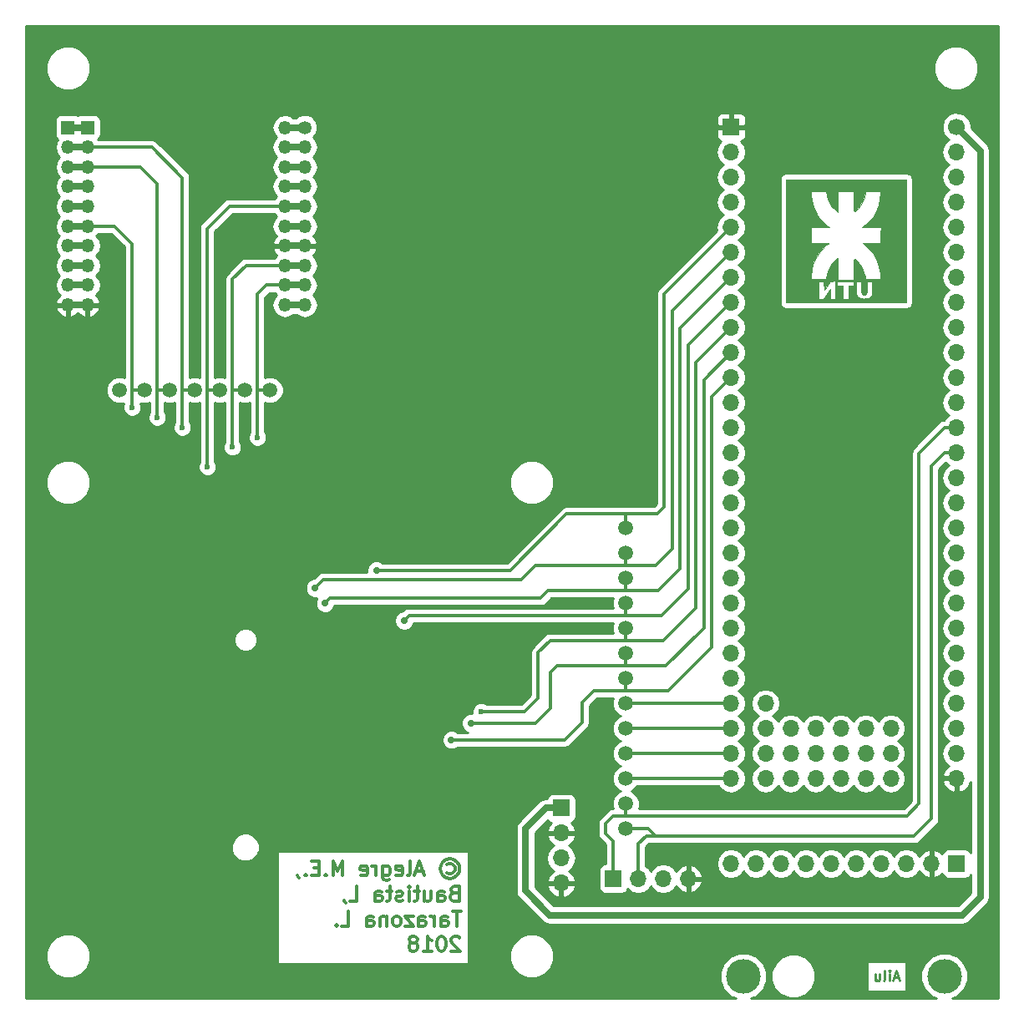
<source format=gbr>
G04 #@! TF.FileFunction,Copper,L2,Bot,Signal*
%FSLAX46Y46*%
G04 Gerber Fmt 4.6, Leading zero omitted, Abs format (unit mm)*
G04 Created by KiCad (PCBNEW 4.0.7-e2-6376~58~ubuntu16.04.1) date Tue Oct  2 08:26:08 2018*
%MOMM*%
%LPD*%
G01*
G04 APERTURE LIST*
%ADD10C,0.100000*%
%ADD11C,0.250000*%
%ADD12C,0.300000*%
%ADD13C,0.010000*%
%ADD14C,1.700000*%
%ADD15O,1.700000X1.700000*%
%ADD16R,1.700000X1.700000*%
%ADD17R,1.350000X1.350000*%
%ADD18O,1.350000X1.350000*%
%ADD19C,1.350000*%
%ADD20C,1.500000*%
%ADD21C,3.500000*%
%ADD22C,0.700000*%
%ADD23C,0.600000*%
%ADD24C,0.700000*%
%ADD25C,0.254000*%
G04 APERTURE END LIST*
D10*
D11*
X189190476Y-147166667D02*
X188714285Y-147166667D01*
X189285714Y-147452381D02*
X188952381Y-146452381D01*
X188619047Y-147452381D01*
X188285714Y-147452381D02*
X188285714Y-146785714D01*
X188285714Y-146452381D02*
X188333333Y-146500000D01*
X188285714Y-146547619D01*
X188238095Y-146500000D01*
X188285714Y-146452381D01*
X188285714Y-146547619D01*
X187666667Y-147452381D02*
X187761905Y-147404762D01*
X187809524Y-147309524D01*
X187809524Y-146452381D01*
X186857142Y-146785714D02*
X186857142Y-147452381D01*
X187285714Y-146785714D02*
X187285714Y-147309524D01*
X187238095Y-147404762D01*
X187142857Y-147452381D01*
X186999999Y-147452381D01*
X186904761Y-147404762D01*
X186857142Y-147357143D01*
D12*
X143428571Y-135710714D02*
X143571429Y-135639286D01*
X143857143Y-135639286D01*
X144000000Y-135710714D01*
X144142857Y-135853571D01*
X144214286Y-135996429D01*
X144214286Y-136282143D01*
X144142857Y-136425000D01*
X144000000Y-136567857D01*
X143857143Y-136639286D01*
X143571429Y-136639286D01*
X143428571Y-136567857D01*
X143714286Y-135139286D02*
X144071429Y-135210714D01*
X144428571Y-135425000D01*
X144642857Y-135782143D01*
X144714286Y-136139286D01*
X144642857Y-136496429D01*
X144428571Y-136853571D01*
X144071429Y-137067857D01*
X143714286Y-137139286D01*
X143357143Y-137067857D01*
X143000000Y-136853571D01*
X142785714Y-136496429D01*
X142714286Y-136139286D01*
X142785714Y-135782143D01*
X143000000Y-135425000D01*
X143357143Y-135210714D01*
X143714286Y-135139286D01*
X141000000Y-136425000D02*
X140285714Y-136425000D01*
X141142857Y-136853571D02*
X140642857Y-135353571D01*
X140142857Y-136853571D01*
X139428571Y-136853571D02*
X139571429Y-136782143D01*
X139642857Y-136639286D01*
X139642857Y-135353571D01*
X138285715Y-136782143D02*
X138428572Y-136853571D01*
X138714286Y-136853571D01*
X138857143Y-136782143D01*
X138928572Y-136639286D01*
X138928572Y-136067857D01*
X138857143Y-135925000D01*
X138714286Y-135853571D01*
X138428572Y-135853571D01*
X138285715Y-135925000D01*
X138214286Y-136067857D01*
X138214286Y-136210714D01*
X138928572Y-136353571D01*
X136928572Y-135853571D02*
X136928572Y-137067857D01*
X137000001Y-137210714D01*
X137071429Y-137282143D01*
X137214286Y-137353571D01*
X137428572Y-137353571D01*
X137571429Y-137282143D01*
X136928572Y-136782143D02*
X137071429Y-136853571D01*
X137357143Y-136853571D01*
X137500001Y-136782143D01*
X137571429Y-136710714D01*
X137642858Y-136567857D01*
X137642858Y-136139286D01*
X137571429Y-135996429D01*
X137500001Y-135925000D01*
X137357143Y-135853571D01*
X137071429Y-135853571D01*
X136928572Y-135925000D01*
X136214286Y-136853571D02*
X136214286Y-135853571D01*
X136214286Y-136139286D02*
X136142858Y-135996429D01*
X136071429Y-135925000D01*
X135928572Y-135853571D01*
X135785715Y-135853571D01*
X134714287Y-136782143D02*
X134857144Y-136853571D01*
X135142858Y-136853571D01*
X135285715Y-136782143D01*
X135357144Y-136639286D01*
X135357144Y-136067857D01*
X135285715Y-135925000D01*
X135142858Y-135853571D01*
X134857144Y-135853571D01*
X134714287Y-135925000D01*
X134642858Y-136067857D01*
X134642858Y-136210714D01*
X135357144Y-136353571D01*
X132857144Y-136853571D02*
X132857144Y-135353571D01*
X132357144Y-136425000D01*
X131857144Y-135353571D01*
X131857144Y-136853571D01*
X131142858Y-136710714D02*
X131071430Y-136782143D01*
X131142858Y-136853571D01*
X131214287Y-136782143D01*
X131142858Y-136710714D01*
X131142858Y-136853571D01*
X130428572Y-136067857D02*
X129928572Y-136067857D01*
X129714286Y-136853571D02*
X130428572Y-136853571D01*
X130428572Y-135353571D01*
X129714286Y-135353571D01*
X129071429Y-136710714D02*
X129000001Y-136782143D01*
X129071429Y-136853571D01*
X129142858Y-136782143D01*
X129071429Y-136710714D01*
X129071429Y-136853571D01*
X128285715Y-136782143D02*
X128285715Y-136853571D01*
X128357143Y-136996429D01*
X128428572Y-137067857D01*
X144142857Y-138617857D02*
X143928571Y-138689286D01*
X143857143Y-138760714D01*
X143785714Y-138903571D01*
X143785714Y-139117857D01*
X143857143Y-139260714D01*
X143928571Y-139332143D01*
X144071429Y-139403571D01*
X144642857Y-139403571D01*
X144642857Y-137903571D01*
X144142857Y-137903571D01*
X144000000Y-137975000D01*
X143928571Y-138046429D01*
X143857143Y-138189286D01*
X143857143Y-138332143D01*
X143928571Y-138475000D01*
X144000000Y-138546429D01*
X144142857Y-138617857D01*
X144642857Y-138617857D01*
X142500000Y-139403571D02*
X142500000Y-138617857D01*
X142571429Y-138475000D01*
X142714286Y-138403571D01*
X143000000Y-138403571D01*
X143142857Y-138475000D01*
X142500000Y-139332143D02*
X142642857Y-139403571D01*
X143000000Y-139403571D01*
X143142857Y-139332143D01*
X143214286Y-139189286D01*
X143214286Y-139046429D01*
X143142857Y-138903571D01*
X143000000Y-138832143D01*
X142642857Y-138832143D01*
X142500000Y-138760714D01*
X141142857Y-138403571D02*
X141142857Y-139403571D01*
X141785714Y-138403571D02*
X141785714Y-139189286D01*
X141714286Y-139332143D01*
X141571428Y-139403571D01*
X141357143Y-139403571D01*
X141214286Y-139332143D01*
X141142857Y-139260714D01*
X140642857Y-138403571D02*
X140071428Y-138403571D01*
X140428571Y-137903571D02*
X140428571Y-139189286D01*
X140357143Y-139332143D01*
X140214285Y-139403571D01*
X140071428Y-139403571D01*
X139571428Y-139403571D02*
X139571428Y-138403571D01*
X139571428Y-137903571D02*
X139642857Y-137975000D01*
X139571428Y-138046429D01*
X139500000Y-137975000D01*
X139571428Y-137903571D01*
X139571428Y-138046429D01*
X138928571Y-139332143D02*
X138785714Y-139403571D01*
X138499999Y-139403571D01*
X138357142Y-139332143D01*
X138285714Y-139189286D01*
X138285714Y-139117857D01*
X138357142Y-138975000D01*
X138499999Y-138903571D01*
X138714285Y-138903571D01*
X138857142Y-138832143D01*
X138928571Y-138689286D01*
X138928571Y-138617857D01*
X138857142Y-138475000D01*
X138714285Y-138403571D01*
X138499999Y-138403571D01*
X138357142Y-138475000D01*
X137857142Y-138403571D02*
X137285713Y-138403571D01*
X137642856Y-137903571D02*
X137642856Y-139189286D01*
X137571428Y-139332143D01*
X137428570Y-139403571D01*
X137285713Y-139403571D01*
X136142856Y-139403571D02*
X136142856Y-138617857D01*
X136214285Y-138475000D01*
X136357142Y-138403571D01*
X136642856Y-138403571D01*
X136785713Y-138475000D01*
X136142856Y-139332143D02*
X136285713Y-139403571D01*
X136642856Y-139403571D01*
X136785713Y-139332143D01*
X136857142Y-139189286D01*
X136857142Y-139046429D01*
X136785713Y-138903571D01*
X136642856Y-138832143D01*
X136285713Y-138832143D01*
X136142856Y-138760714D01*
X133571427Y-139403571D02*
X134285713Y-139403571D01*
X134285713Y-137903571D01*
X132999999Y-139332143D02*
X132999999Y-139403571D01*
X133071427Y-139546429D01*
X133142856Y-139617857D01*
X144857143Y-140453571D02*
X144000000Y-140453571D01*
X144428571Y-141953571D02*
X144428571Y-140453571D01*
X142857143Y-141953571D02*
X142857143Y-141167857D01*
X142928572Y-141025000D01*
X143071429Y-140953571D01*
X143357143Y-140953571D01*
X143500000Y-141025000D01*
X142857143Y-141882143D02*
X143000000Y-141953571D01*
X143357143Y-141953571D01*
X143500000Y-141882143D01*
X143571429Y-141739286D01*
X143571429Y-141596429D01*
X143500000Y-141453571D01*
X143357143Y-141382143D01*
X143000000Y-141382143D01*
X142857143Y-141310714D01*
X142142857Y-141953571D02*
X142142857Y-140953571D01*
X142142857Y-141239286D02*
X142071429Y-141096429D01*
X142000000Y-141025000D01*
X141857143Y-140953571D01*
X141714286Y-140953571D01*
X140571429Y-141953571D02*
X140571429Y-141167857D01*
X140642858Y-141025000D01*
X140785715Y-140953571D01*
X141071429Y-140953571D01*
X141214286Y-141025000D01*
X140571429Y-141882143D02*
X140714286Y-141953571D01*
X141071429Y-141953571D01*
X141214286Y-141882143D01*
X141285715Y-141739286D01*
X141285715Y-141596429D01*
X141214286Y-141453571D01*
X141071429Y-141382143D01*
X140714286Y-141382143D01*
X140571429Y-141310714D01*
X140000000Y-140953571D02*
X139214286Y-140953571D01*
X140000000Y-141953571D01*
X139214286Y-141953571D01*
X138428571Y-141953571D02*
X138571429Y-141882143D01*
X138642857Y-141810714D01*
X138714286Y-141667857D01*
X138714286Y-141239286D01*
X138642857Y-141096429D01*
X138571429Y-141025000D01*
X138428571Y-140953571D01*
X138214286Y-140953571D01*
X138071429Y-141025000D01*
X138000000Y-141096429D01*
X137928571Y-141239286D01*
X137928571Y-141667857D01*
X138000000Y-141810714D01*
X138071429Y-141882143D01*
X138214286Y-141953571D01*
X138428571Y-141953571D01*
X137285714Y-140953571D02*
X137285714Y-141953571D01*
X137285714Y-141096429D02*
X137214286Y-141025000D01*
X137071428Y-140953571D01*
X136857143Y-140953571D01*
X136714286Y-141025000D01*
X136642857Y-141167857D01*
X136642857Y-141953571D01*
X135285714Y-141953571D02*
X135285714Y-141167857D01*
X135357143Y-141025000D01*
X135500000Y-140953571D01*
X135785714Y-140953571D01*
X135928571Y-141025000D01*
X135285714Y-141882143D02*
X135428571Y-141953571D01*
X135785714Y-141953571D01*
X135928571Y-141882143D01*
X136000000Y-141739286D01*
X136000000Y-141596429D01*
X135928571Y-141453571D01*
X135785714Y-141382143D01*
X135428571Y-141382143D01*
X135285714Y-141310714D01*
X132714285Y-141953571D02*
X133428571Y-141953571D01*
X133428571Y-140453571D01*
X132214285Y-141810714D02*
X132142857Y-141882143D01*
X132214285Y-141953571D01*
X132285714Y-141882143D01*
X132214285Y-141810714D01*
X132214285Y-141953571D01*
X144714286Y-143146429D02*
X144642857Y-143075000D01*
X144500000Y-143003571D01*
X144142857Y-143003571D01*
X144000000Y-143075000D01*
X143928571Y-143146429D01*
X143857143Y-143289286D01*
X143857143Y-143432143D01*
X143928571Y-143646429D01*
X144785714Y-144503571D01*
X143857143Y-144503571D01*
X142928572Y-143003571D02*
X142785715Y-143003571D01*
X142642858Y-143075000D01*
X142571429Y-143146429D01*
X142500000Y-143289286D01*
X142428572Y-143575000D01*
X142428572Y-143932143D01*
X142500000Y-144217857D01*
X142571429Y-144360714D01*
X142642858Y-144432143D01*
X142785715Y-144503571D01*
X142928572Y-144503571D01*
X143071429Y-144432143D01*
X143142858Y-144360714D01*
X143214286Y-144217857D01*
X143285715Y-143932143D01*
X143285715Y-143575000D01*
X143214286Y-143289286D01*
X143142858Y-143146429D01*
X143071429Y-143075000D01*
X142928572Y-143003571D01*
X141000001Y-144503571D02*
X141857144Y-144503571D01*
X141428572Y-144503571D02*
X141428572Y-143003571D01*
X141571429Y-143217857D01*
X141714287Y-143360714D01*
X141857144Y-143432143D01*
X140142858Y-143646429D02*
X140285716Y-143575000D01*
X140357144Y-143503571D01*
X140428573Y-143360714D01*
X140428573Y-143289286D01*
X140357144Y-143146429D01*
X140285716Y-143075000D01*
X140142858Y-143003571D01*
X139857144Y-143003571D01*
X139714287Y-143075000D01*
X139642858Y-143146429D01*
X139571430Y-143289286D01*
X139571430Y-143360714D01*
X139642858Y-143503571D01*
X139714287Y-143575000D01*
X139857144Y-143646429D01*
X140142858Y-143646429D01*
X140285716Y-143717857D01*
X140357144Y-143789286D01*
X140428573Y-143932143D01*
X140428573Y-144217857D01*
X140357144Y-144360714D01*
X140285716Y-144432143D01*
X140142858Y-144503571D01*
X139857144Y-144503571D01*
X139714287Y-144432143D01*
X139642858Y-144360714D01*
X139571430Y-144217857D01*
X139571430Y-143932143D01*
X139642858Y-143789286D01*
X139714287Y-143717857D01*
X139857144Y-143646429D01*
D13*
G36*
X177800000Y-78765400D02*
X189992000Y-78765400D01*
X189992000Y-76581000D01*
X186545280Y-76581000D01*
X186528740Y-77288263D01*
X186521180Y-77571068D01*
X186511803Y-77771250D01*
X186497383Y-77907778D01*
X186474693Y-77999618D01*
X186440507Y-78065740D01*
X186391596Y-78125110D01*
X186385200Y-78132019D01*
X186270607Y-78239334D01*
X186150965Y-78305833D01*
X185997107Y-78341023D01*
X185779865Y-78354414D01*
X185699400Y-78355590D01*
X185469397Y-78347976D01*
X185304843Y-78316081D01*
X185175644Y-78256097D01*
X185054675Y-78163255D01*
X184967811Y-78043913D01*
X184910124Y-77881398D01*
X184876685Y-77659033D01*
X184862565Y-77360145D01*
X184861200Y-77192231D01*
X184861200Y-76581000D01*
X184658000Y-76581000D01*
X184658000Y-77038200D01*
X184099200Y-77038200D01*
X184099200Y-78359000D01*
X183540400Y-78359000D01*
X182778400Y-78359000D01*
X182274213Y-78359000D01*
X182259607Y-77889100D01*
X182245000Y-77419200D01*
X181607380Y-78359000D01*
X181102000Y-78359000D01*
X181102000Y-76581000D01*
X181606188Y-76581000D01*
X181635400Y-77502650D01*
X182250968Y-76606400D01*
X182778400Y-76575690D01*
X182778400Y-78359000D01*
X183540400Y-78359000D01*
X183540400Y-77038200D01*
X182981600Y-77038200D01*
X182981600Y-76581000D01*
X184658000Y-76581000D01*
X184861200Y-76581000D01*
X185420000Y-76581000D01*
X185420000Y-77186971D01*
X185422727Y-77460494D01*
X185432271Y-77650102D01*
X185450677Y-77773368D01*
X185479991Y-77847866D01*
X185499829Y-77872771D01*
X185617058Y-77935415D01*
X185762793Y-77948820D01*
X185888754Y-77911838D01*
X185922680Y-77882811D01*
X185948993Y-77800935D01*
X185970701Y-77633806D01*
X185986146Y-77397730D01*
X185992400Y-77197202D01*
X186004200Y-76581382D01*
X186545280Y-76581000D01*
X189992000Y-76581000D01*
X189992000Y-71094600D01*
X187403717Y-71094600D01*
X187389759Y-71911943D01*
X187375800Y-72729286D01*
X186474100Y-72722683D01*
X186184474Y-72722702D01*
X185933857Y-72726806D01*
X185738303Y-72734396D01*
X185613868Y-72744872D01*
X185575949Y-72756240D01*
X185615876Y-72803417D01*
X185718262Y-72891640D01*
X185862534Y-73003403D01*
X185891814Y-73025000D01*
X186289694Y-73376875D01*
X186634503Y-73805286D01*
X186919131Y-74296159D01*
X187136467Y-74835420D01*
X187279403Y-75408995D01*
X187335369Y-75882500D01*
X187365175Y-76377800D01*
X185832626Y-76377800D01*
X185800054Y-76136500D01*
X185694454Y-75659444D01*
X185515588Y-75213225D01*
X185273834Y-74819376D01*
X185035689Y-74550361D01*
X184896901Y-74425631D01*
X184782532Y-74334678D01*
X184715277Y-74295398D01*
X184711841Y-74295000D01*
X184691109Y-74343322D01*
X184675443Y-74489035D01*
X184664785Y-74733254D01*
X184659080Y-75077097D01*
X184658000Y-75361800D01*
X184658000Y-76428600D01*
X183034382Y-76428600D01*
X183007000Y-74218800D01*
X182650477Y-74574400D01*
X182362954Y-74899231D01*
X182153686Y-75232055D01*
X182006046Y-75604367D01*
X181919894Y-75958170D01*
X181838600Y-76377466D01*
X181060788Y-76377633D01*
X180282975Y-76377800D01*
X180309392Y-76161900D01*
X180328913Y-75990451D01*
X180351684Y-75773595D01*
X180367099Y-75617264D01*
X180421481Y-75290509D01*
X180520415Y-74919739D01*
X180650825Y-74544614D01*
X180799634Y-74204794D01*
X180884867Y-74046834D01*
X181048820Y-73801658D01*
X181253255Y-73543585D01*
X181475935Y-73297046D01*
X181694620Y-73086471D01*
X181887072Y-72936292D01*
X181907494Y-72923400D01*
X182029494Y-72841290D01*
X182104934Y-72776026D01*
X182116634Y-72756083D01*
X182068974Y-72743993D01*
X181935737Y-72734999D01*
X181732916Y-72729545D01*
X181476498Y-72728076D01*
X181203540Y-72730683D01*
X180289079Y-72745600D01*
X180289140Y-71920100D01*
X180289200Y-71094600D01*
X182192844Y-71094600D01*
X181935346Y-70921190D01*
X181688952Y-70725734D01*
X181425671Y-70467331D01*
X181171883Y-70174960D01*
X180953972Y-69877599D01*
X180884867Y-69767310D01*
X180731529Y-69464411D01*
X180589328Y-69104030D01*
X180471373Y-68725912D01*
X180390773Y-68369801D01*
X180367099Y-68197535D01*
X180345714Y-67982918D01*
X180323224Y-67772595D01*
X180309392Y-67652900D01*
X180282975Y-67437000D01*
X181060788Y-67437166D01*
X181838600Y-67437333D01*
X181923828Y-67876706D01*
X182046767Y-68338614D01*
X182228122Y-68732242D01*
X182479630Y-69079550D01*
X182672943Y-69278446D01*
X183007000Y-69590998D01*
X183020711Y-68513999D01*
X183034421Y-67437000D01*
X184658000Y-67437000D01*
X184658000Y-68478400D01*
X184660515Y-68884126D01*
X184668091Y-69189365D01*
X184680781Y-69395105D01*
X184698636Y-69502335D01*
X184711841Y-69519800D01*
X184772768Y-69487049D01*
X184883217Y-69400728D01*
X185020491Y-69278733D01*
X185035689Y-69264438D01*
X185321309Y-68929670D01*
X185552559Y-68524855D01*
X185719062Y-68071527D01*
X185800054Y-67678300D01*
X185832626Y-67437000D01*
X187350400Y-67437000D01*
X187350401Y-67769341D01*
X187302316Y-68354193D01*
X187163201Y-68930662D01*
X186940765Y-69483231D01*
X186642714Y-69996382D01*
X186276758Y-70454594D01*
X185850605Y-70842351D01*
X185808112Y-70874336D01*
X185510424Y-71094600D01*
X187403717Y-71094600D01*
X189992000Y-71094600D01*
X189992000Y-66268600D01*
X177800000Y-66268600D01*
X177800000Y-78765400D01*
X177800000Y-78765400D01*
G37*
X177800000Y-78765400D02*
X189992000Y-78765400D01*
X189992000Y-76581000D01*
X186545280Y-76581000D01*
X186528740Y-77288263D01*
X186521180Y-77571068D01*
X186511803Y-77771250D01*
X186497383Y-77907778D01*
X186474693Y-77999618D01*
X186440507Y-78065740D01*
X186391596Y-78125110D01*
X186385200Y-78132019D01*
X186270607Y-78239334D01*
X186150965Y-78305833D01*
X185997107Y-78341023D01*
X185779865Y-78354414D01*
X185699400Y-78355590D01*
X185469397Y-78347976D01*
X185304843Y-78316081D01*
X185175644Y-78256097D01*
X185054675Y-78163255D01*
X184967811Y-78043913D01*
X184910124Y-77881398D01*
X184876685Y-77659033D01*
X184862565Y-77360145D01*
X184861200Y-77192231D01*
X184861200Y-76581000D01*
X184658000Y-76581000D01*
X184658000Y-77038200D01*
X184099200Y-77038200D01*
X184099200Y-78359000D01*
X183540400Y-78359000D01*
X182778400Y-78359000D01*
X182274213Y-78359000D01*
X182259607Y-77889100D01*
X182245000Y-77419200D01*
X181607380Y-78359000D01*
X181102000Y-78359000D01*
X181102000Y-76581000D01*
X181606188Y-76581000D01*
X181635400Y-77502650D01*
X182250968Y-76606400D01*
X182778400Y-76575690D01*
X182778400Y-78359000D01*
X183540400Y-78359000D01*
X183540400Y-77038200D01*
X182981600Y-77038200D01*
X182981600Y-76581000D01*
X184658000Y-76581000D01*
X184861200Y-76581000D01*
X185420000Y-76581000D01*
X185420000Y-77186971D01*
X185422727Y-77460494D01*
X185432271Y-77650102D01*
X185450677Y-77773368D01*
X185479991Y-77847866D01*
X185499829Y-77872771D01*
X185617058Y-77935415D01*
X185762793Y-77948820D01*
X185888754Y-77911838D01*
X185922680Y-77882811D01*
X185948993Y-77800935D01*
X185970701Y-77633806D01*
X185986146Y-77397730D01*
X185992400Y-77197202D01*
X186004200Y-76581382D01*
X186545280Y-76581000D01*
X189992000Y-76581000D01*
X189992000Y-71094600D01*
X187403717Y-71094600D01*
X187389759Y-71911943D01*
X187375800Y-72729286D01*
X186474100Y-72722683D01*
X186184474Y-72722702D01*
X185933857Y-72726806D01*
X185738303Y-72734396D01*
X185613868Y-72744872D01*
X185575949Y-72756240D01*
X185615876Y-72803417D01*
X185718262Y-72891640D01*
X185862534Y-73003403D01*
X185891814Y-73025000D01*
X186289694Y-73376875D01*
X186634503Y-73805286D01*
X186919131Y-74296159D01*
X187136467Y-74835420D01*
X187279403Y-75408995D01*
X187335369Y-75882500D01*
X187365175Y-76377800D01*
X185832626Y-76377800D01*
X185800054Y-76136500D01*
X185694454Y-75659444D01*
X185515588Y-75213225D01*
X185273834Y-74819376D01*
X185035689Y-74550361D01*
X184896901Y-74425631D01*
X184782532Y-74334678D01*
X184715277Y-74295398D01*
X184711841Y-74295000D01*
X184691109Y-74343322D01*
X184675443Y-74489035D01*
X184664785Y-74733254D01*
X184659080Y-75077097D01*
X184658000Y-75361800D01*
X184658000Y-76428600D01*
X183034382Y-76428600D01*
X183007000Y-74218800D01*
X182650477Y-74574400D01*
X182362954Y-74899231D01*
X182153686Y-75232055D01*
X182006046Y-75604367D01*
X181919894Y-75958170D01*
X181838600Y-76377466D01*
X181060788Y-76377633D01*
X180282975Y-76377800D01*
X180309392Y-76161900D01*
X180328913Y-75990451D01*
X180351684Y-75773595D01*
X180367099Y-75617264D01*
X180421481Y-75290509D01*
X180520415Y-74919739D01*
X180650825Y-74544614D01*
X180799634Y-74204794D01*
X180884867Y-74046834D01*
X181048820Y-73801658D01*
X181253255Y-73543585D01*
X181475935Y-73297046D01*
X181694620Y-73086471D01*
X181887072Y-72936292D01*
X181907494Y-72923400D01*
X182029494Y-72841290D01*
X182104934Y-72776026D01*
X182116634Y-72756083D01*
X182068974Y-72743993D01*
X181935737Y-72734999D01*
X181732916Y-72729545D01*
X181476498Y-72728076D01*
X181203540Y-72730683D01*
X180289079Y-72745600D01*
X180289140Y-71920100D01*
X180289200Y-71094600D01*
X182192844Y-71094600D01*
X181935346Y-70921190D01*
X181688952Y-70725734D01*
X181425671Y-70467331D01*
X181171883Y-70174960D01*
X180953972Y-69877599D01*
X180884867Y-69767310D01*
X180731529Y-69464411D01*
X180589328Y-69104030D01*
X180471373Y-68725912D01*
X180390773Y-68369801D01*
X180367099Y-68197535D01*
X180345714Y-67982918D01*
X180323224Y-67772595D01*
X180309392Y-67652900D01*
X180282975Y-67437000D01*
X181060788Y-67437166D01*
X181838600Y-67437333D01*
X181923828Y-67876706D01*
X182046767Y-68338614D01*
X182228122Y-68732242D01*
X182479630Y-69079550D01*
X182672943Y-69278446D01*
X183007000Y-69590998D01*
X183020711Y-68513999D01*
X183034421Y-67437000D01*
X184658000Y-67437000D01*
X184658000Y-68478400D01*
X184660515Y-68884126D01*
X184668091Y-69189365D01*
X184680781Y-69395105D01*
X184698636Y-69502335D01*
X184711841Y-69519800D01*
X184772768Y-69487049D01*
X184883217Y-69400728D01*
X185020491Y-69278733D01*
X185035689Y-69264438D01*
X185321309Y-68929670D01*
X185552559Y-68524855D01*
X185719062Y-68071527D01*
X185800054Y-67678300D01*
X185832626Y-67437000D01*
X187350400Y-67437000D01*
X187350401Y-67769341D01*
X187302316Y-68354193D01*
X187163201Y-68930662D01*
X186940765Y-69483231D01*
X186642714Y-69996382D01*
X186276758Y-70454594D01*
X185850605Y-70842351D01*
X185808112Y-70874336D01*
X185510424Y-71094600D01*
X187403717Y-71094600D01*
X189992000Y-71094600D01*
X189992000Y-66268600D01*
X177800000Y-66268600D01*
X177800000Y-78765400D01*
D14*
X195072000Y-60960000D03*
D15*
X195072000Y-63500000D03*
X195072000Y-66040000D03*
X195072000Y-68580000D03*
X195072000Y-71120000D03*
X195072000Y-73660000D03*
X195072000Y-76200000D03*
X195072000Y-78740000D03*
X195072000Y-81280000D03*
X195072000Y-83820000D03*
X195072000Y-86360000D03*
X195072000Y-88900000D03*
X195072000Y-91440000D03*
X195072000Y-93980000D03*
X195072000Y-96520000D03*
X195072000Y-99060000D03*
X195072000Y-101600000D03*
X195072000Y-104140000D03*
X195072000Y-106680000D03*
X195072000Y-109220000D03*
X195072000Y-111760000D03*
X195072000Y-114300000D03*
X195072000Y-116840000D03*
X195072000Y-119380000D03*
X195072000Y-121920000D03*
X195072000Y-124460000D03*
X195072000Y-126960000D03*
X172212000Y-124460000D03*
X172212000Y-121920000D03*
X172212000Y-114300000D03*
X172212000Y-116840000D03*
X172212000Y-119380000D03*
X172212000Y-127000000D03*
X172212000Y-68580000D03*
X172212000Y-71120000D03*
X172212000Y-73660000D03*
X172212000Y-76200000D03*
X172212000Y-66040000D03*
D16*
X172212000Y-60960000D03*
D15*
X172212000Y-63500000D03*
X172212000Y-78740000D03*
X172212000Y-81280000D03*
X172212000Y-83820000D03*
X172212000Y-86360000D03*
X172212000Y-88900000D03*
X172212000Y-91440000D03*
X172212000Y-93980000D03*
X172212000Y-96520000D03*
X172212000Y-99060000D03*
X172212000Y-101600000D03*
X172212000Y-104140000D03*
X172212000Y-106680000D03*
X172212000Y-109220000D03*
X172212000Y-111760000D03*
X175712000Y-127000000D03*
X175712000Y-119380000D03*
X175712000Y-124460000D03*
X175712000Y-121920000D03*
X178252000Y-124460000D03*
X178252000Y-127000000D03*
X178252000Y-121920000D03*
X180792000Y-127000000D03*
X180792000Y-124460000D03*
X180792000Y-121920000D03*
X183332000Y-127000000D03*
X183332000Y-124460000D03*
X183332000Y-121920000D03*
X185872000Y-124460000D03*
X185872000Y-127000000D03*
X185872000Y-121920000D03*
X188412000Y-124460000D03*
X188412000Y-127000000D03*
X188412000Y-121920000D03*
D16*
X160274000Y-137160000D03*
D15*
X162814000Y-137160000D03*
X165354000Y-137160000D03*
X167894000Y-137160000D03*
D16*
X155000000Y-130000000D03*
D15*
X155000000Y-132540000D03*
X155000000Y-135080000D03*
X155000000Y-137620000D03*
D17*
X107000000Y-61000000D03*
X105000000Y-61000000D03*
D18*
X107000000Y-63000000D03*
X105000000Y-63000000D03*
X107000000Y-65000000D03*
X105000000Y-65000000D03*
X107000000Y-67000000D03*
X105000000Y-67000000D03*
X107000000Y-69000000D03*
X105000000Y-69000000D03*
X107000000Y-71000000D03*
X105000000Y-71000000D03*
X107000000Y-73000000D03*
X105000000Y-73000000D03*
X107000000Y-75000000D03*
X105000000Y-75000000D03*
X107000000Y-77000000D03*
X105000000Y-77000000D03*
X107000000Y-79000000D03*
X105000000Y-79000000D03*
X129000000Y-65000000D03*
D19*
X129000000Y-61000000D03*
D18*
X127000000Y-61000000D03*
X129000000Y-63000000D03*
X127000000Y-63000000D03*
X127000000Y-65000000D03*
X129000000Y-67000000D03*
X127000000Y-67000000D03*
X127000000Y-69000000D03*
X129000000Y-71000000D03*
X127000000Y-71000000D03*
X129000000Y-73000000D03*
X129000000Y-69000000D03*
X129000000Y-75000000D03*
X127000000Y-73000000D03*
X127000000Y-75000000D03*
X129000000Y-79000000D03*
X127000000Y-77000000D03*
X129000000Y-77000000D03*
X127000000Y-79000000D03*
D20*
X161544000Y-121920000D03*
X161544000Y-124460000D03*
X161544000Y-127000000D03*
X161544000Y-119380000D03*
X161544000Y-111760000D03*
X161544000Y-114300000D03*
X161544000Y-116840000D03*
X161544000Y-129540000D03*
X161544000Y-132080000D03*
X117856000Y-87630000D03*
X115316000Y-87630000D03*
X125476000Y-87630000D03*
X120396000Y-87630000D03*
X122936000Y-87630000D03*
X110236000Y-87630000D03*
X112776000Y-87630000D03*
X161544000Y-101600000D03*
X161544000Y-104140000D03*
X161544000Y-106680000D03*
X161544000Y-109220000D03*
D16*
X195072000Y-135636000D03*
D15*
X192532000Y-135636000D03*
X189992000Y-135636000D03*
X187452000Y-135636000D03*
X184912000Y-135636000D03*
X182372000Y-135636000D03*
X179832000Y-135636000D03*
X177292000Y-135636000D03*
X174752000Y-135636000D03*
X172212000Y-135636000D03*
D21*
X193831000Y-147036000D03*
X173457000Y-147036000D03*
D22*
X139090400Y-110998000D03*
X136271000Y-105918000D03*
X131064000Y-109220000D03*
X130048000Y-107696000D03*
D23*
X116586000Y-91414600D03*
X114046000Y-90398600D03*
X111506000Y-89382600D03*
X119126000Y-95427800D03*
X121666000Y-93421200D03*
X124206000Y-92430600D03*
X146875500Y-120205500D03*
D22*
X145846800Y-121386600D03*
X143865600Y-123088400D03*
D24*
X195072000Y-60960000D02*
X197485000Y-63373000D01*
X197485000Y-63373000D02*
X197485000Y-139001500D01*
X195643500Y-140843000D02*
X153860500Y-140843000D01*
X153450000Y-130000000D02*
X155000000Y-130000000D01*
X197485000Y-139001500D02*
X195643500Y-140843000D01*
X153860500Y-140843000D02*
X151384000Y-138366500D01*
X151384000Y-138366500D02*
X151384000Y-132066000D01*
X151384000Y-132066000D02*
X153450000Y-130000000D01*
X107000000Y-69000000D02*
X105000000Y-69000000D01*
X105000000Y-61000000D02*
X107000000Y-61000000D01*
X129000000Y-73000000D02*
X127000000Y-73000000D01*
X105000000Y-79000000D02*
X107000000Y-79000000D01*
D12*
X139697026Y-110490000D02*
X139598400Y-110490000D01*
X139598400Y-110490000D02*
X139090400Y-110998000D01*
X139697026Y-110490000D02*
X159562800Y-110490000D01*
X159562800Y-110490000D02*
X161541460Y-110490000D01*
X161721800Y-110490000D02*
X161541460Y-110490000D01*
X161544000Y-109220000D02*
X161544000Y-110280660D01*
X161544000Y-110280660D02*
X161541460Y-110283200D01*
X161541460Y-110283200D02*
X161541460Y-110490000D01*
X167856170Y-107772200D02*
X167843200Y-107772200D01*
X167843200Y-107772200D02*
X165125400Y-110490000D01*
X163957000Y-110490000D02*
X165125400Y-110490000D01*
X167856170Y-107772200D02*
X167856170Y-83095830D01*
X167856170Y-83095830D02*
X172212000Y-78740000D01*
X163957000Y-110490000D02*
X163652200Y-110490000D01*
X163874660Y-110490000D02*
X163957000Y-110490000D01*
X163652200Y-110490000D02*
X161721800Y-110490000D01*
X161544000Y-101600000D02*
X161544000Y-100182680D01*
X164724080Y-100180140D02*
X164033200Y-100180140D01*
X164033200Y-100180140D02*
X161546540Y-100180140D01*
X164024520Y-100180140D02*
X164033200Y-100180140D01*
X148336000Y-105918000D02*
X136271000Y-105918000D01*
X149809200Y-105918000D02*
X148336000Y-105918000D01*
X159031940Y-100180140D02*
X155547060Y-100180140D01*
X155547060Y-100180140D02*
X149809200Y-105918000D01*
X161185860Y-100180140D02*
X159031940Y-100180140D01*
X161546540Y-100180140D02*
X161185860Y-100180140D01*
X161544000Y-100182680D02*
X161546540Y-100180140D01*
X165456140Y-99448080D02*
X164724080Y-100180140D01*
X165456140Y-99211860D02*
X165456140Y-99448080D01*
X165456140Y-97687860D02*
X165456140Y-99211860D01*
X165456140Y-97687860D02*
X165456140Y-77875860D01*
X165456140Y-77875860D02*
X171362001Y-71969999D01*
X171362001Y-71969999D02*
X172212000Y-71120000D01*
X161544000Y-107950000D02*
X153670000Y-107950000D01*
X153670000Y-107950000D02*
X152908000Y-108712000D01*
X152908000Y-108712000D02*
X131572000Y-108712000D01*
X131572000Y-108712000D02*
X131064000Y-109220000D01*
X163880800Y-107950000D02*
X161544000Y-107950000D01*
X161544000Y-106680000D02*
X161544000Y-107740660D01*
X161544000Y-107740660D02*
X161544000Y-107950000D01*
X164846000Y-107950000D02*
X163880800Y-107950000D01*
X163874660Y-107950000D02*
X163880800Y-107950000D01*
X167056160Y-101167840D02*
X167056160Y-105740200D01*
X166040160Y-106755840D02*
X166040520Y-106755840D01*
X166040520Y-106755840D02*
X167056160Y-105740200D01*
X166040160Y-106755840D02*
X164846000Y-107950000D01*
X167056160Y-101167840D02*
X167056160Y-81355840D01*
X167056160Y-81355840D02*
X171362001Y-77049999D01*
X171362001Y-77049999D02*
X172212000Y-76200000D01*
X161544000Y-104140000D02*
X161544000Y-105200660D01*
X161544000Y-105200660D02*
X161544000Y-105410000D01*
X130048000Y-107696000D02*
X130911600Y-106832400D01*
X130911600Y-106832400D02*
X149580600Y-106832400D01*
X149580600Y-106832400D02*
X149585680Y-106837480D01*
X149585680Y-106837480D02*
X150921720Y-106837480D01*
X150921720Y-106837480D02*
X152349200Y-105410000D01*
X152349200Y-105410000D02*
X159131000Y-105410000D01*
X161544000Y-105410000D02*
X159131000Y-105410000D01*
X159213340Y-105410000D02*
X159131000Y-105410000D01*
X163906200Y-105410000D02*
X161544000Y-105410000D01*
X164592000Y-105410000D02*
X163906200Y-105410000D01*
X163874660Y-105410000D02*
X163906200Y-105410000D01*
X172212000Y-73660000D02*
X166256150Y-79615850D01*
X166256150Y-79615850D02*
X166256150Y-103745850D01*
X166256150Y-103745850D02*
X164592000Y-105410000D01*
X160274000Y-130810000D02*
X161569400Y-130810000D01*
X161544000Y-129540000D02*
X161544000Y-130784600D01*
X161569400Y-130810000D02*
X164592000Y-130810000D01*
X161544000Y-130784600D02*
X161569400Y-130810000D01*
X160274000Y-137160000D02*
X160274000Y-133350000D01*
X160274000Y-133350000D02*
X159486600Y-132562600D01*
X159486600Y-132562600D02*
X159486600Y-131597400D01*
X159486600Y-131597400D02*
X160274000Y-130810000D01*
X164592000Y-130810000D02*
X190017400Y-130810000D01*
X190017400Y-130810000D02*
X191262000Y-129565400D01*
X193869919Y-91440000D02*
X195072000Y-91440000D01*
X191262000Y-129565400D02*
X191262000Y-94047919D01*
X191262000Y-94047919D02*
X193869919Y-91440000D01*
X164592000Y-132842000D02*
X163601400Y-132842000D01*
X163601400Y-132842000D02*
X162814000Y-133629400D01*
X162814000Y-133629400D02*
X162814000Y-135957919D01*
X162814000Y-135957919D02*
X162814000Y-137160000D01*
X161544000Y-132080000D02*
X163830000Y-132080000D01*
X179298600Y-132842000D02*
X179070000Y-132842000D01*
X179298600Y-132842000D02*
X164592000Y-132842000D01*
X185547000Y-132842000D02*
X179298600Y-132842000D01*
X190754000Y-132842000D02*
X185547000Y-132842000D01*
X192532000Y-131064000D02*
X190754000Y-132842000D01*
X192532000Y-129032000D02*
X192532000Y-131064000D01*
X163830000Y-132080000D02*
X164592000Y-132842000D01*
X192532000Y-128778000D02*
X192532000Y-129032000D01*
X195072000Y-93980000D02*
X193869919Y-93980000D01*
X192532000Y-120040400D02*
X192532000Y-128778000D01*
X193869919Y-93980000D02*
X192532000Y-95317919D01*
X192532000Y-111937800D02*
X192532000Y-120040400D01*
X192532000Y-95317919D02*
X192532000Y-111937800D01*
X116586000Y-66090800D02*
X116586000Y-87630000D01*
X116586000Y-87630000D02*
X116586000Y-88900000D01*
X117856000Y-87630000D02*
X116586000Y-87630000D01*
D24*
X107000000Y-63000000D02*
X105000000Y-63000000D01*
D12*
X107000000Y-63000000D02*
X113495200Y-63000000D01*
X113495200Y-63000000D02*
X116586000Y-66090800D01*
X116586000Y-91414600D02*
X116586000Y-88900000D01*
X114046000Y-88900000D02*
X114046000Y-87630000D01*
X114046000Y-87630000D02*
X114046000Y-66751200D01*
X115316000Y-87630000D02*
X114046000Y-87630000D01*
D24*
X107000000Y-65000000D02*
X105000000Y-65000000D01*
D12*
X114046000Y-66751200D02*
X112293400Y-64998600D01*
X112293400Y-64998600D02*
X110998000Y-64998600D01*
X110998000Y-64998600D02*
X110996600Y-65000000D01*
X110996600Y-65000000D02*
X107000000Y-65000000D01*
X114046000Y-90398600D02*
X114046000Y-88900000D01*
D24*
X105000000Y-67000000D02*
X107000000Y-67000000D01*
D12*
X111506000Y-72771000D02*
X111506000Y-87630000D01*
X111506000Y-87630000D02*
X111506000Y-89382600D01*
X112776000Y-87630000D02*
X111506000Y-87630000D01*
D24*
X107000000Y-71000000D02*
X105000000Y-71000000D01*
D12*
X107000000Y-71000000D02*
X109735000Y-71000000D01*
X109735000Y-71000000D02*
X111506000Y-72771000D01*
D24*
X105000000Y-73000000D02*
X107000000Y-73000000D01*
X107000000Y-75000000D02*
X105000000Y-75000000D01*
X107000000Y-77000000D02*
X105000000Y-77000000D01*
X129000000Y-65000000D02*
X127000000Y-65000000D01*
X129000000Y-61000000D02*
X127000000Y-61000000D01*
X127000000Y-63000000D02*
X129000000Y-63000000D01*
X127000000Y-67000000D02*
X129000000Y-67000000D01*
D12*
X119126000Y-77063600D02*
X119126000Y-87630000D01*
X119126000Y-87630000D02*
X119126000Y-88900000D01*
X120396000Y-87630000D02*
X119335340Y-87630000D01*
X119335340Y-87630000D02*
X119126000Y-87630000D01*
D24*
X129000000Y-69000000D02*
X127000000Y-69000000D01*
D12*
X127000000Y-69000000D02*
X126045406Y-69000000D01*
X121373900Y-68999100D02*
X119113300Y-71259700D01*
X126045406Y-69000000D02*
X126044506Y-68999100D01*
X126044506Y-68999100D02*
X121373900Y-68999100D01*
X119113300Y-71259700D02*
X119126000Y-71272400D01*
X119126000Y-71272400D02*
X119126000Y-77063600D01*
X119126000Y-95427800D02*
X119126000Y-88900000D01*
D24*
X127000000Y-71000000D02*
X129000000Y-71000000D01*
D12*
X121666000Y-80970120D02*
X121666000Y-87655400D01*
X121666000Y-87655400D02*
X121666000Y-88900000D01*
X122936000Y-87630000D02*
X121691400Y-87630000D01*
X121691400Y-87630000D02*
X121666000Y-87655400D01*
D24*
X127000000Y-75000000D02*
X129000000Y-75000000D01*
D12*
X127000000Y-75000000D02*
X126045406Y-75000000D01*
X126045406Y-75000000D02*
X126044286Y-75001120D01*
X126044286Y-75001120D02*
X123055380Y-75001120D01*
X123055380Y-75001120D02*
X121666000Y-76390500D01*
X121666000Y-76390500D02*
X121666000Y-80970120D01*
X121666000Y-93421200D02*
X121666000Y-88900000D01*
D24*
X127000000Y-79000000D02*
X129000000Y-79000000D01*
D12*
X124206000Y-80040480D02*
X124206000Y-87630000D01*
X124206000Y-87630000D02*
X124206000Y-88900000D01*
X125476000Y-87630000D02*
X124415340Y-87630000D01*
X124415340Y-87630000D02*
X124206000Y-87630000D01*
D24*
X129000000Y-77000000D02*
X127000000Y-77000000D01*
D12*
X127000000Y-77000000D02*
X126045406Y-77000000D01*
X126045406Y-77000000D02*
X126045306Y-77000100D01*
X126045306Y-77000100D02*
X125125480Y-77000100D01*
X125125480Y-77000100D02*
X124206000Y-77919580D01*
X124206000Y-77919580D02*
X124206000Y-80040480D01*
X124206000Y-92430600D02*
X124206000Y-88900000D01*
X172212000Y-121920000D02*
X171009919Y-121920000D01*
X171009919Y-121920000D02*
X161544000Y-121920000D01*
X172212000Y-124460000D02*
X171009919Y-124460000D01*
X171009919Y-124460000D02*
X161544000Y-124460000D01*
X172212000Y-127000000D02*
X161544000Y-127000000D01*
X161544000Y-119380000D02*
X172212000Y-119380000D01*
X161544000Y-111760000D02*
X161544000Y-111188500D01*
X151307800Y-120218200D02*
X146888200Y-120218200D01*
X146888200Y-120218200D02*
X146875500Y-120205500D01*
X152654000Y-118872000D02*
X151307800Y-120218200D01*
X152654000Y-118110000D02*
X152654000Y-118872000D01*
X152654000Y-114249200D02*
X152654000Y-118110000D01*
X153873200Y-113030000D02*
X152654000Y-114249200D01*
X159004000Y-113030000D02*
X153873200Y-113030000D01*
X160070800Y-113030000D02*
X159004000Y-113030000D01*
X163855400Y-113030000D02*
X161544000Y-113030000D01*
X161544000Y-113030000D02*
X160070800Y-113030000D01*
X161544000Y-111760000D02*
X161544000Y-112820660D01*
X161544000Y-112820660D02*
X161544000Y-113030000D01*
X168656180Y-84835820D02*
X168656180Y-109728000D01*
X168148180Y-110235820D02*
X168148360Y-110235820D01*
X168148360Y-110235820D02*
X168656180Y-109728000D01*
X172212000Y-81280000D02*
X168656180Y-84835820D01*
X168148180Y-110235820D02*
X165354000Y-113030000D01*
X165354000Y-113030000D02*
X163855400Y-113030000D01*
X163855400Y-113010740D02*
X163855400Y-113030000D01*
X152400000Y-121386600D02*
X145846800Y-121386600D01*
X153924000Y-119862600D02*
X152400000Y-121386600D01*
X153924000Y-116205000D02*
X153924000Y-119862600D01*
X154559000Y-115570000D02*
X153924000Y-116205000D01*
X159004000Y-115570000D02*
X154559000Y-115570000D01*
X160172400Y-115570000D02*
X159004000Y-115570000D01*
X163855400Y-115570000D02*
X161544000Y-115570000D01*
X161544000Y-115570000D02*
X160172400Y-115570000D01*
X161544000Y-114300000D02*
X161544000Y-115360660D01*
X161544000Y-115360660D02*
X161544000Y-115570000D01*
X169456190Y-86575810D02*
X169456190Y-111734600D01*
X169202190Y-111975810D02*
X169214980Y-111975810D01*
X169214980Y-111975810D02*
X169456190Y-111734600D01*
X172212000Y-83820000D02*
X169456190Y-86575810D01*
X169202190Y-111975810D02*
X165608000Y-115570000D01*
X165608000Y-115570000D02*
X163855400Y-115570000D01*
X163855400Y-115550740D02*
X163855400Y-115570000D01*
X157099000Y-121361200D02*
X155371800Y-123088400D01*
X155371800Y-123088400D02*
X143865600Y-123088400D01*
X157099000Y-119329200D02*
X157099000Y-121361200D01*
X158318200Y-118110000D02*
X157099000Y-119329200D01*
X159004000Y-118110000D02*
X158318200Y-118110000D01*
X159258000Y-118110000D02*
X159004000Y-118110000D01*
X164338000Y-118110000D02*
X161544000Y-118110000D01*
X161544000Y-118110000D02*
X160832800Y-118110000D01*
X161544000Y-116840000D02*
X161544000Y-118110000D01*
X165862000Y-118110000D02*
X164338000Y-118110000D01*
X163874660Y-118110000D02*
X164338000Y-118110000D01*
X160832800Y-118110000D02*
X159258000Y-118110000D01*
X170256200Y-113715800D02*
X165862000Y-118110000D01*
X170256200Y-110337600D02*
X170256200Y-113715800D01*
X170256200Y-108127800D02*
X170256200Y-110337600D01*
X170256200Y-108127800D02*
X170256200Y-88315800D01*
X170256200Y-88315800D02*
X172212000Y-86360000D01*
D25*
G36*
X199290000Y-149290000D02*
X194621369Y-149290000D01*
X195180229Y-149059084D01*
X195851726Y-148388758D01*
X196215585Y-147512487D01*
X196216413Y-146563675D01*
X195854084Y-145686771D01*
X195183758Y-145015274D01*
X194307487Y-144651415D01*
X193358675Y-144650587D01*
X192481771Y-145012916D01*
X191810274Y-145683242D01*
X191446415Y-146559513D01*
X191445587Y-147508325D01*
X191807916Y-148385229D01*
X192478242Y-149056726D01*
X193040029Y-149290000D01*
X174247369Y-149290000D01*
X174806229Y-149059084D01*
X175477726Y-148388758D01*
X175841585Y-147512487D01*
X175841612Y-147480679D01*
X176298673Y-147480679D01*
X176638215Y-148302432D01*
X177266381Y-148931696D01*
X178087541Y-149272671D01*
X178976679Y-149273447D01*
X179798432Y-148933905D01*
X180427696Y-148305739D01*
X180768671Y-147484579D01*
X180769447Y-146595441D01*
X180429905Y-145773688D01*
X180196625Y-145540000D01*
X185984048Y-145540000D01*
X185984048Y-148560000D01*
X190015953Y-148560000D01*
X190015953Y-145540000D01*
X185984048Y-145540000D01*
X180196625Y-145540000D01*
X179801739Y-145144424D01*
X178980579Y-144803449D01*
X178091441Y-144802673D01*
X177269688Y-145142215D01*
X176640424Y-145770381D01*
X176299449Y-146591541D01*
X176298673Y-147480679D01*
X175841612Y-147480679D01*
X175842413Y-146563675D01*
X175480084Y-145686771D01*
X174809758Y-145015274D01*
X173933487Y-144651415D01*
X172984675Y-144650587D01*
X172107771Y-145012916D01*
X171436274Y-145683242D01*
X171072415Y-146559513D01*
X171071587Y-147508325D01*
X171433916Y-148385229D01*
X172104242Y-149056726D01*
X172666029Y-149290000D01*
X100710000Y-149290000D01*
X100710000Y-145442619D01*
X102764613Y-145442619D01*
X103104155Y-146264372D01*
X103732321Y-146893636D01*
X104553481Y-147234611D01*
X105442619Y-147235387D01*
X106264372Y-146895845D01*
X106893636Y-146267679D01*
X107234611Y-145446519D01*
X107235387Y-144557381D01*
X106895845Y-143735628D01*
X106267679Y-143106364D01*
X105446519Y-142765389D01*
X104557381Y-142764613D01*
X103735628Y-143104155D01*
X103106364Y-143732321D01*
X102765389Y-144553481D01*
X102764613Y-145442619D01*
X100710000Y-145442619D01*
X100710000Y-134244187D01*
X121557152Y-134244187D01*
X121775157Y-134771800D01*
X122178477Y-135175824D01*
X122705709Y-135394750D01*
X123276587Y-135395248D01*
X123804200Y-135177243D01*
X124208224Y-134773923D01*
X124388404Y-134340000D01*
X126222143Y-134340000D01*
X126222143Y-145810000D01*
X145635000Y-145810000D01*
X145635000Y-145442619D01*
X149764613Y-145442619D01*
X150104155Y-146264372D01*
X150732321Y-146893636D01*
X151553481Y-147234611D01*
X152442619Y-147235387D01*
X153264372Y-146895845D01*
X153893636Y-146267679D01*
X154234611Y-145446519D01*
X154235387Y-144557381D01*
X153895845Y-143735628D01*
X153267679Y-143106364D01*
X152446519Y-142765389D01*
X151557381Y-142764613D01*
X150735628Y-143104155D01*
X150106364Y-143732321D01*
X149765389Y-144553481D01*
X149764613Y-145442619D01*
X145635000Y-145442619D01*
X145635000Y-134340000D01*
X126222143Y-134340000D01*
X124388404Y-134340000D01*
X124427150Y-134246691D01*
X124427648Y-133675813D01*
X124209643Y-133148200D01*
X123806323Y-132744176D01*
X123279091Y-132525250D01*
X122708213Y-132524752D01*
X122180600Y-132742757D01*
X121776576Y-133146077D01*
X121557650Y-133673309D01*
X121557152Y-134244187D01*
X100710000Y-134244187D01*
X100710000Y-113194677D01*
X121807194Y-113194677D01*
X121987220Y-113630372D01*
X122320275Y-113964009D01*
X122755655Y-114144794D01*
X123227077Y-114145206D01*
X123662772Y-113965180D01*
X123996409Y-113632125D01*
X124177194Y-113196745D01*
X124177606Y-112725323D01*
X123997580Y-112289628D01*
X123664525Y-111955991D01*
X123229145Y-111775206D01*
X122757723Y-111774794D01*
X122322028Y-111954820D01*
X121988391Y-112287875D01*
X121807606Y-112723255D01*
X121807194Y-113194677D01*
X100710000Y-113194677D01*
X100710000Y-107891069D01*
X129062830Y-107891069D01*
X129212471Y-108253229D01*
X129489314Y-108530555D01*
X129851212Y-108680828D01*
X130221208Y-108681151D01*
X130079172Y-109023212D01*
X130078830Y-109415069D01*
X130228471Y-109777229D01*
X130505314Y-110054555D01*
X130867212Y-110204828D01*
X131259069Y-110205170D01*
X131621229Y-110055529D01*
X131898555Y-109778686D01*
X132015521Y-109497000D01*
X152908000Y-109497000D01*
X153208407Y-109437245D01*
X153463079Y-109267079D01*
X153995158Y-108735000D01*
X160245734Y-108735000D01*
X160159241Y-108943298D01*
X160158760Y-109494285D01*
X160245825Y-109705000D01*
X139598400Y-109705000D01*
X139297994Y-109764755D01*
X139043321Y-109934921D01*
X139043319Y-109934924D01*
X138965352Y-110012891D01*
X138895331Y-110012830D01*
X138533171Y-110162471D01*
X138255845Y-110439314D01*
X138105572Y-110801212D01*
X138105230Y-111193069D01*
X138254871Y-111555229D01*
X138531714Y-111832555D01*
X138893612Y-111982828D01*
X139285469Y-111983170D01*
X139647629Y-111833529D01*
X139924955Y-111556686D01*
X140041921Y-111275000D01*
X160245734Y-111275000D01*
X160159241Y-111483298D01*
X160158760Y-112034285D01*
X160245825Y-112245000D01*
X153873200Y-112245000D01*
X153572793Y-112304755D01*
X153318121Y-112474921D01*
X152098921Y-113694121D01*
X151928755Y-113948793D01*
X151913935Y-114023298D01*
X151869000Y-114249200D01*
X151869000Y-118546842D01*
X150982642Y-119433200D01*
X147425684Y-119433200D01*
X147405827Y-119413308D01*
X147062299Y-119270662D01*
X146690333Y-119270338D01*
X146346557Y-119412383D01*
X146083308Y-119675173D01*
X145940662Y-120018701D01*
X145940338Y-120390667D01*
X145944891Y-120401686D01*
X145651731Y-120401430D01*
X145289571Y-120551071D01*
X145012245Y-120827914D01*
X144861972Y-121189812D01*
X144861630Y-121581669D01*
X145011271Y-121943829D01*
X145288114Y-122221155D01*
X145486182Y-122303400D01*
X144473755Y-122303400D01*
X144424286Y-122253845D01*
X144062388Y-122103572D01*
X143670531Y-122103230D01*
X143308371Y-122252871D01*
X143031045Y-122529714D01*
X142880772Y-122891612D01*
X142880430Y-123283469D01*
X143030071Y-123645629D01*
X143306914Y-123922955D01*
X143668812Y-124073228D01*
X144060669Y-124073570D01*
X144422829Y-123923929D01*
X144473446Y-123873400D01*
X155371800Y-123873400D01*
X155672207Y-123813645D01*
X155926879Y-123643479D01*
X157654079Y-121916279D01*
X157824245Y-121661606D01*
X157884000Y-121361200D01*
X157884000Y-119654358D01*
X158643358Y-118895000D01*
X160245734Y-118895000D01*
X160159241Y-119103298D01*
X160158760Y-119654285D01*
X160369169Y-120163515D01*
X160758436Y-120553461D01*
X160990870Y-120649976D01*
X160760485Y-120745169D01*
X160370539Y-121134436D01*
X160159241Y-121643298D01*
X160158760Y-122194285D01*
X160369169Y-122703515D01*
X160758436Y-123093461D01*
X160990870Y-123189976D01*
X160760485Y-123285169D01*
X160370539Y-123674436D01*
X160159241Y-124183298D01*
X160158760Y-124734285D01*
X160369169Y-125243515D01*
X160758436Y-125633461D01*
X160990870Y-125729976D01*
X160760485Y-125825169D01*
X160370539Y-126214436D01*
X160159241Y-126723298D01*
X160158760Y-127274285D01*
X160369169Y-127783515D01*
X160758436Y-128173461D01*
X160990870Y-128269976D01*
X160760485Y-128365169D01*
X160370539Y-128754436D01*
X160159241Y-129263298D01*
X160158760Y-129814285D01*
X160247965Y-130030179D01*
X159973594Y-130084755D01*
X159718921Y-130254921D01*
X158931521Y-131042321D01*
X158761355Y-131296993D01*
X158707130Y-131569600D01*
X158701600Y-131597400D01*
X158701600Y-132562600D01*
X158761355Y-132863007D01*
X158931521Y-133117679D01*
X159489000Y-133675158D01*
X159489000Y-135662560D01*
X159424000Y-135662560D01*
X159188683Y-135706838D01*
X158972559Y-135845910D01*
X158827569Y-136058110D01*
X158776560Y-136310000D01*
X158776560Y-138010000D01*
X158820838Y-138245317D01*
X158959910Y-138461441D01*
X159172110Y-138606431D01*
X159424000Y-138657440D01*
X161124000Y-138657440D01*
X161359317Y-138613162D01*
X161575441Y-138474090D01*
X161720431Y-138261890D01*
X161734086Y-138194459D01*
X161763946Y-138239147D01*
X162245715Y-138561054D01*
X162814000Y-138674093D01*
X163382285Y-138561054D01*
X163864054Y-138239147D01*
X164084000Y-137909974D01*
X164303946Y-138239147D01*
X164785715Y-138561054D01*
X165354000Y-138674093D01*
X165922285Y-138561054D01*
X166404054Y-138239147D01*
X166631702Y-137898447D01*
X166698817Y-138041358D01*
X167127076Y-138431645D01*
X167537110Y-138601476D01*
X167767000Y-138480155D01*
X167767000Y-137287000D01*
X168021000Y-137287000D01*
X168021000Y-138480155D01*
X168250890Y-138601476D01*
X168660924Y-138431645D01*
X169089183Y-138041358D01*
X169335486Y-137516892D01*
X169214819Y-137287000D01*
X168021000Y-137287000D01*
X167767000Y-137287000D01*
X167747000Y-137287000D01*
X167747000Y-137033000D01*
X167767000Y-137033000D01*
X167767000Y-135839845D01*
X168021000Y-135839845D01*
X168021000Y-137033000D01*
X169214819Y-137033000D01*
X169335486Y-136803108D01*
X169089183Y-136278642D01*
X168660924Y-135888355D01*
X168250890Y-135718524D01*
X168021000Y-135839845D01*
X167767000Y-135839845D01*
X167537110Y-135718524D01*
X167127076Y-135888355D01*
X166698817Y-136278642D01*
X166631702Y-136421553D01*
X166404054Y-136080853D01*
X165922285Y-135758946D01*
X165354000Y-135645907D01*
X164785715Y-135758946D01*
X164303946Y-136080853D01*
X164084000Y-136410026D01*
X163864054Y-136080853D01*
X163599000Y-135903750D01*
X163599000Y-135606907D01*
X170727000Y-135606907D01*
X170727000Y-135665093D01*
X170840039Y-136233378D01*
X171161946Y-136715147D01*
X171643715Y-137037054D01*
X172212000Y-137150093D01*
X172780285Y-137037054D01*
X173262054Y-136715147D01*
X173482000Y-136385974D01*
X173701946Y-136715147D01*
X174183715Y-137037054D01*
X174752000Y-137150093D01*
X175320285Y-137037054D01*
X175802054Y-136715147D01*
X176022000Y-136385974D01*
X176241946Y-136715147D01*
X176723715Y-137037054D01*
X177292000Y-137150093D01*
X177860285Y-137037054D01*
X178342054Y-136715147D01*
X178562000Y-136385974D01*
X178781946Y-136715147D01*
X179263715Y-137037054D01*
X179832000Y-137150093D01*
X180400285Y-137037054D01*
X180882054Y-136715147D01*
X181102000Y-136385974D01*
X181321946Y-136715147D01*
X181803715Y-137037054D01*
X182372000Y-137150093D01*
X182940285Y-137037054D01*
X183422054Y-136715147D01*
X183642000Y-136385974D01*
X183861946Y-136715147D01*
X184343715Y-137037054D01*
X184912000Y-137150093D01*
X185480285Y-137037054D01*
X185962054Y-136715147D01*
X186182000Y-136385974D01*
X186401946Y-136715147D01*
X186883715Y-137037054D01*
X187452000Y-137150093D01*
X188020285Y-137037054D01*
X188502054Y-136715147D01*
X188722000Y-136385974D01*
X188941946Y-136715147D01*
X189423715Y-137037054D01*
X189992000Y-137150093D01*
X190560285Y-137037054D01*
X191042054Y-136715147D01*
X191269702Y-136374447D01*
X191336817Y-136517358D01*
X191765076Y-136907645D01*
X192175110Y-137077476D01*
X192405000Y-136956155D01*
X192405000Y-135763000D01*
X192385000Y-135763000D01*
X192385000Y-135509000D01*
X192405000Y-135509000D01*
X192405000Y-134315845D01*
X192175110Y-134194524D01*
X191765076Y-134364355D01*
X191336817Y-134754642D01*
X191269702Y-134897553D01*
X191042054Y-134556853D01*
X190560285Y-134234946D01*
X189992000Y-134121907D01*
X189423715Y-134234946D01*
X188941946Y-134556853D01*
X188722000Y-134886026D01*
X188502054Y-134556853D01*
X188020285Y-134234946D01*
X187452000Y-134121907D01*
X186883715Y-134234946D01*
X186401946Y-134556853D01*
X186182000Y-134886026D01*
X185962054Y-134556853D01*
X185480285Y-134234946D01*
X184912000Y-134121907D01*
X184343715Y-134234946D01*
X183861946Y-134556853D01*
X183642000Y-134886026D01*
X183422054Y-134556853D01*
X182940285Y-134234946D01*
X182372000Y-134121907D01*
X181803715Y-134234946D01*
X181321946Y-134556853D01*
X181102000Y-134886026D01*
X180882054Y-134556853D01*
X180400285Y-134234946D01*
X179832000Y-134121907D01*
X179263715Y-134234946D01*
X178781946Y-134556853D01*
X178562000Y-134886026D01*
X178342054Y-134556853D01*
X177860285Y-134234946D01*
X177292000Y-134121907D01*
X176723715Y-134234946D01*
X176241946Y-134556853D01*
X176022000Y-134886026D01*
X175802054Y-134556853D01*
X175320285Y-134234946D01*
X174752000Y-134121907D01*
X174183715Y-134234946D01*
X173701946Y-134556853D01*
X173482000Y-134886026D01*
X173262054Y-134556853D01*
X172780285Y-134234946D01*
X172212000Y-134121907D01*
X171643715Y-134234946D01*
X171161946Y-134556853D01*
X170840039Y-135038622D01*
X170727000Y-135606907D01*
X163599000Y-135606907D01*
X163599000Y-133954558D01*
X163926558Y-133627000D01*
X190754000Y-133627000D01*
X191054407Y-133567245D01*
X191309079Y-133397079D01*
X193087079Y-131619079D01*
X193257245Y-131364406D01*
X193317000Y-131064000D01*
X193317000Y-127316890D01*
X193630524Y-127316890D01*
X193800355Y-127726924D01*
X194190642Y-128155183D01*
X194715108Y-128401486D01*
X194945000Y-128280819D01*
X194945000Y-127087000D01*
X193751845Y-127087000D01*
X193630524Y-127316890D01*
X193317000Y-127316890D01*
X193317000Y-95643077D01*
X193967687Y-94992390D01*
X193992853Y-95030054D01*
X194322026Y-95250000D01*
X193992853Y-95469946D01*
X193670946Y-95951715D01*
X193557907Y-96520000D01*
X193670946Y-97088285D01*
X193992853Y-97570054D01*
X194322026Y-97790000D01*
X193992853Y-98009946D01*
X193670946Y-98491715D01*
X193557907Y-99060000D01*
X193670946Y-99628285D01*
X193992853Y-100110054D01*
X194322026Y-100330000D01*
X193992853Y-100549946D01*
X193670946Y-101031715D01*
X193557907Y-101600000D01*
X193670946Y-102168285D01*
X193992853Y-102650054D01*
X194322026Y-102870000D01*
X193992853Y-103089946D01*
X193670946Y-103571715D01*
X193557907Y-104140000D01*
X193670946Y-104708285D01*
X193992853Y-105190054D01*
X194322026Y-105410000D01*
X193992853Y-105629946D01*
X193670946Y-106111715D01*
X193557907Y-106680000D01*
X193670946Y-107248285D01*
X193992853Y-107730054D01*
X194322026Y-107950000D01*
X193992853Y-108169946D01*
X193670946Y-108651715D01*
X193557907Y-109220000D01*
X193670946Y-109788285D01*
X193992853Y-110270054D01*
X194322026Y-110490000D01*
X193992853Y-110709946D01*
X193670946Y-111191715D01*
X193557907Y-111760000D01*
X193670946Y-112328285D01*
X193992853Y-112810054D01*
X194322026Y-113030000D01*
X193992853Y-113249946D01*
X193670946Y-113731715D01*
X193557907Y-114300000D01*
X193670946Y-114868285D01*
X193992853Y-115350054D01*
X194322026Y-115570000D01*
X193992853Y-115789946D01*
X193670946Y-116271715D01*
X193557907Y-116840000D01*
X193670946Y-117408285D01*
X193992853Y-117890054D01*
X194322026Y-118110000D01*
X193992853Y-118329946D01*
X193670946Y-118811715D01*
X193557907Y-119380000D01*
X193670946Y-119948285D01*
X193992853Y-120430054D01*
X194322026Y-120650000D01*
X193992853Y-120869946D01*
X193670946Y-121351715D01*
X193557907Y-121920000D01*
X193670946Y-122488285D01*
X193992853Y-122970054D01*
X194322026Y-123190000D01*
X193992853Y-123409946D01*
X193670946Y-123891715D01*
X193557907Y-124460000D01*
X193670946Y-125028285D01*
X193992853Y-125510054D01*
X194298398Y-125714212D01*
X194190642Y-125764817D01*
X193800355Y-126193076D01*
X193630524Y-126603110D01*
X193751845Y-126833000D01*
X194945000Y-126833000D01*
X194945000Y-126813000D01*
X195199000Y-126813000D01*
X195199000Y-126833000D01*
X195219000Y-126833000D01*
X195219000Y-127087000D01*
X195199000Y-127087000D01*
X195199000Y-128280819D01*
X195428892Y-128401486D01*
X195953358Y-128155183D01*
X196343645Y-127726924D01*
X196500000Y-127349426D01*
X196500000Y-134511580D01*
X196386090Y-134334559D01*
X196173890Y-134189569D01*
X195922000Y-134138560D01*
X194222000Y-134138560D01*
X193986683Y-134182838D01*
X193770559Y-134321910D01*
X193625569Y-134534110D01*
X193603699Y-134642107D01*
X193298924Y-134364355D01*
X192888890Y-134194524D01*
X192659000Y-134315845D01*
X192659000Y-135509000D01*
X192679000Y-135509000D01*
X192679000Y-135763000D01*
X192659000Y-135763000D01*
X192659000Y-136956155D01*
X192888890Y-137077476D01*
X193298924Y-136907645D01*
X193601937Y-136631499D01*
X193618838Y-136721317D01*
X193757910Y-136937441D01*
X193970110Y-137082431D01*
X194222000Y-137133440D01*
X195922000Y-137133440D01*
X196157317Y-137089162D01*
X196373441Y-136950090D01*
X196500000Y-136764865D01*
X196500000Y-138593500D01*
X195235500Y-139858000D01*
X154268500Y-139858000D01*
X152387390Y-137976890D01*
X153558524Y-137976890D01*
X153728355Y-138386924D01*
X154118642Y-138815183D01*
X154643108Y-139061486D01*
X154873000Y-138940819D01*
X154873000Y-137747000D01*
X155127000Y-137747000D01*
X155127000Y-138940819D01*
X155356892Y-139061486D01*
X155881358Y-138815183D01*
X156271645Y-138386924D01*
X156441476Y-137976890D01*
X156320155Y-137747000D01*
X155127000Y-137747000D01*
X154873000Y-137747000D01*
X153679845Y-137747000D01*
X153558524Y-137976890D01*
X152387390Y-137976890D01*
X152369000Y-137958500D01*
X152369000Y-135080000D01*
X153485907Y-135080000D01*
X153598946Y-135648285D01*
X153920853Y-136130054D01*
X154261553Y-136357702D01*
X154118642Y-136424817D01*
X153728355Y-136853076D01*
X153558524Y-137263110D01*
X153679845Y-137493000D01*
X154873000Y-137493000D01*
X154873000Y-137473000D01*
X155127000Y-137473000D01*
X155127000Y-137493000D01*
X156320155Y-137493000D01*
X156441476Y-137263110D01*
X156271645Y-136853076D01*
X155881358Y-136424817D01*
X155738447Y-136357702D01*
X156079147Y-136130054D01*
X156401054Y-135648285D01*
X156514093Y-135080000D01*
X156401054Y-134511715D01*
X156079147Y-134029946D01*
X155738447Y-133802298D01*
X155881358Y-133735183D01*
X156271645Y-133306924D01*
X156441476Y-132896890D01*
X156320155Y-132667000D01*
X155127000Y-132667000D01*
X155127000Y-132687000D01*
X154873000Y-132687000D01*
X154873000Y-132667000D01*
X153679845Y-132667000D01*
X153558524Y-132896890D01*
X153728355Y-133306924D01*
X154118642Y-133735183D01*
X154261553Y-133802298D01*
X153920853Y-134029946D01*
X153598946Y-134511715D01*
X153485907Y-135080000D01*
X152369000Y-135080000D01*
X152369000Y-132474000D01*
X153629391Y-131213609D01*
X153685910Y-131301441D01*
X153898110Y-131446431D01*
X154006107Y-131468301D01*
X153728355Y-131773076D01*
X153558524Y-132183110D01*
X153679845Y-132413000D01*
X154873000Y-132413000D01*
X154873000Y-132393000D01*
X155127000Y-132393000D01*
X155127000Y-132413000D01*
X156320155Y-132413000D01*
X156441476Y-132183110D01*
X156271645Y-131773076D01*
X155995499Y-131470063D01*
X156085317Y-131453162D01*
X156301441Y-131314090D01*
X156446431Y-131101890D01*
X156497440Y-130850000D01*
X156497440Y-129150000D01*
X156453162Y-128914683D01*
X156314090Y-128698559D01*
X156101890Y-128553569D01*
X155850000Y-128502560D01*
X154150000Y-128502560D01*
X153914683Y-128546838D01*
X153698559Y-128685910D01*
X153553569Y-128898110D01*
X153529898Y-129015000D01*
X153450000Y-129015000D01*
X153073057Y-129089979D01*
X152753500Y-129303500D01*
X150687500Y-131369500D01*
X150473979Y-131689057D01*
X150399000Y-132066000D01*
X150399000Y-138366500D01*
X150473979Y-138743443D01*
X150687500Y-139063000D01*
X153164000Y-141539500D01*
X153483557Y-141753021D01*
X153860500Y-141828000D01*
X195643500Y-141828000D01*
X196020443Y-141753021D01*
X196340000Y-141539500D01*
X198181500Y-139698000D01*
X198395021Y-139378443D01*
X198470000Y-139001500D01*
X198470000Y-63373000D01*
X198395021Y-62996057D01*
X198181500Y-62676500D01*
X196556920Y-61051920D01*
X196557257Y-60665911D01*
X196331656Y-60119914D01*
X195914283Y-59701812D01*
X195368681Y-59475258D01*
X194777911Y-59474743D01*
X194231914Y-59700344D01*
X193813812Y-60117717D01*
X193587258Y-60663319D01*
X193586743Y-61254089D01*
X193812344Y-61800086D01*
X194229717Y-62218188D01*
X194297550Y-62246355D01*
X193992853Y-62449946D01*
X193670946Y-62931715D01*
X193557907Y-63500000D01*
X193670946Y-64068285D01*
X193992853Y-64550054D01*
X194322026Y-64770000D01*
X193992853Y-64989946D01*
X193670946Y-65471715D01*
X193557907Y-66040000D01*
X193670946Y-66608285D01*
X193992853Y-67090054D01*
X194322026Y-67310000D01*
X193992853Y-67529946D01*
X193670946Y-68011715D01*
X193557907Y-68580000D01*
X193670946Y-69148285D01*
X193992853Y-69630054D01*
X194322026Y-69850000D01*
X193992853Y-70069946D01*
X193670946Y-70551715D01*
X193557907Y-71120000D01*
X193670946Y-71688285D01*
X193992853Y-72170054D01*
X194322026Y-72390000D01*
X193992853Y-72609946D01*
X193670946Y-73091715D01*
X193557907Y-73660000D01*
X193670946Y-74228285D01*
X193992853Y-74710054D01*
X194322026Y-74930000D01*
X193992853Y-75149946D01*
X193670946Y-75631715D01*
X193557907Y-76200000D01*
X193670946Y-76768285D01*
X193992853Y-77250054D01*
X194322026Y-77470000D01*
X193992853Y-77689946D01*
X193670946Y-78171715D01*
X193557907Y-78740000D01*
X193670946Y-79308285D01*
X193992853Y-79790054D01*
X194322026Y-80010000D01*
X193992853Y-80229946D01*
X193670946Y-80711715D01*
X193557907Y-81280000D01*
X193670946Y-81848285D01*
X193992853Y-82330054D01*
X194322026Y-82550000D01*
X193992853Y-82769946D01*
X193670946Y-83251715D01*
X193557907Y-83820000D01*
X193670946Y-84388285D01*
X193992853Y-84870054D01*
X194322026Y-85090000D01*
X193992853Y-85309946D01*
X193670946Y-85791715D01*
X193557907Y-86360000D01*
X193670946Y-86928285D01*
X193992853Y-87410054D01*
X194322026Y-87630000D01*
X193992853Y-87849946D01*
X193670946Y-88331715D01*
X193557907Y-88900000D01*
X193670946Y-89468285D01*
X193992853Y-89950054D01*
X194322026Y-90170000D01*
X193992853Y-90389946D01*
X193807447Y-90667427D01*
X193569513Y-90714755D01*
X193569511Y-90714756D01*
X193569512Y-90714756D01*
X193314840Y-90884921D01*
X190706921Y-93492840D01*
X190536755Y-93747512D01*
X190536755Y-93747513D01*
X190477000Y-94047919D01*
X190477000Y-129240242D01*
X189692242Y-130025000D01*
X162842266Y-130025000D01*
X162928759Y-129816702D01*
X162929240Y-129265715D01*
X162718831Y-128756485D01*
X162329564Y-128366539D01*
X162097130Y-128270024D01*
X162327515Y-128174831D01*
X162717461Y-127785564D01*
X162717695Y-127785000D01*
X170955750Y-127785000D01*
X171132853Y-128050054D01*
X171614622Y-128371961D01*
X172182907Y-128485000D01*
X172241093Y-128485000D01*
X172809378Y-128371961D01*
X173291147Y-128050054D01*
X173613054Y-127568285D01*
X173726093Y-127000000D01*
X173613054Y-126431715D01*
X173291147Y-125949946D01*
X172961974Y-125730000D01*
X173291147Y-125510054D01*
X173613054Y-125028285D01*
X173726093Y-124460000D01*
X173613054Y-123891715D01*
X173291147Y-123409946D01*
X172961974Y-123190000D01*
X173291147Y-122970054D01*
X173613054Y-122488285D01*
X173726093Y-121920000D01*
X173613054Y-121351715D01*
X173291147Y-120869946D01*
X172961974Y-120650000D01*
X173291147Y-120430054D01*
X173613054Y-119948285D01*
X173726093Y-119380000D01*
X174197907Y-119380000D01*
X174310946Y-119948285D01*
X174632853Y-120430054D01*
X174962026Y-120650000D01*
X174632853Y-120869946D01*
X174310946Y-121351715D01*
X174197907Y-121920000D01*
X174310946Y-122488285D01*
X174632853Y-122970054D01*
X174962026Y-123190000D01*
X174632853Y-123409946D01*
X174310946Y-123891715D01*
X174197907Y-124460000D01*
X174310946Y-125028285D01*
X174632853Y-125510054D01*
X174962026Y-125730000D01*
X174632853Y-125949946D01*
X174310946Y-126431715D01*
X174197907Y-127000000D01*
X174310946Y-127568285D01*
X174632853Y-128050054D01*
X175114622Y-128371961D01*
X175682907Y-128485000D01*
X175741093Y-128485000D01*
X176309378Y-128371961D01*
X176791147Y-128050054D01*
X176982000Y-127764422D01*
X177172853Y-128050054D01*
X177654622Y-128371961D01*
X178222907Y-128485000D01*
X178281093Y-128485000D01*
X178849378Y-128371961D01*
X179331147Y-128050054D01*
X179522000Y-127764422D01*
X179712853Y-128050054D01*
X180194622Y-128371961D01*
X180762907Y-128485000D01*
X180821093Y-128485000D01*
X181389378Y-128371961D01*
X181871147Y-128050054D01*
X182062000Y-127764422D01*
X182252853Y-128050054D01*
X182734622Y-128371961D01*
X183302907Y-128485000D01*
X183361093Y-128485000D01*
X183929378Y-128371961D01*
X184411147Y-128050054D01*
X184602000Y-127764422D01*
X184792853Y-128050054D01*
X185274622Y-128371961D01*
X185842907Y-128485000D01*
X185901093Y-128485000D01*
X186469378Y-128371961D01*
X186951147Y-128050054D01*
X187142000Y-127764422D01*
X187332853Y-128050054D01*
X187814622Y-128371961D01*
X188382907Y-128485000D01*
X188441093Y-128485000D01*
X189009378Y-128371961D01*
X189491147Y-128050054D01*
X189813054Y-127568285D01*
X189926093Y-127000000D01*
X189813054Y-126431715D01*
X189491147Y-125949946D01*
X189161974Y-125730000D01*
X189491147Y-125510054D01*
X189813054Y-125028285D01*
X189926093Y-124460000D01*
X189813054Y-123891715D01*
X189491147Y-123409946D01*
X189161974Y-123190000D01*
X189491147Y-122970054D01*
X189813054Y-122488285D01*
X189926093Y-121920000D01*
X189813054Y-121351715D01*
X189491147Y-120869946D01*
X189009378Y-120548039D01*
X188441093Y-120435000D01*
X188382907Y-120435000D01*
X187814622Y-120548039D01*
X187332853Y-120869946D01*
X187142000Y-121155578D01*
X186951147Y-120869946D01*
X186469378Y-120548039D01*
X185901093Y-120435000D01*
X185842907Y-120435000D01*
X185274622Y-120548039D01*
X184792853Y-120869946D01*
X184602000Y-121155578D01*
X184411147Y-120869946D01*
X183929378Y-120548039D01*
X183361093Y-120435000D01*
X183302907Y-120435000D01*
X182734622Y-120548039D01*
X182252853Y-120869946D01*
X182062000Y-121155578D01*
X181871147Y-120869946D01*
X181389378Y-120548039D01*
X180821093Y-120435000D01*
X180762907Y-120435000D01*
X180194622Y-120548039D01*
X179712853Y-120869946D01*
X179522000Y-121155578D01*
X179331147Y-120869946D01*
X178849378Y-120548039D01*
X178281093Y-120435000D01*
X178222907Y-120435000D01*
X177654622Y-120548039D01*
X177172853Y-120869946D01*
X176982000Y-121155578D01*
X176791147Y-120869946D01*
X176461974Y-120650000D01*
X176791147Y-120430054D01*
X177113054Y-119948285D01*
X177226093Y-119380000D01*
X177113054Y-118811715D01*
X176791147Y-118329946D01*
X176309378Y-118008039D01*
X175741093Y-117895000D01*
X175682907Y-117895000D01*
X175114622Y-118008039D01*
X174632853Y-118329946D01*
X174310946Y-118811715D01*
X174197907Y-119380000D01*
X173726093Y-119380000D01*
X173613054Y-118811715D01*
X173291147Y-118329946D01*
X172961974Y-118110000D01*
X173291147Y-117890054D01*
X173613054Y-117408285D01*
X173726093Y-116840000D01*
X173613054Y-116271715D01*
X173291147Y-115789946D01*
X172961974Y-115570000D01*
X173291147Y-115350054D01*
X173613054Y-114868285D01*
X173726093Y-114300000D01*
X173613054Y-113731715D01*
X173291147Y-113249946D01*
X172961974Y-113030000D01*
X173291147Y-112810054D01*
X173613054Y-112328285D01*
X173726093Y-111760000D01*
X173613054Y-111191715D01*
X173291147Y-110709946D01*
X172961974Y-110490000D01*
X173291147Y-110270054D01*
X173613054Y-109788285D01*
X173726093Y-109220000D01*
X173613054Y-108651715D01*
X173291147Y-108169946D01*
X172961974Y-107950000D01*
X173291147Y-107730054D01*
X173613054Y-107248285D01*
X173726093Y-106680000D01*
X173613054Y-106111715D01*
X173291147Y-105629946D01*
X172961974Y-105410000D01*
X173291147Y-105190054D01*
X173613054Y-104708285D01*
X173726093Y-104140000D01*
X173613054Y-103571715D01*
X173291147Y-103089946D01*
X172961974Y-102870000D01*
X173291147Y-102650054D01*
X173613054Y-102168285D01*
X173726093Y-101600000D01*
X173613054Y-101031715D01*
X173291147Y-100549946D01*
X172961974Y-100330000D01*
X173291147Y-100110054D01*
X173613054Y-99628285D01*
X173726093Y-99060000D01*
X173613054Y-98491715D01*
X173291147Y-98009946D01*
X172961974Y-97790000D01*
X173291147Y-97570054D01*
X173613054Y-97088285D01*
X173726093Y-96520000D01*
X173613054Y-95951715D01*
X173291147Y-95469946D01*
X172961974Y-95250000D01*
X173291147Y-95030054D01*
X173613054Y-94548285D01*
X173726093Y-93980000D01*
X173613054Y-93411715D01*
X173291147Y-92929946D01*
X172961974Y-92710000D01*
X173291147Y-92490054D01*
X173613054Y-92008285D01*
X173726093Y-91440000D01*
X173613054Y-90871715D01*
X173291147Y-90389946D01*
X172961974Y-90170000D01*
X173291147Y-89950054D01*
X173613054Y-89468285D01*
X173726093Y-88900000D01*
X173613054Y-88331715D01*
X173291147Y-87849946D01*
X172961974Y-87630000D01*
X173291147Y-87410054D01*
X173613054Y-86928285D01*
X173726093Y-86360000D01*
X173613054Y-85791715D01*
X173291147Y-85309946D01*
X172961974Y-85090000D01*
X173291147Y-84870054D01*
X173613054Y-84388285D01*
X173726093Y-83820000D01*
X173613054Y-83251715D01*
X173291147Y-82769946D01*
X172961974Y-82550000D01*
X173291147Y-82330054D01*
X173613054Y-81848285D01*
X173726093Y-81280000D01*
X173613054Y-80711715D01*
X173291147Y-80229946D01*
X172961974Y-80010000D01*
X173291147Y-79790054D01*
X173613054Y-79308285D01*
X173726093Y-78740000D01*
X173613054Y-78171715D01*
X173291147Y-77689946D01*
X172961974Y-77470000D01*
X173291147Y-77250054D01*
X173613054Y-76768285D01*
X173726093Y-76200000D01*
X173613054Y-75631715D01*
X173291147Y-75149946D01*
X172961974Y-74930000D01*
X173291147Y-74710054D01*
X173613054Y-74228285D01*
X173726093Y-73660000D01*
X173613054Y-73091715D01*
X173291147Y-72609946D01*
X172961974Y-72390000D01*
X173291147Y-72170054D01*
X173613054Y-71688285D01*
X173726093Y-71120000D01*
X173613054Y-70551715D01*
X173291147Y-70069946D01*
X172961974Y-69850000D01*
X173291147Y-69630054D01*
X173613054Y-69148285D01*
X173726093Y-68580000D01*
X173613054Y-68011715D01*
X173291147Y-67529946D01*
X172961974Y-67310000D01*
X173291147Y-67090054D01*
X173613054Y-66608285D01*
X173680621Y-66268600D01*
X177160000Y-66268600D01*
X177160000Y-78765400D01*
X177208717Y-79010317D01*
X177347452Y-79217948D01*
X177555083Y-79356683D01*
X177800000Y-79405400D01*
X189992000Y-79405400D01*
X190236917Y-79356683D01*
X190444548Y-79217948D01*
X190583283Y-79010317D01*
X190632000Y-78765400D01*
X190632000Y-66268600D01*
X190583283Y-66023683D01*
X190444548Y-65816052D01*
X190236917Y-65677317D01*
X189992000Y-65628600D01*
X177800000Y-65628600D01*
X177555083Y-65677317D01*
X177347452Y-65816052D01*
X177208717Y-66023683D01*
X177160000Y-66268600D01*
X173680621Y-66268600D01*
X173726093Y-66040000D01*
X173613054Y-65471715D01*
X173291147Y-64989946D01*
X172961974Y-64770000D01*
X173291147Y-64550054D01*
X173613054Y-64068285D01*
X173726093Y-63500000D01*
X173613054Y-62931715D01*
X173291147Y-62449946D01*
X173247223Y-62420597D01*
X173421698Y-62348327D01*
X173600327Y-62169699D01*
X173697000Y-61936310D01*
X173697000Y-61245750D01*
X173538250Y-61087000D01*
X172339000Y-61087000D01*
X172339000Y-61107000D01*
X172085000Y-61107000D01*
X172085000Y-61087000D01*
X170885750Y-61087000D01*
X170727000Y-61245750D01*
X170727000Y-61936310D01*
X170823673Y-62169699D01*
X171002302Y-62348327D01*
X171176777Y-62420597D01*
X171132853Y-62449946D01*
X170810946Y-62931715D01*
X170697907Y-63500000D01*
X170810946Y-64068285D01*
X171132853Y-64550054D01*
X171462026Y-64770000D01*
X171132853Y-64989946D01*
X170810946Y-65471715D01*
X170697907Y-66040000D01*
X170810946Y-66608285D01*
X171132853Y-67090054D01*
X171462026Y-67310000D01*
X171132853Y-67529946D01*
X170810946Y-68011715D01*
X170697907Y-68580000D01*
X170810946Y-69148285D01*
X171132853Y-69630054D01*
X171462026Y-69850000D01*
X171132853Y-70069946D01*
X170810946Y-70551715D01*
X170697907Y-71120000D01*
X170764924Y-71456918D01*
X164901061Y-77320781D01*
X164730895Y-77575453D01*
X164688275Y-77789718D01*
X164671140Y-77875860D01*
X164671140Y-99122922D01*
X164398922Y-99395140D01*
X155547060Y-99395140D01*
X155246654Y-99454895D01*
X155246652Y-99454896D01*
X155246653Y-99454896D01*
X154991981Y-99625061D01*
X149484042Y-105133000D01*
X136879155Y-105133000D01*
X136829686Y-105083445D01*
X136467788Y-104933172D01*
X136075931Y-104932830D01*
X135713771Y-105082471D01*
X135436445Y-105359314D01*
X135286172Y-105721212D01*
X135285887Y-106047400D01*
X130911600Y-106047400D01*
X130611194Y-106107155D01*
X130356521Y-106277321D01*
X129922951Y-106710891D01*
X129852931Y-106710830D01*
X129490771Y-106860471D01*
X129213445Y-107137314D01*
X129063172Y-107499212D01*
X129062830Y-107891069D01*
X100710000Y-107891069D01*
X100710000Y-97442619D01*
X102764613Y-97442619D01*
X103104155Y-98264372D01*
X103732321Y-98893636D01*
X104553481Y-99234611D01*
X105442619Y-99235387D01*
X106264372Y-98895845D01*
X106893636Y-98267679D01*
X107234611Y-97446519D01*
X107234614Y-97442619D01*
X149764613Y-97442619D01*
X150104155Y-98264372D01*
X150732321Y-98893636D01*
X151553481Y-99234611D01*
X152442619Y-99235387D01*
X153264372Y-98895845D01*
X153893636Y-98267679D01*
X154234611Y-97446519D01*
X154235387Y-96557381D01*
X153895845Y-95735628D01*
X153267679Y-95106364D01*
X152446519Y-94765389D01*
X151557381Y-94764613D01*
X150735628Y-95104155D01*
X150106364Y-95732321D01*
X149765389Y-96553481D01*
X149764613Y-97442619D01*
X107234614Y-97442619D01*
X107235387Y-96557381D01*
X106895845Y-95735628D01*
X106267679Y-95106364D01*
X105446519Y-94765389D01*
X104557381Y-94764613D01*
X103735628Y-95104155D01*
X103106364Y-95732321D01*
X102765389Y-96553481D01*
X102764613Y-97442619D01*
X100710000Y-97442619D01*
X100710000Y-79329400D01*
X103732090Y-79329400D01*
X103870522Y-79663633D01*
X104210460Y-80045349D01*
X104670598Y-80267920D01*
X104873000Y-80145090D01*
X104873000Y-79127000D01*
X105127000Y-79127000D01*
X105127000Y-80145090D01*
X105329402Y-80267920D01*
X105789540Y-80045349D01*
X106000000Y-79809024D01*
X106210460Y-80045349D01*
X106670598Y-80267920D01*
X106873000Y-80145090D01*
X106873000Y-79127000D01*
X107127000Y-79127000D01*
X107127000Y-80145090D01*
X107329402Y-80267920D01*
X107789540Y-80045349D01*
X108129478Y-79663633D01*
X108267910Y-79329400D01*
X108144224Y-79127000D01*
X107127000Y-79127000D01*
X106873000Y-79127000D01*
X105127000Y-79127000D01*
X104873000Y-79127000D01*
X103855776Y-79127000D01*
X103732090Y-79329400D01*
X100710000Y-79329400D01*
X100710000Y-63000000D01*
X103664336Y-63000000D01*
X103764054Y-63501315D01*
X104048026Y-63926310D01*
X104158311Y-64000000D01*
X104048026Y-64073690D01*
X103764054Y-64498685D01*
X103664336Y-65000000D01*
X103764054Y-65501315D01*
X104048026Y-65926310D01*
X104158311Y-66000000D01*
X104048026Y-66073690D01*
X103764054Y-66498685D01*
X103664336Y-67000000D01*
X103764054Y-67501315D01*
X104048026Y-67926310D01*
X104158311Y-68000000D01*
X104048026Y-68073690D01*
X103764054Y-68498685D01*
X103664336Y-69000000D01*
X103764054Y-69501315D01*
X104048026Y-69926310D01*
X104158311Y-70000000D01*
X104048026Y-70073690D01*
X103764054Y-70498685D01*
X103664336Y-71000000D01*
X103764054Y-71501315D01*
X104048026Y-71926310D01*
X104158311Y-72000000D01*
X104048026Y-72073690D01*
X103764054Y-72498685D01*
X103664336Y-73000000D01*
X103764054Y-73501315D01*
X104048026Y-73926310D01*
X104158311Y-74000000D01*
X104048026Y-74073690D01*
X103764054Y-74498685D01*
X103664336Y-75000000D01*
X103764054Y-75501315D01*
X104048026Y-75926310D01*
X104158311Y-76000000D01*
X104048026Y-76073690D01*
X103764054Y-76498685D01*
X103664336Y-77000000D01*
X103764054Y-77501315D01*
X104048026Y-77926310D01*
X104165686Y-78004928D01*
X103870522Y-78336367D01*
X103732090Y-78670600D01*
X103855776Y-78873000D01*
X104873000Y-78873000D01*
X104873000Y-78853000D01*
X105127000Y-78853000D01*
X105127000Y-78873000D01*
X106873000Y-78873000D01*
X106873000Y-78853000D01*
X107127000Y-78853000D01*
X107127000Y-78873000D01*
X108144224Y-78873000D01*
X108267910Y-78670600D01*
X108129478Y-78336367D01*
X107834314Y-78004928D01*
X107951974Y-77926310D01*
X108235946Y-77501315D01*
X108335664Y-77000000D01*
X108235946Y-76498685D01*
X107951974Y-76073690D01*
X107841689Y-76000000D01*
X107951974Y-75926310D01*
X108235946Y-75501315D01*
X108335664Y-75000000D01*
X108235946Y-74498685D01*
X107951974Y-74073690D01*
X107841689Y-74000000D01*
X107951974Y-73926310D01*
X108235946Y-73501315D01*
X108335664Y-73000000D01*
X108235946Y-72498685D01*
X107951974Y-72073690D01*
X107841689Y-72000000D01*
X107951974Y-71926310D01*
X108046394Y-71785000D01*
X109409842Y-71785000D01*
X110721000Y-73096158D01*
X110721000Y-86331734D01*
X110512702Y-86245241D01*
X109961715Y-86244760D01*
X109452485Y-86455169D01*
X109062539Y-86844436D01*
X108851241Y-87353298D01*
X108850760Y-87904285D01*
X109061169Y-88413515D01*
X109450436Y-88803461D01*
X109959298Y-89014759D01*
X110510285Y-89015240D01*
X110674274Y-88947481D01*
X110571162Y-89195801D01*
X110570838Y-89567767D01*
X110712883Y-89911543D01*
X110975673Y-90174792D01*
X111319201Y-90317438D01*
X111691167Y-90317762D01*
X112034943Y-90175717D01*
X112298192Y-89912927D01*
X112440838Y-89569399D01*
X112441162Y-89197433D01*
X112338010Y-88947787D01*
X112499298Y-89014759D01*
X113050285Y-89015240D01*
X113261000Y-88928175D01*
X113261000Y-89861094D01*
X113253808Y-89868273D01*
X113111162Y-90211801D01*
X113110838Y-90583767D01*
X113252883Y-90927543D01*
X113515673Y-91190792D01*
X113859201Y-91333438D01*
X114231167Y-91333762D01*
X114574943Y-91191717D01*
X114838192Y-90928927D01*
X114980838Y-90585399D01*
X114981162Y-90213433D01*
X114839117Y-89869657D01*
X114831000Y-89861526D01*
X114831000Y-88928266D01*
X115039298Y-89014759D01*
X115590285Y-89015240D01*
X115801000Y-88928175D01*
X115801000Y-90877094D01*
X115793808Y-90884273D01*
X115651162Y-91227801D01*
X115650838Y-91599767D01*
X115792883Y-91943543D01*
X116055673Y-92206792D01*
X116399201Y-92349438D01*
X116771167Y-92349762D01*
X117114943Y-92207717D01*
X117378192Y-91944927D01*
X117520838Y-91601399D01*
X117521162Y-91229433D01*
X117379117Y-90885657D01*
X117371000Y-90877526D01*
X117371000Y-88928266D01*
X117579298Y-89014759D01*
X118130285Y-89015240D01*
X118341000Y-88928175D01*
X118341000Y-94890294D01*
X118333808Y-94897473D01*
X118191162Y-95241001D01*
X118190838Y-95612967D01*
X118332883Y-95956743D01*
X118595673Y-96219992D01*
X118939201Y-96362638D01*
X119311167Y-96362962D01*
X119654943Y-96220917D01*
X119918192Y-95958127D01*
X120060838Y-95614599D01*
X120061162Y-95242633D01*
X119919117Y-94898857D01*
X119911000Y-94890726D01*
X119911000Y-88928266D01*
X120119298Y-89014759D01*
X120670285Y-89015240D01*
X120881000Y-88928175D01*
X120881000Y-92883694D01*
X120873808Y-92890873D01*
X120731162Y-93234401D01*
X120730838Y-93606367D01*
X120872883Y-93950143D01*
X121135673Y-94213392D01*
X121479201Y-94356038D01*
X121851167Y-94356362D01*
X122194943Y-94214317D01*
X122458192Y-93951527D01*
X122600838Y-93607999D01*
X122601162Y-93236033D01*
X122459117Y-92892257D01*
X122451000Y-92884126D01*
X122451000Y-88928266D01*
X122659298Y-89014759D01*
X123210285Y-89015240D01*
X123421000Y-88928175D01*
X123421000Y-91893094D01*
X123413808Y-91900273D01*
X123271162Y-92243801D01*
X123270838Y-92615767D01*
X123412883Y-92959543D01*
X123675673Y-93222792D01*
X124019201Y-93365438D01*
X124391167Y-93365762D01*
X124734943Y-93223717D01*
X124998192Y-92960927D01*
X125140838Y-92617399D01*
X125141162Y-92245433D01*
X124999117Y-91901657D01*
X124991000Y-91893526D01*
X124991000Y-88928266D01*
X125199298Y-89014759D01*
X125750285Y-89015240D01*
X126259515Y-88804831D01*
X126649461Y-88415564D01*
X126860759Y-87906702D01*
X126861240Y-87355715D01*
X126650831Y-86846485D01*
X126261564Y-86456539D01*
X125752702Y-86245241D01*
X125201715Y-86244760D01*
X124991000Y-86331825D01*
X124991000Y-78244738D01*
X125450638Y-77785100D01*
X125953673Y-77785100D01*
X126048026Y-77926310D01*
X126158311Y-78000000D01*
X126048026Y-78073690D01*
X125764054Y-78498685D01*
X125664336Y-79000000D01*
X125764054Y-79501315D01*
X126048026Y-79926310D01*
X126473021Y-80210282D01*
X126974336Y-80310000D01*
X127025664Y-80310000D01*
X127526979Y-80210282D01*
X127864138Y-79985000D01*
X128135862Y-79985000D01*
X128473021Y-80210282D01*
X128974336Y-80310000D01*
X129025664Y-80310000D01*
X129526979Y-80210282D01*
X129951974Y-79926310D01*
X130235946Y-79501315D01*
X130335664Y-79000000D01*
X130235946Y-78498685D01*
X129951974Y-78073690D01*
X129841689Y-78000000D01*
X129951974Y-77926310D01*
X130235946Y-77501315D01*
X130335664Y-77000000D01*
X130235946Y-76498685D01*
X129951974Y-76073690D01*
X129841689Y-76000000D01*
X129951974Y-75926310D01*
X130235946Y-75501315D01*
X130335664Y-75000000D01*
X130235946Y-74498685D01*
X129951974Y-74073690D01*
X129834314Y-73995072D01*
X130129478Y-73663633D01*
X130267910Y-73329400D01*
X130144224Y-73127000D01*
X129127000Y-73127000D01*
X129127000Y-73147000D01*
X128873000Y-73147000D01*
X128873000Y-73127000D01*
X127127000Y-73127000D01*
X127127000Y-73147000D01*
X126873000Y-73147000D01*
X126873000Y-73127000D01*
X125855776Y-73127000D01*
X125732090Y-73329400D01*
X125870522Y-73663633D01*
X126165686Y-73995072D01*
X126048026Y-74073690D01*
X125952858Y-74216120D01*
X123055380Y-74216120D01*
X122754973Y-74275875D01*
X122500301Y-74446041D01*
X121110921Y-75835421D01*
X120940755Y-76090093D01*
X120897013Y-76310000D01*
X120881000Y-76390500D01*
X120881000Y-86331734D01*
X120672702Y-86245241D01*
X120121715Y-86244760D01*
X119911000Y-86331825D01*
X119911000Y-71572158D01*
X121699058Y-69784100D01*
X125953005Y-69784100D01*
X126048026Y-69926310D01*
X126158311Y-70000000D01*
X126048026Y-70073690D01*
X125764054Y-70498685D01*
X125664336Y-71000000D01*
X125764054Y-71501315D01*
X126048026Y-71926310D01*
X126165686Y-72004928D01*
X125870522Y-72336367D01*
X125732090Y-72670600D01*
X125855776Y-72873000D01*
X126873000Y-72873000D01*
X126873000Y-72853000D01*
X127127000Y-72853000D01*
X127127000Y-72873000D01*
X128873000Y-72873000D01*
X128873000Y-72853000D01*
X129127000Y-72853000D01*
X129127000Y-72873000D01*
X130144224Y-72873000D01*
X130267910Y-72670600D01*
X130129478Y-72336367D01*
X129834314Y-72004928D01*
X129951974Y-71926310D01*
X130235946Y-71501315D01*
X130335664Y-71000000D01*
X130235946Y-70498685D01*
X129951974Y-70073690D01*
X129841689Y-70000000D01*
X129951974Y-69926310D01*
X130235946Y-69501315D01*
X130335664Y-69000000D01*
X130235946Y-68498685D01*
X129951974Y-68073690D01*
X129841689Y-68000000D01*
X129951974Y-67926310D01*
X130235946Y-67501315D01*
X130335664Y-67000000D01*
X130235946Y-66498685D01*
X129951974Y-66073690D01*
X129841689Y-66000000D01*
X129951974Y-65926310D01*
X130235946Y-65501315D01*
X130335664Y-65000000D01*
X130235946Y-64498685D01*
X129951974Y-64073690D01*
X129841689Y-64000000D01*
X129951974Y-63926310D01*
X130235946Y-63501315D01*
X130335664Y-63000000D01*
X130235946Y-62498685D01*
X129951974Y-62073690D01*
X129848160Y-62004324D01*
X130109916Y-61743024D01*
X130309772Y-61261718D01*
X130310226Y-60740568D01*
X130111211Y-60258914D01*
X129836467Y-59983690D01*
X170727000Y-59983690D01*
X170727000Y-60674250D01*
X170885750Y-60833000D01*
X172085000Y-60833000D01*
X172085000Y-59633750D01*
X172339000Y-59633750D01*
X172339000Y-60833000D01*
X173538250Y-60833000D01*
X173697000Y-60674250D01*
X173697000Y-59983690D01*
X173600327Y-59750301D01*
X173421698Y-59571673D01*
X173188309Y-59475000D01*
X172497750Y-59475000D01*
X172339000Y-59633750D01*
X172085000Y-59633750D01*
X171926250Y-59475000D01*
X171235691Y-59475000D01*
X171002302Y-59571673D01*
X170823673Y-59750301D01*
X170727000Y-59983690D01*
X129836467Y-59983690D01*
X129743024Y-59890084D01*
X129261718Y-59690228D01*
X128740568Y-59689774D01*
X128258914Y-59888789D01*
X128132483Y-60015000D01*
X127864138Y-60015000D01*
X127526979Y-59789718D01*
X127025664Y-59690000D01*
X126974336Y-59690000D01*
X126473021Y-59789718D01*
X126048026Y-60073690D01*
X125764054Y-60498685D01*
X125664336Y-61000000D01*
X125764054Y-61501315D01*
X126048026Y-61926310D01*
X126158311Y-62000000D01*
X126048026Y-62073690D01*
X125764054Y-62498685D01*
X125664336Y-63000000D01*
X125764054Y-63501315D01*
X126048026Y-63926310D01*
X126158311Y-64000000D01*
X126048026Y-64073690D01*
X125764054Y-64498685D01*
X125664336Y-65000000D01*
X125764054Y-65501315D01*
X126048026Y-65926310D01*
X126158311Y-66000000D01*
X126048026Y-66073690D01*
X125764054Y-66498685D01*
X125664336Y-67000000D01*
X125764054Y-67501315D01*
X126048026Y-67926310D01*
X126158311Y-68000000D01*
X126048026Y-68073690D01*
X125954207Y-68214100D01*
X121373900Y-68214100D01*
X121073493Y-68273855D01*
X120818821Y-68444021D01*
X118558221Y-70704621D01*
X118388055Y-70959293D01*
X118328300Y-71259700D01*
X118341000Y-71323547D01*
X118341000Y-86331734D01*
X118132702Y-86245241D01*
X117581715Y-86244760D01*
X117371000Y-86331825D01*
X117371000Y-66090800D01*
X117358101Y-66025955D01*
X117311245Y-65790393D01*
X117141079Y-65535721D01*
X114050279Y-62444921D01*
X113795607Y-62274755D01*
X113495200Y-62215000D01*
X108046394Y-62215000D01*
X108034992Y-62197936D01*
X108126441Y-62139090D01*
X108271431Y-61926890D01*
X108322440Y-61675000D01*
X108322440Y-60325000D01*
X108278162Y-60089683D01*
X108139090Y-59873559D01*
X107926890Y-59728569D01*
X107675000Y-59677560D01*
X106325000Y-59677560D01*
X106089683Y-59721838D01*
X106000772Y-59779051D01*
X105926890Y-59728569D01*
X105675000Y-59677560D01*
X104325000Y-59677560D01*
X104089683Y-59721838D01*
X103873559Y-59860910D01*
X103728569Y-60073110D01*
X103677560Y-60325000D01*
X103677560Y-61675000D01*
X103721838Y-61910317D01*
X103860910Y-62126441D01*
X103965177Y-62197683D01*
X103764054Y-62498685D01*
X103664336Y-63000000D01*
X100710000Y-63000000D01*
X100710000Y-55442619D01*
X102764613Y-55442619D01*
X103104155Y-56264372D01*
X103732321Y-56893636D01*
X104553481Y-57234611D01*
X105442619Y-57235387D01*
X106264372Y-56895845D01*
X106893636Y-56267679D01*
X107234611Y-55446519D01*
X107234614Y-55442619D01*
X192764613Y-55442619D01*
X193104155Y-56264372D01*
X193732321Y-56893636D01*
X194553481Y-57234611D01*
X195442619Y-57235387D01*
X196264372Y-56895845D01*
X196893636Y-56267679D01*
X197234611Y-55446519D01*
X197235387Y-54557381D01*
X196895845Y-53735628D01*
X196267679Y-53106364D01*
X195446519Y-52765389D01*
X194557381Y-52764613D01*
X193735628Y-53104155D01*
X193106364Y-53732321D01*
X192765389Y-54553481D01*
X192764613Y-55442619D01*
X107234614Y-55442619D01*
X107235387Y-54557381D01*
X106895845Y-53735628D01*
X106267679Y-53106364D01*
X105446519Y-52765389D01*
X104557381Y-52764613D01*
X103735628Y-53104155D01*
X103106364Y-53732321D01*
X102765389Y-54553481D01*
X102764613Y-55442619D01*
X100710000Y-55442619D01*
X100710000Y-50710000D01*
X199290000Y-50710000D01*
X199290000Y-149290000D01*
X199290000Y-149290000D01*
G37*
X199290000Y-149290000D02*
X194621369Y-149290000D01*
X195180229Y-149059084D01*
X195851726Y-148388758D01*
X196215585Y-147512487D01*
X196216413Y-146563675D01*
X195854084Y-145686771D01*
X195183758Y-145015274D01*
X194307487Y-144651415D01*
X193358675Y-144650587D01*
X192481771Y-145012916D01*
X191810274Y-145683242D01*
X191446415Y-146559513D01*
X191445587Y-147508325D01*
X191807916Y-148385229D01*
X192478242Y-149056726D01*
X193040029Y-149290000D01*
X174247369Y-149290000D01*
X174806229Y-149059084D01*
X175477726Y-148388758D01*
X175841585Y-147512487D01*
X175841612Y-147480679D01*
X176298673Y-147480679D01*
X176638215Y-148302432D01*
X177266381Y-148931696D01*
X178087541Y-149272671D01*
X178976679Y-149273447D01*
X179798432Y-148933905D01*
X180427696Y-148305739D01*
X180768671Y-147484579D01*
X180769447Y-146595441D01*
X180429905Y-145773688D01*
X180196625Y-145540000D01*
X185984048Y-145540000D01*
X185984048Y-148560000D01*
X190015953Y-148560000D01*
X190015953Y-145540000D01*
X185984048Y-145540000D01*
X180196625Y-145540000D01*
X179801739Y-145144424D01*
X178980579Y-144803449D01*
X178091441Y-144802673D01*
X177269688Y-145142215D01*
X176640424Y-145770381D01*
X176299449Y-146591541D01*
X176298673Y-147480679D01*
X175841612Y-147480679D01*
X175842413Y-146563675D01*
X175480084Y-145686771D01*
X174809758Y-145015274D01*
X173933487Y-144651415D01*
X172984675Y-144650587D01*
X172107771Y-145012916D01*
X171436274Y-145683242D01*
X171072415Y-146559513D01*
X171071587Y-147508325D01*
X171433916Y-148385229D01*
X172104242Y-149056726D01*
X172666029Y-149290000D01*
X100710000Y-149290000D01*
X100710000Y-145442619D01*
X102764613Y-145442619D01*
X103104155Y-146264372D01*
X103732321Y-146893636D01*
X104553481Y-147234611D01*
X105442619Y-147235387D01*
X106264372Y-146895845D01*
X106893636Y-146267679D01*
X107234611Y-145446519D01*
X107235387Y-144557381D01*
X106895845Y-143735628D01*
X106267679Y-143106364D01*
X105446519Y-142765389D01*
X104557381Y-142764613D01*
X103735628Y-143104155D01*
X103106364Y-143732321D01*
X102765389Y-144553481D01*
X102764613Y-145442619D01*
X100710000Y-145442619D01*
X100710000Y-134244187D01*
X121557152Y-134244187D01*
X121775157Y-134771800D01*
X122178477Y-135175824D01*
X122705709Y-135394750D01*
X123276587Y-135395248D01*
X123804200Y-135177243D01*
X124208224Y-134773923D01*
X124388404Y-134340000D01*
X126222143Y-134340000D01*
X126222143Y-145810000D01*
X145635000Y-145810000D01*
X145635000Y-145442619D01*
X149764613Y-145442619D01*
X150104155Y-146264372D01*
X150732321Y-146893636D01*
X151553481Y-147234611D01*
X152442619Y-147235387D01*
X153264372Y-146895845D01*
X153893636Y-146267679D01*
X154234611Y-145446519D01*
X154235387Y-144557381D01*
X153895845Y-143735628D01*
X153267679Y-143106364D01*
X152446519Y-142765389D01*
X151557381Y-142764613D01*
X150735628Y-143104155D01*
X150106364Y-143732321D01*
X149765389Y-144553481D01*
X149764613Y-145442619D01*
X145635000Y-145442619D01*
X145635000Y-134340000D01*
X126222143Y-134340000D01*
X124388404Y-134340000D01*
X124427150Y-134246691D01*
X124427648Y-133675813D01*
X124209643Y-133148200D01*
X123806323Y-132744176D01*
X123279091Y-132525250D01*
X122708213Y-132524752D01*
X122180600Y-132742757D01*
X121776576Y-133146077D01*
X121557650Y-133673309D01*
X121557152Y-134244187D01*
X100710000Y-134244187D01*
X100710000Y-113194677D01*
X121807194Y-113194677D01*
X121987220Y-113630372D01*
X122320275Y-113964009D01*
X122755655Y-114144794D01*
X123227077Y-114145206D01*
X123662772Y-113965180D01*
X123996409Y-113632125D01*
X124177194Y-113196745D01*
X124177606Y-112725323D01*
X123997580Y-112289628D01*
X123664525Y-111955991D01*
X123229145Y-111775206D01*
X122757723Y-111774794D01*
X122322028Y-111954820D01*
X121988391Y-112287875D01*
X121807606Y-112723255D01*
X121807194Y-113194677D01*
X100710000Y-113194677D01*
X100710000Y-107891069D01*
X129062830Y-107891069D01*
X129212471Y-108253229D01*
X129489314Y-108530555D01*
X129851212Y-108680828D01*
X130221208Y-108681151D01*
X130079172Y-109023212D01*
X130078830Y-109415069D01*
X130228471Y-109777229D01*
X130505314Y-110054555D01*
X130867212Y-110204828D01*
X131259069Y-110205170D01*
X131621229Y-110055529D01*
X131898555Y-109778686D01*
X132015521Y-109497000D01*
X152908000Y-109497000D01*
X153208407Y-109437245D01*
X153463079Y-109267079D01*
X153995158Y-108735000D01*
X160245734Y-108735000D01*
X160159241Y-108943298D01*
X160158760Y-109494285D01*
X160245825Y-109705000D01*
X139598400Y-109705000D01*
X139297994Y-109764755D01*
X139043321Y-109934921D01*
X139043319Y-109934924D01*
X138965352Y-110012891D01*
X138895331Y-110012830D01*
X138533171Y-110162471D01*
X138255845Y-110439314D01*
X138105572Y-110801212D01*
X138105230Y-111193069D01*
X138254871Y-111555229D01*
X138531714Y-111832555D01*
X138893612Y-111982828D01*
X139285469Y-111983170D01*
X139647629Y-111833529D01*
X139924955Y-111556686D01*
X140041921Y-111275000D01*
X160245734Y-111275000D01*
X160159241Y-111483298D01*
X160158760Y-112034285D01*
X160245825Y-112245000D01*
X153873200Y-112245000D01*
X153572793Y-112304755D01*
X153318121Y-112474921D01*
X152098921Y-113694121D01*
X151928755Y-113948793D01*
X151913935Y-114023298D01*
X151869000Y-114249200D01*
X151869000Y-118546842D01*
X150982642Y-119433200D01*
X147425684Y-119433200D01*
X147405827Y-119413308D01*
X147062299Y-119270662D01*
X146690333Y-119270338D01*
X146346557Y-119412383D01*
X146083308Y-119675173D01*
X145940662Y-120018701D01*
X145940338Y-120390667D01*
X145944891Y-120401686D01*
X145651731Y-120401430D01*
X145289571Y-120551071D01*
X145012245Y-120827914D01*
X144861972Y-121189812D01*
X144861630Y-121581669D01*
X145011271Y-121943829D01*
X145288114Y-122221155D01*
X145486182Y-122303400D01*
X144473755Y-122303400D01*
X144424286Y-122253845D01*
X144062388Y-122103572D01*
X143670531Y-122103230D01*
X143308371Y-122252871D01*
X143031045Y-122529714D01*
X142880772Y-122891612D01*
X142880430Y-123283469D01*
X143030071Y-123645629D01*
X143306914Y-123922955D01*
X143668812Y-124073228D01*
X144060669Y-124073570D01*
X144422829Y-123923929D01*
X144473446Y-123873400D01*
X155371800Y-123873400D01*
X155672207Y-123813645D01*
X155926879Y-123643479D01*
X157654079Y-121916279D01*
X157824245Y-121661606D01*
X157884000Y-121361200D01*
X157884000Y-119654358D01*
X158643358Y-118895000D01*
X160245734Y-118895000D01*
X160159241Y-119103298D01*
X160158760Y-119654285D01*
X160369169Y-120163515D01*
X160758436Y-120553461D01*
X160990870Y-120649976D01*
X160760485Y-120745169D01*
X160370539Y-121134436D01*
X160159241Y-121643298D01*
X160158760Y-122194285D01*
X160369169Y-122703515D01*
X160758436Y-123093461D01*
X160990870Y-123189976D01*
X160760485Y-123285169D01*
X160370539Y-123674436D01*
X160159241Y-124183298D01*
X160158760Y-124734285D01*
X160369169Y-125243515D01*
X160758436Y-125633461D01*
X160990870Y-125729976D01*
X160760485Y-125825169D01*
X160370539Y-126214436D01*
X160159241Y-126723298D01*
X160158760Y-127274285D01*
X160369169Y-127783515D01*
X160758436Y-128173461D01*
X160990870Y-128269976D01*
X160760485Y-128365169D01*
X160370539Y-128754436D01*
X160159241Y-129263298D01*
X160158760Y-129814285D01*
X160247965Y-130030179D01*
X159973594Y-130084755D01*
X159718921Y-130254921D01*
X158931521Y-131042321D01*
X158761355Y-131296993D01*
X158707130Y-131569600D01*
X158701600Y-131597400D01*
X158701600Y-132562600D01*
X158761355Y-132863007D01*
X158931521Y-133117679D01*
X159489000Y-133675158D01*
X159489000Y-135662560D01*
X159424000Y-135662560D01*
X159188683Y-135706838D01*
X158972559Y-135845910D01*
X158827569Y-136058110D01*
X158776560Y-136310000D01*
X158776560Y-138010000D01*
X158820838Y-138245317D01*
X158959910Y-138461441D01*
X159172110Y-138606431D01*
X159424000Y-138657440D01*
X161124000Y-138657440D01*
X161359317Y-138613162D01*
X161575441Y-138474090D01*
X161720431Y-138261890D01*
X161734086Y-138194459D01*
X161763946Y-138239147D01*
X162245715Y-138561054D01*
X162814000Y-138674093D01*
X163382285Y-138561054D01*
X163864054Y-138239147D01*
X164084000Y-137909974D01*
X164303946Y-138239147D01*
X164785715Y-138561054D01*
X165354000Y-138674093D01*
X165922285Y-138561054D01*
X166404054Y-138239147D01*
X166631702Y-137898447D01*
X166698817Y-138041358D01*
X167127076Y-138431645D01*
X167537110Y-138601476D01*
X167767000Y-138480155D01*
X167767000Y-137287000D01*
X168021000Y-137287000D01*
X168021000Y-138480155D01*
X168250890Y-138601476D01*
X168660924Y-138431645D01*
X169089183Y-138041358D01*
X169335486Y-137516892D01*
X169214819Y-137287000D01*
X168021000Y-137287000D01*
X167767000Y-137287000D01*
X167747000Y-137287000D01*
X167747000Y-137033000D01*
X167767000Y-137033000D01*
X167767000Y-135839845D01*
X168021000Y-135839845D01*
X168021000Y-137033000D01*
X169214819Y-137033000D01*
X169335486Y-136803108D01*
X169089183Y-136278642D01*
X168660924Y-135888355D01*
X168250890Y-135718524D01*
X168021000Y-135839845D01*
X167767000Y-135839845D01*
X167537110Y-135718524D01*
X167127076Y-135888355D01*
X166698817Y-136278642D01*
X166631702Y-136421553D01*
X166404054Y-136080853D01*
X165922285Y-135758946D01*
X165354000Y-135645907D01*
X164785715Y-135758946D01*
X164303946Y-136080853D01*
X164084000Y-136410026D01*
X163864054Y-136080853D01*
X163599000Y-135903750D01*
X163599000Y-135606907D01*
X170727000Y-135606907D01*
X170727000Y-135665093D01*
X170840039Y-136233378D01*
X171161946Y-136715147D01*
X171643715Y-137037054D01*
X172212000Y-137150093D01*
X172780285Y-137037054D01*
X173262054Y-136715147D01*
X173482000Y-136385974D01*
X173701946Y-136715147D01*
X174183715Y-137037054D01*
X174752000Y-137150093D01*
X175320285Y-137037054D01*
X175802054Y-136715147D01*
X176022000Y-136385974D01*
X176241946Y-136715147D01*
X176723715Y-137037054D01*
X177292000Y-137150093D01*
X177860285Y-137037054D01*
X178342054Y-136715147D01*
X178562000Y-136385974D01*
X178781946Y-136715147D01*
X179263715Y-137037054D01*
X179832000Y-137150093D01*
X180400285Y-137037054D01*
X180882054Y-136715147D01*
X181102000Y-136385974D01*
X181321946Y-136715147D01*
X181803715Y-137037054D01*
X182372000Y-137150093D01*
X182940285Y-137037054D01*
X183422054Y-136715147D01*
X183642000Y-136385974D01*
X183861946Y-136715147D01*
X184343715Y-137037054D01*
X184912000Y-137150093D01*
X185480285Y-137037054D01*
X185962054Y-136715147D01*
X186182000Y-136385974D01*
X186401946Y-136715147D01*
X186883715Y-137037054D01*
X187452000Y-137150093D01*
X188020285Y-137037054D01*
X188502054Y-136715147D01*
X188722000Y-136385974D01*
X188941946Y-136715147D01*
X189423715Y-137037054D01*
X189992000Y-137150093D01*
X190560285Y-137037054D01*
X191042054Y-136715147D01*
X191269702Y-136374447D01*
X191336817Y-136517358D01*
X191765076Y-136907645D01*
X192175110Y-137077476D01*
X192405000Y-136956155D01*
X192405000Y-135763000D01*
X192385000Y-135763000D01*
X192385000Y-135509000D01*
X192405000Y-135509000D01*
X192405000Y-134315845D01*
X192175110Y-134194524D01*
X191765076Y-134364355D01*
X191336817Y-134754642D01*
X191269702Y-134897553D01*
X191042054Y-134556853D01*
X190560285Y-134234946D01*
X189992000Y-134121907D01*
X189423715Y-134234946D01*
X188941946Y-134556853D01*
X188722000Y-134886026D01*
X188502054Y-134556853D01*
X188020285Y-134234946D01*
X187452000Y-134121907D01*
X186883715Y-134234946D01*
X186401946Y-134556853D01*
X186182000Y-134886026D01*
X185962054Y-134556853D01*
X185480285Y-134234946D01*
X184912000Y-134121907D01*
X184343715Y-134234946D01*
X183861946Y-134556853D01*
X183642000Y-134886026D01*
X183422054Y-134556853D01*
X182940285Y-134234946D01*
X182372000Y-134121907D01*
X181803715Y-134234946D01*
X181321946Y-134556853D01*
X181102000Y-134886026D01*
X180882054Y-134556853D01*
X180400285Y-134234946D01*
X179832000Y-134121907D01*
X179263715Y-134234946D01*
X178781946Y-134556853D01*
X178562000Y-134886026D01*
X178342054Y-134556853D01*
X177860285Y-134234946D01*
X177292000Y-134121907D01*
X176723715Y-134234946D01*
X176241946Y-134556853D01*
X176022000Y-134886026D01*
X175802054Y-134556853D01*
X175320285Y-134234946D01*
X174752000Y-134121907D01*
X174183715Y-134234946D01*
X173701946Y-134556853D01*
X173482000Y-134886026D01*
X173262054Y-134556853D01*
X172780285Y-134234946D01*
X172212000Y-134121907D01*
X171643715Y-134234946D01*
X171161946Y-134556853D01*
X170840039Y-135038622D01*
X170727000Y-135606907D01*
X163599000Y-135606907D01*
X163599000Y-133954558D01*
X163926558Y-133627000D01*
X190754000Y-133627000D01*
X191054407Y-133567245D01*
X191309079Y-133397079D01*
X193087079Y-131619079D01*
X193257245Y-131364406D01*
X193317000Y-131064000D01*
X193317000Y-127316890D01*
X193630524Y-127316890D01*
X193800355Y-127726924D01*
X194190642Y-128155183D01*
X194715108Y-128401486D01*
X194945000Y-128280819D01*
X194945000Y-127087000D01*
X193751845Y-127087000D01*
X193630524Y-127316890D01*
X193317000Y-127316890D01*
X193317000Y-95643077D01*
X193967687Y-94992390D01*
X193992853Y-95030054D01*
X194322026Y-95250000D01*
X193992853Y-95469946D01*
X193670946Y-95951715D01*
X193557907Y-96520000D01*
X193670946Y-97088285D01*
X193992853Y-97570054D01*
X194322026Y-97790000D01*
X193992853Y-98009946D01*
X193670946Y-98491715D01*
X193557907Y-99060000D01*
X193670946Y-99628285D01*
X193992853Y-100110054D01*
X194322026Y-100330000D01*
X193992853Y-100549946D01*
X193670946Y-101031715D01*
X193557907Y-101600000D01*
X193670946Y-102168285D01*
X193992853Y-102650054D01*
X194322026Y-102870000D01*
X193992853Y-103089946D01*
X193670946Y-103571715D01*
X193557907Y-104140000D01*
X193670946Y-104708285D01*
X193992853Y-105190054D01*
X194322026Y-105410000D01*
X193992853Y-105629946D01*
X193670946Y-106111715D01*
X193557907Y-106680000D01*
X193670946Y-107248285D01*
X193992853Y-107730054D01*
X194322026Y-107950000D01*
X193992853Y-108169946D01*
X193670946Y-108651715D01*
X193557907Y-109220000D01*
X193670946Y-109788285D01*
X193992853Y-110270054D01*
X194322026Y-110490000D01*
X193992853Y-110709946D01*
X193670946Y-111191715D01*
X193557907Y-111760000D01*
X193670946Y-112328285D01*
X193992853Y-112810054D01*
X194322026Y-113030000D01*
X193992853Y-113249946D01*
X193670946Y-113731715D01*
X193557907Y-114300000D01*
X193670946Y-114868285D01*
X193992853Y-115350054D01*
X194322026Y-115570000D01*
X193992853Y-115789946D01*
X193670946Y-116271715D01*
X193557907Y-116840000D01*
X193670946Y-117408285D01*
X193992853Y-117890054D01*
X194322026Y-118110000D01*
X193992853Y-118329946D01*
X193670946Y-118811715D01*
X193557907Y-119380000D01*
X193670946Y-119948285D01*
X193992853Y-120430054D01*
X194322026Y-120650000D01*
X193992853Y-120869946D01*
X193670946Y-121351715D01*
X193557907Y-121920000D01*
X193670946Y-122488285D01*
X193992853Y-122970054D01*
X194322026Y-123190000D01*
X193992853Y-123409946D01*
X193670946Y-123891715D01*
X193557907Y-124460000D01*
X193670946Y-125028285D01*
X193992853Y-125510054D01*
X194298398Y-125714212D01*
X194190642Y-125764817D01*
X193800355Y-126193076D01*
X193630524Y-126603110D01*
X193751845Y-126833000D01*
X194945000Y-126833000D01*
X194945000Y-126813000D01*
X195199000Y-126813000D01*
X195199000Y-126833000D01*
X195219000Y-126833000D01*
X195219000Y-127087000D01*
X195199000Y-127087000D01*
X195199000Y-128280819D01*
X195428892Y-128401486D01*
X195953358Y-128155183D01*
X196343645Y-127726924D01*
X196500000Y-127349426D01*
X196500000Y-134511580D01*
X196386090Y-134334559D01*
X196173890Y-134189569D01*
X195922000Y-134138560D01*
X194222000Y-134138560D01*
X193986683Y-134182838D01*
X193770559Y-134321910D01*
X193625569Y-134534110D01*
X193603699Y-134642107D01*
X193298924Y-134364355D01*
X192888890Y-134194524D01*
X192659000Y-134315845D01*
X192659000Y-135509000D01*
X192679000Y-135509000D01*
X192679000Y-135763000D01*
X192659000Y-135763000D01*
X192659000Y-136956155D01*
X192888890Y-137077476D01*
X193298924Y-136907645D01*
X193601937Y-136631499D01*
X193618838Y-136721317D01*
X193757910Y-136937441D01*
X193970110Y-137082431D01*
X194222000Y-137133440D01*
X195922000Y-137133440D01*
X196157317Y-137089162D01*
X196373441Y-136950090D01*
X196500000Y-136764865D01*
X196500000Y-138593500D01*
X195235500Y-139858000D01*
X154268500Y-139858000D01*
X152387390Y-137976890D01*
X153558524Y-137976890D01*
X153728355Y-138386924D01*
X154118642Y-138815183D01*
X154643108Y-139061486D01*
X154873000Y-138940819D01*
X154873000Y-137747000D01*
X155127000Y-137747000D01*
X155127000Y-138940819D01*
X155356892Y-139061486D01*
X155881358Y-138815183D01*
X156271645Y-138386924D01*
X156441476Y-137976890D01*
X156320155Y-137747000D01*
X155127000Y-137747000D01*
X154873000Y-137747000D01*
X153679845Y-137747000D01*
X153558524Y-137976890D01*
X152387390Y-137976890D01*
X152369000Y-137958500D01*
X152369000Y-135080000D01*
X153485907Y-135080000D01*
X153598946Y-135648285D01*
X153920853Y-136130054D01*
X154261553Y-136357702D01*
X154118642Y-136424817D01*
X153728355Y-136853076D01*
X153558524Y-137263110D01*
X153679845Y-137493000D01*
X154873000Y-137493000D01*
X154873000Y-137473000D01*
X155127000Y-137473000D01*
X155127000Y-137493000D01*
X156320155Y-137493000D01*
X156441476Y-137263110D01*
X156271645Y-136853076D01*
X155881358Y-136424817D01*
X155738447Y-136357702D01*
X156079147Y-136130054D01*
X156401054Y-135648285D01*
X156514093Y-135080000D01*
X156401054Y-134511715D01*
X156079147Y-134029946D01*
X155738447Y-133802298D01*
X155881358Y-133735183D01*
X156271645Y-133306924D01*
X156441476Y-132896890D01*
X156320155Y-132667000D01*
X155127000Y-132667000D01*
X155127000Y-132687000D01*
X154873000Y-132687000D01*
X154873000Y-132667000D01*
X153679845Y-132667000D01*
X153558524Y-132896890D01*
X153728355Y-133306924D01*
X154118642Y-133735183D01*
X154261553Y-133802298D01*
X153920853Y-134029946D01*
X153598946Y-134511715D01*
X153485907Y-135080000D01*
X152369000Y-135080000D01*
X152369000Y-132474000D01*
X153629391Y-131213609D01*
X153685910Y-131301441D01*
X153898110Y-131446431D01*
X154006107Y-131468301D01*
X153728355Y-131773076D01*
X153558524Y-132183110D01*
X153679845Y-132413000D01*
X154873000Y-132413000D01*
X154873000Y-132393000D01*
X155127000Y-132393000D01*
X155127000Y-132413000D01*
X156320155Y-132413000D01*
X156441476Y-132183110D01*
X156271645Y-131773076D01*
X155995499Y-131470063D01*
X156085317Y-131453162D01*
X156301441Y-131314090D01*
X156446431Y-131101890D01*
X156497440Y-130850000D01*
X156497440Y-129150000D01*
X156453162Y-128914683D01*
X156314090Y-128698559D01*
X156101890Y-128553569D01*
X155850000Y-128502560D01*
X154150000Y-128502560D01*
X153914683Y-128546838D01*
X153698559Y-128685910D01*
X153553569Y-128898110D01*
X153529898Y-129015000D01*
X153450000Y-129015000D01*
X153073057Y-129089979D01*
X152753500Y-129303500D01*
X150687500Y-131369500D01*
X150473979Y-131689057D01*
X150399000Y-132066000D01*
X150399000Y-138366500D01*
X150473979Y-138743443D01*
X150687500Y-139063000D01*
X153164000Y-141539500D01*
X153483557Y-141753021D01*
X153860500Y-141828000D01*
X195643500Y-141828000D01*
X196020443Y-141753021D01*
X196340000Y-141539500D01*
X198181500Y-139698000D01*
X198395021Y-139378443D01*
X198470000Y-139001500D01*
X198470000Y-63373000D01*
X198395021Y-62996057D01*
X198181500Y-62676500D01*
X196556920Y-61051920D01*
X196557257Y-60665911D01*
X196331656Y-60119914D01*
X195914283Y-59701812D01*
X195368681Y-59475258D01*
X194777911Y-59474743D01*
X194231914Y-59700344D01*
X193813812Y-60117717D01*
X193587258Y-60663319D01*
X193586743Y-61254089D01*
X193812344Y-61800086D01*
X194229717Y-62218188D01*
X194297550Y-62246355D01*
X193992853Y-62449946D01*
X193670946Y-62931715D01*
X193557907Y-63500000D01*
X193670946Y-64068285D01*
X193992853Y-64550054D01*
X194322026Y-64770000D01*
X193992853Y-64989946D01*
X193670946Y-65471715D01*
X193557907Y-66040000D01*
X193670946Y-66608285D01*
X193992853Y-67090054D01*
X194322026Y-67310000D01*
X193992853Y-67529946D01*
X193670946Y-68011715D01*
X193557907Y-68580000D01*
X193670946Y-69148285D01*
X193992853Y-69630054D01*
X194322026Y-69850000D01*
X193992853Y-70069946D01*
X193670946Y-70551715D01*
X193557907Y-71120000D01*
X193670946Y-71688285D01*
X193992853Y-72170054D01*
X194322026Y-72390000D01*
X193992853Y-72609946D01*
X193670946Y-73091715D01*
X193557907Y-73660000D01*
X193670946Y-74228285D01*
X193992853Y-74710054D01*
X194322026Y-74930000D01*
X193992853Y-75149946D01*
X193670946Y-75631715D01*
X193557907Y-76200000D01*
X193670946Y-76768285D01*
X193992853Y-77250054D01*
X194322026Y-77470000D01*
X193992853Y-77689946D01*
X193670946Y-78171715D01*
X193557907Y-78740000D01*
X193670946Y-79308285D01*
X193992853Y-79790054D01*
X194322026Y-80010000D01*
X193992853Y-80229946D01*
X193670946Y-80711715D01*
X193557907Y-81280000D01*
X193670946Y-81848285D01*
X193992853Y-82330054D01*
X194322026Y-82550000D01*
X193992853Y-82769946D01*
X193670946Y-83251715D01*
X193557907Y-83820000D01*
X193670946Y-84388285D01*
X193992853Y-84870054D01*
X194322026Y-85090000D01*
X193992853Y-85309946D01*
X193670946Y-85791715D01*
X193557907Y-86360000D01*
X193670946Y-86928285D01*
X193992853Y-87410054D01*
X194322026Y-87630000D01*
X193992853Y-87849946D01*
X193670946Y-88331715D01*
X193557907Y-88900000D01*
X193670946Y-89468285D01*
X193992853Y-89950054D01*
X194322026Y-90170000D01*
X193992853Y-90389946D01*
X193807447Y-90667427D01*
X193569513Y-90714755D01*
X193569511Y-90714756D01*
X193569512Y-90714756D01*
X193314840Y-90884921D01*
X190706921Y-93492840D01*
X190536755Y-93747512D01*
X190536755Y-93747513D01*
X190477000Y-94047919D01*
X190477000Y-129240242D01*
X189692242Y-130025000D01*
X162842266Y-130025000D01*
X162928759Y-129816702D01*
X162929240Y-129265715D01*
X162718831Y-128756485D01*
X162329564Y-128366539D01*
X162097130Y-128270024D01*
X162327515Y-128174831D01*
X162717461Y-127785564D01*
X162717695Y-127785000D01*
X170955750Y-127785000D01*
X171132853Y-128050054D01*
X171614622Y-128371961D01*
X172182907Y-128485000D01*
X172241093Y-128485000D01*
X172809378Y-128371961D01*
X173291147Y-128050054D01*
X173613054Y-127568285D01*
X173726093Y-127000000D01*
X173613054Y-126431715D01*
X173291147Y-125949946D01*
X172961974Y-125730000D01*
X173291147Y-125510054D01*
X173613054Y-125028285D01*
X173726093Y-124460000D01*
X173613054Y-123891715D01*
X173291147Y-123409946D01*
X172961974Y-123190000D01*
X173291147Y-122970054D01*
X173613054Y-122488285D01*
X173726093Y-121920000D01*
X173613054Y-121351715D01*
X173291147Y-120869946D01*
X172961974Y-120650000D01*
X173291147Y-120430054D01*
X173613054Y-119948285D01*
X173726093Y-119380000D01*
X174197907Y-119380000D01*
X174310946Y-119948285D01*
X174632853Y-120430054D01*
X174962026Y-120650000D01*
X174632853Y-120869946D01*
X174310946Y-121351715D01*
X174197907Y-121920000D01*
X174310946Y-122488285D01*
X174632853Y-122970054D01*
X174962026Y-123190000D01*
X174632853Y-123409946D01*
X174310946Y-123891715D01*
X174197907Y-124460000D01*
X174310946Y-125028285D01*
X174632853Y-125510054D01*
X174962026Y-125730000D01*
X174632853Y-125949946D01*
X174310946Y-126431715D01*
X174197907Y-127000000D01*
X174310946Y-127568285D01*
X174632853Y-128050054D01*
X175114622Y-128371961D01*
X175682907Y-128485000D01*
X175741093Y-128485000D01*
X176309378Y-128371961D01*
X176791147Y-128050054D01*
X176982000Y-127764422D01*
X177172853Y-128050054D01*
X177654622Y-128371961D01*
X178222907Y-128485000D01*
X178281093Y-128485000D01*
X178849378Y-128371961D01*
X179331147Y-128050054D01*
X179522000Y-127764422D01*
X179712853Y-128050054D01*
X180194622Y-128371961D01*
X180762907Y-128485000D01*
X180821093Y-128485000D01*
X181389378Y-128371961D01*
X181871147Y-128050054D01*
X182062000Y-127764422D01*
X182252853Y-128050054D01*
X182734622Y-128371961D01*
X183302907Y-128485000D01*
X183361093Y-128485000D01*
X183929378Y-128371961D01*
X184411147Y-128050054D01*
X184602000Y-127764422D01*
X184792853Y-128050054D01*
X185274622Y-128371961D01*
X185842907Y-128485000D01*
X185901093Y-128485000D01*
X186469378Y-128371961D01*
X186951147Y-128050054D01*
X187142000Y-127764422D01*
X187332853Y-128050054D01*
X187814622Y-128371961D01*
X188382907Y-128485000D01*
X188441093Y-128485000D01*
X189009378Y-128371961D01*
X189491147Y-128050054D01*
X189813054Y-127568285D01*
X189926093Y-127000000D01*
X189813054Y-126431715D01*
X189491147Y-125949946D01*
X189161974Y-125730000D01*
X189491147Y-125510054D01*
X189813054Y-125028285D01*
X189926093Y-124460000D01*
X189813054Y-123891715D01*
X189491147Y-123409946D01*
X189161974Y-123190000D01*
X189491147Y-122970054D01*
X189813054Y-122488285D01*
X189926093Y-121920000D01*
X189813054Y-121351715D01*
X189491147Y-120869946D01*
X189009378Y-120548039D01*
X188441093Y-120435000D01*
X188382907Y-120435000D01*
X187814622Y-120548039D01*
X187332853Y-120869946D01*
X187142000Y-121155578D01*
X186951147Y-120869946D01*
X186469378Y-120548039D01*
X185901093Y-120435000D01*
X185842907Y-120435000D01*
X185274622Y-120548039D01*
X184792853Y-120869946D01*
X184602000Y-121155578D01*
X184411147Y-120869946D01*
X183929378Y-120548039D01*
X183361093Y-120435000D01*
X183302907Y-120435000D01*
X182734622Y-120548039D01*
X182252853Y-120869946D01*
X182062000Y-121155578D01*
X181871147Y-120869946D01*
X181389378Y-120548039D01*
X180821093Y-120435000D01*
X180762907Y-120435000D01*
X180194622Y-120548039D01*
X179712853Y-120869946D01*
X179522000Y-121155578D01*
X179331147Y-120869946D01*
X178849378Y-120548039D01*
X178281093Y-120435000D01*
X178222907Y-120435000D01*
X177654622Y-120548039D01*
X177172853Y-120869946D01*
X176982000Y-121155578D01*
X176791147Y-120869946D01*
X176461974Y-120650000D01*
X176791147Y-120430054D01*
X177113054Y-119948285D01*
X177226093Y-119380000D01*
X177113054Y-118811715D01*
X176791147Y-118329946D01*
X176309378Y-118008039D01*
X175741093Y-117895000D01*
X175682907Y-117895000D01*
X175114622Y-118008039D01*
X174632853Y-118329946D01*
X174310946Y-118811715D01*
X174197907Y-119380000D01*
X173726093Y-119380000D01*
X173613054Y-118811715D01*
X173291147Y-118329946D01*
X172961974Y-118110000D01*
X173291147Y-117890054D01*
X173613054Y-117408285D01*
X173726093Y-116840000D01*
X173613054Y-116271715D01*
X173291147Y-115789946D01*
X172961974Y-115570000D01*
X173291147Y-115350054D01*
X173613054Y-114868285D01*
X173726093Y-114300000D01*
X173613054Y-113731715D01*
X173291147Y-113249946D01*
X172961974Y-113030000D01*
X173291147Y-112810054D01*
X173613054Y-112328285D01*
X173726093Y-111760000D01*
X173613054Y-111191715D01*
X173291147Y-110709946D01*
X172961974Y-110490000D01*
X173291147Y-110270054D01*
X173613054Y-109788285D01*
X173726093Y-109220000D01*
X173613054Y-108651715D01*
X173291147Y-108169946D01*
X172961974Y-107950000D01*
X173291147Y-107730054D01*
X173613054Y-107248285D01*
X173726093Y-106680000D01*
X173613054Y-106111715D01*
X173291147Y-105629946D01*
X172961974Y-105410000D01*
X173291147Y-105190054D01*
X173613054Y-104708285D01*
X173726093Y-104140000D01*
X173613054Y-103571715D01*
X173291147Y-103089946D01*
X172961974Y-102870000D01*
X173291147Y-102650054D01*
X173613054Y-102168285D01*
X173726093Y-101600000D01*
X173613054Y-101031715D01*
X173291147Y-100549946D01*
X172961974Y-100330000D01*
X173291147Y-100110054D01*
X173613054Y-99628285D01*
X173726093Y-99060000D01*
X173613054Y-98491715D01*
X173291147Y-98009946D01*
X172961974Y-97790000D01*
X173291147Y-97570054D01*
X173613054Y-97088285D01*
X173726093Y-96520000D01*
X173613054Y-95951715D01*
X173291147Y-95469946D01*
X172961974Y-95250000D01*
X173291147Y-95030054D01*
X173613054Y-94548285D01*
X173726093Y-93980000D01*
X173613054Y-93411715D01*
X173291147Y-92929946D01*
X172961974Y-92710000D01*
X173291147Y-92490054D01*
X173613054Y-92008285D01*
X173726093Y-91440000D01*
X173613054Y-90871715D01*
X173291147Y-90389946D01*
X172961974Y-90170000D01*
X173291147Y-89950054D01*
X173613054Y-89468285D01*
X173726093Y-88900000D01*
X173613054Y-88331715D01*
X173291147Y-87849946D01*
X172961974Y-87630000D01*
X173291147Y-87410054D01*
X173613054Y-86928285D01*
X173726093Y-86360000D01*
X173613054Y-85791715D01*
X173291147Y-85309946D01*
X172961974Y-85090000D01*
X173291147Y-84870054D01*
X173613054Y-84388285D01*
X173726093Y-83820000D01*
X173613054Y-83251715D01*
X173291147Y-82769946D01*
X172961974Y-82550000D01*
X173291147Y-82330054D01*
X173613054Y-81848285D01*
X173726093Y-81280000D01*
X173613054Y-80711715D01*
X173291147Y-80229946D01*
X172961974Y-80010000D01*
X173291147Y-79790054D01*
X173613054Y-79308285D01*
X173726093Y-78740000D01*
X173613054Y-78171715D01*
X173291147Y-77689946D01*
X172961974Y-77470000D01*
X173291147Y-77250054D01*
X173613054Y-76768285D01*
X173726093Y-76200000D01*
X173613054Y-75631715D01*
X173291147Y-75149946D01*
X172961974Y-74930000D01*
X173291147Y-74710054D01*
X173613054Y-74228285D01*
X173726093Y-73660000D01*
X173613054Y-73091715D01*
X173291147Y-72609946D01*
X172961974Y-72390000D01*
X173291147Y-72170054D01*
X173613054Y-71688285D01*
X173726093Y-71120000D01*
X173613054Y-70551715D01*
X173291147Y-70069946D01*
X172961974Y-69850000D01*
X173291147Y-69630054D01*
X173613054Y-69148285D01*
X173726093Y-68580000D01*
X173613054Y-68011715D01*
X173291147Y-67529946D01*
X172961974Y-67310000D01*
X173291147Y-67090054D01*
X173613054Y-66608285D01*
X173680621Y-66268600D01*
X177160000Y-66268600D01*
X177160000Y-78765400D01*
X177208717Y-79010317D01*
X177347452Y-79217948D01*
X177555083Y-79356683D01*
X177800000Y-79405400D01*
X189992000Y-79405400D01*
X190236917Y-79356683D01*
X190444548Y-79217948D01*
X190583283Y-79010317D01*
X190632000Y-78765400D01*
X190632000Y-66268600D01*
X190583283Y-66023683D01*
X190444548Y-65816052D01*
X190236917Y-65677317D01*
X189992000Y-65628600D01*
X177800000Y-65628600D01*
X177555083Y-65677317D01*
X177347452Y-65816052D01*
X177208717Y-66023683D01*
X177160000Y-66268600D01*
X173680621Y-66268600D01*
X173726093Y-66040000D01*
X173613054Y-65471715D01*
X173291147Y-64989946D01*
X172961974Y-64770000D01*
X173291147Y-64550054D01*
X173613054Y-64068285D01*
X173726093Y-63500000D01*
X173613054Y-62931715D01*
X173291147Y-62449946D01*
X173247223Y-62420597D01*
X173421698Y-62348327D01*
X173600327Y-62169699D01*
X173697000Y-61936310D01*
X173697000Y-61245750D01*
X173538250Y-61087000D01*
X172339000Y-61087000D01*
X172339000Y-61107000D01*
X172085000Y-61107000D01*
X172085000Y-61087000D01*
X170885750Y-61087000D01*
X170727000Y-61245750D01*
X170727000Y-61936310D01*
X170823673Y-62169699D01*
X171002302Y-62348327D01*
X171176777Y-62420597D01*
X171132853Y-62449946D01*
X170810946Y-62931715D01*
X170697907Y-63500000D01*
X170810946Y-64068285D01*
X171132853Y-64550054D01*
X171462026Y-64770000D01*
X171132853Y-64989946D01*
X170810946Y-65471715D01*
X170697907Y-66040000D01*
X170810946Y-66608285D01*
X171132853Y-67090054D01*
X171462026Y-67310000D01*
X171132853Y-67529946D01*
X170810946Y-68011715D01*
X170697907Y-68580000D01*
X170810946Y-69148285D01*
X171132853Y-69630054D01*
X171462026Y-69850000D01*
X171132853Y-70069946D01*
X170810946Y-70551715D01*
X170697907Y-71120000D01*
X170764924Y-71456918D01*
X164901061Y-77320781D01*
X164730895Y-77575453D01*
X164688275Y-77789718D01*
X164671140Y-77875860D01*
X164671140Y-99122922D01*
X164398922Y-99395140D01*
X155547060Y-99395140D01*
X155246654Y-99454895D01*
X155246652Y-99454896D01*
X155246653Y-99454896D01*
X154991981Y-99625061D01*
X149484042Y-105133000D01*
X136879155Y-105133000D01*
X136829686Y-105083445D01*
X136467788Y-104933172D01*
X136075931Y-104932830D01*
X135713771Y-105082471D01*
X135436445Y-105359314D01*
X135286172Y-105721212D01*
X135285887Y-106047400D01*
X130911600Y-106047400D01*
X130611194Y-106107155D01*
X130356521Y-106277321D01*
X129922951Y-106710891D01*
X129852931Y-106710830D01*
X129490771Y-106860471D01*
X129213445Y-107137314D01*
X129063172Y-107499212D01*
X129062830Y-107891069D01*
X100710000Y-107891069D01*
X100710000Y-97442619D01*
X102764613Y-97442619D01*
X103104155Y-98264372D01*
X103732321Y-98893636D01*
X104553481Y-99234611D01*
X105442619Y-99235387D01*
X106264372Y-98895845D01*
X106893636Y-98267679D01*
X107234611Y-97446519D01*
X107234614Y-97442619D01*
X149764613Y-97442619D01*
X150104155Y-98264372D01*
X150732321Y-98893636D01*
X151553481Y-99234611D01*
X152442619Y-99235387D01*
X153264372Y-98895845D01*
X153893636Y-98267679D01*
X154234611Y-97446519D01*
X154235387Y-96557381D01*
X153895845Y-95735628D01*
X153267679Y-95106364D01*
X152446519Y-94765389D01*
X151557381Y-94764613D01*
X150735628Y-95104155D01*
X150106364Y-95732321D01*
X149765389Y-96553481D01*
X149764613Y-97442619D01*
X107234614Y-97442619D01*
X107235387Y-96557381D01*
X106895845Y-95735628D01*
X106267679Y-95106364D01*
X105446519Y-94765389D01*
X104557381Y-94764613D01*
X103735628Y-95104155D01*
X103106364Y-95732321D01*
X102765389Y-96553481D01*
X102764613Y-97442619D01*
X100710000Y-97442619D01*
X100710000Y-79329400D01*
X103732090Y-79329400D01*
X103870522Y-79663633D01*
X104210460Y-80045349D01*
X104670598Y-80267920D01*
X104873000Y-80145090D01*
X104873000Y-79127000D01*
X105127000Y-79127000D01*
X105127000Y-80145090D01*
X105329402Y-80267920D01*
X105789540Y-80045349D01*
X106000000Y-79809024D01*
X106210460Y-80045349D01*
X106670598Y-80267920D01*
X106873000Y-80145090D01*
X106873000Y-79127000D01*
X107127000Y-79127000D01*
X107127000Y-80145090D01*
X107329402Y-80267920D01*
X107789540Y-80045349D01*
X108129478Y-79663633D01*
X108267910Y-79329400D01*
X108144224Y-79127000D01*
X107127000Y-79127000D01*
X106873000Y-79127000D01*
X105127000Y-79127000D01*
X104873000Y-79127000D01*
X103855776Y-79127000D01*
X103732090Y-79329400D01*
X100710000Y-79329400D01*
X100710000Y-63000000D01*
X103664336Y-63000000D01*
X103764054Y-63501315D01*
X104048026Y-63926310D01*
X104158311Y-64000000D01*
X104048026Y-64073690D01*
X103764054Y-64498685D01*
X103664336Y-65000000D01*
X103764054Y-65501315D01*
X104048026Y-65926310D01*
X104158311Y-66000000D01*
X104048026Y-66073690D01*
X103764054Y-66498685D01*
X103664336Y-67000000D01*
X103764054Y-67501315D01*
X104048026Y-67926310D01*
X104158311Y-68000000D01*
X104048026Y-68073690D01*
X103764054Y-68498685D01*
X103664336Y-69000000D01*
X103764054Y-69501315D01*
X104048026Y-69926310D01*
X104158311Y-70000000D01*
X104048026Y-70073690D01*
X103764054Y-70498685D01*
X103664336Y-71000000D01*
X103764054Y-71501315D01*
X104048026Y-71926310D01*
X104158311Y-72000000D01*
X104048026Y-72073690D01*
X103764054Y-72498685D01*
X103664336Y-73000000D01*
X103764054Y-73501315D01*
X104048026Y-73926310D01*
X104158311Y-74000000D01*
X104048026Y-74073690D01*
X103764054Y-74498685D01*
X103664336Y-75000000D01*
X103764054Y-75501315D01*
X104048026Y-75926310D01*
X104158311Y-76000000D01*
X104048026Y-76073690D01*
X103764054Y-76498685D01*
X103664336Y-77000000D01*
X103764054Y-77501315D01*
X104048026Y-77926310D01*
X104165686Y-78004928D01*
X103870522Y-78336367D01*
X103732090Y-78670600D01*
X103855776Y-78873000D01*
X104873000Y-78873000D01*
X104873000Y-78853000D01*
X105127000Y-78853000D01*
X105127000Y-78873000D01*
X106873000Y-78873000D01*
X106873000Y-78853000D01*
X107127000Y-78853000D01*
X107127000Y-78873000D01*
X108144224Y-78873000D01*
X108267910Y-78670600D01*
X108129478Y-78336367D01*
X107834314Y-78004928D01*
X107951974Y-77926310D01*
X108235946Y-77501315D01*
X108335664Y-77000000D01*
X108235946Y-76498685D01*
X107951974Y-76073690D01*
X107841689Y-76000000D01*
X107951974Y-75926310D01*
X108235946Y-75501315D01*
X108335664Y-75000000D01*
X108235946Y-74498685D01*
X107951974Y-74073690D01*
X107841689Y-74000000D01*
X107951974Y-73926310D01*
X108235946Y-73501315D01*
X108335664Y-73000000D01*
X108235946Y-72498685D01*
X107951974Y-72073690D01*
X107841689Y-72000000D01*
X107951974Y-71926310D01*
X108046394Y-71785000D01*
X109409842Y-71785000D01*
X110721000Y-73096158D01*
X110721000Y-86331734D01*
X110512702Y-86245241D01*
X109961715Y-86244760D01*
X109452485Y-86455169D01*
X109062539Y-86844436D01*
X108851241Y-87353298D01*
X108850760Y-87904285D01*
X109061169Y-88413515D01*
X109450436Y-88803461D01*
X109959298Y-89014759D01*
X110510285Y-89015240D01*
X110674274Y-88947481D01*
X110571162Y-89195801D01*
X110570838Y-89567767D01*
X110712883Y-89911543D01*
X110975673Y-90174792D01*
X111319201Y-90317438D01*
X111691167Y-90317762D01*
X112034943Y-90175717D01*
X112298192Y-89912927D01*
X112440838Y-89569399D01*
X112441162Y-89197433D01*
X112338010Y-88947787D01*
X112499298Y-89014759D01*
X113050285Y-89015240D01*
X113261000Y-88928175D01*
X113261000Y-89861094D01*
X113253808Y-89868273D01*
X113111162Y-90211801D01*
X113110838Y-90583767D01*
X113252883Y-90927543D01*
X113515673Y-91190792D01*
X113859201Y-91333438D01*
X114231167Y-91333762D01*
X114574943Y-91191717D01*
X114838192Y-90928927D01*
X114980838Y-90585399D01*
X114981162Y-90213433D01*
X114839117Y-89869657D01*
X114831000Y-89861526D01*
X114831000Y-88928266D01*
X115039298Y-89014759D01*
X115590285Y-89015240D01*
X115801000Y-88928175D01*
X115801000Y-90877094D01*
X115793808Y-90884273D01*
X115651162Y-91227801D01*
X115650838Y-91599767D01*
X115792883Y-91943543D01*
X116055673Y-92206792D01*
X116399201Y-92349438D01*
X116771167Y-92349762D01*
X117114943Y-92207717D01*
X117378192Y-91944927D01*
X117520838Y-91601399D01*
X117521162Y-91229433D01*
X117379117Y-90885657D01*
X117371000Y-90877526D01*
X117371000Y-88928266D01*
X117579298Y-89014759D01*
X118130285Y-89015240D01*
X118341000Y-88928175D01*
X118341000Y-94890294D01*
X118333808Y-94897473D01*
X118191162Y-95241001D01*
X118190838Y-95612967D01*
X118332883Y-95956743D01*
X118595673Y-96219992D01*
X118939201Y-96362638D01*
X119311167Y-96362962D01*
X119654943Y-96220917D01*
X119918192Y-95958127D01*
X120060838Y-95614599D01*
X120061162Y-95242633D01*
X119919117Y-94898857D01*
X119911000Y-94890726D01*
X119911000Y-88928266D01*
X120119298Y-89014759D01*
X120670285Y-89015240D01*
X120881000Y-88928175D01*
X120881000Y-92883694D01*
X120873808Y-92890873D01*
X120731162Y-93234401D01*
X120730838Y-93606367D01*
X120872883Y-93950143D01*
X121135673Y-94213392D01*
X121479201Y-94356038D01*
X121851167Y-94356362D01*
X122194943Y-94214317D01*
X122458192Y-93951527D01*
X122600838Y-93607999D01*
X122601162Y-93236033D01*
X122459117Y-92892257D01*
X122451000Y-92884126D01*
X122451000Y-88928266D01*
X122659298Y-89014759D01*
X123210285Y-89015240D01*
X123421000Y-88928175D01*
X123421000Y-91893094D01*
X123413808Y-91900273D01*
X123271162Y-92243801D01*
X123270838Y-92615767D01*
X123412883Y-92959543D01*
X123675673Y-93222792D01*
X124019201Y-93365438D01*
X124391167Y-93365762D01*
X124734943Y-93223717D01*
X124998192Y-92960927D01*
X125140838Y-92617399D01*
X125141162Y-92245433D01*
X124999117Y-91901657D01*
X124991000Y-91893526D01*
X124991000Y-88928266D01*
X125199298Y-89014759D01*
X125750285Y-89015240D01*
X126259515Y-88804831D01*
X126649461Y-88415564D01*
X126860759Y-87906702D01*
X126861240Y-87355715D01*
X126650831Y-86846485D01*
X126261564Y-86456539D01*
X125752702Y-86245241D01*
X125201715Y-86244760D01*
X124991000Y-86331825D01*
X124991000Y-78244738D01*
X125450638Y-77785100D01*
X125953673Y-77785100D01*
X126048026Y-77926310D01*
X126158311Y-78000000D01*
X126048026Y-78073690D01*
X125764054Y-78498685D01*
X125664336Y-79000000D01*
X125764054Y-79501315D01*
X126048026Y-79926310D01*
X126473021Y-80210282D01*
X126974336Y-80310000D01*
X127025664Y-80310000D01*
X127526979Y-80210282D01*
X127864138Y-79985000D01*
X128135862Y-79985000D01*
X128473021Y-80210282D01*
X128974336Y-80310000D01*
X129025664Y-80310000D01*
X129526979Y-80210282D01*
X129951974Y-79926310D01*
X130235946Y-79501315D01*
X130335664Y-79000000D01*
X130235946Y-78498685D01*
X129951974Y-78073690D01*
X129841689Y-78000000D01*
X129951974Y-77926310D01*
X130235946Y-77501315D01*
X130335664Y-77000000D01*
X130235946Y-76498685D01*
X129951974Y-76073690D01*
X129841689Y-76000000D01*
X129951974Y-75926310D01*
X130235946Y-75501315D01*
X130335664Y-75000000D01*
X130235946Y-74498685D01*
X129951974Y-74073690D01*
X129834314Y-73995072D01*
X130129478Y-73663633D01*
X130267910Y-73329400D01*
X130144224Y-73127000D01*
X129127000Y-73127000D01*
X129127000Y-73147000D01*
X128873000Y-73147000D01*
X128873000Y-73127000D01*
X127127000Y-73127000D01*
X127127000Y-73147000D01*
X126873000Y-73147000D01*
X126873000Y-73127000D01*
X125855776Y-73127000D01*
X125732090Y-73329400D01*
X125870522Y-73663633D01*
X126165686Y-73995072D01*
X126048026Y-74073690D01*
X125952858Y-74216120D01*
X123055380Y-74216120D01*
X122754973Y-74275875D01*
X122500301Y-74446041D01*
X121110921Y-75835421D01*
X120940755Y-76090093D01*
X120897013Y-76310000D01*
X120881000Y-76390500D01*
X120881000Y-86331734D01*
X120672702Y-86245241D01*
X120121715Y-86244760D01*
X119911000Y-86331825D01*
X119911000Y-71572158D01*
X121699058Y-69784100D01*
X125953005Y-69784100D01*
X126048026Y-69926310D01*
X126158311Y-70000000D01*
X126048026Y-70073690D01*
X125764054Y-70498685D01*
X125664336Y-71000000D01*
X125764054Y-71501315D01*
X126048026Y-71926310D01*
X126165686Y-72004928D01*
X125870522Y-72336367D01*
X125732090Y-72670600D01*
X125855776Y-72873000D01*
X126873000Y-72873000D01*
X126873000Y-72853000D01*
X127127000Y-72853000D01*
X127127000Y-72873000D01*
X128873000Y-72873000D01*
X128873000Y-72853000D01*
X129127000Y-72853000D01*
X129127000Y-72873000D01*
X130144224Y-72873000D01*
X130267910Y-72670600D01*
X130129478Y-72336367D01*
X129834314Y-72004928D01*
X129951974Y-71926310D01*
X130235946Y-71501315D01*
X130335664Y-71000000D01*
X130235946Y-70498685D01*
X129951974Y-70073690D01*
X129841689Y-70000000D01*
X129951974Y-69926310D01*
X130235946Y-69501315D01*
X130335664Y-69000000D01*
X130235946Y-68498685D01*
X129951974Y-68073690D01*
X129841689Y-68000000D01*
X129951974Y-67926310D01*
X130235946Y-67501315D01*
X130335664Y-67000000D01*
X130235946Y-66498685D01*
X129951974Y-66073690D01*
X129841689Y-66000000D01*
X129951974Y-65926310D01*
X130235946Y-65501315D01*
X130335664Y-65000000D01*
X130235946Y-64498685D01*
X129951974Y-64073690D01*
X129841689Y-64000000D01*
X129951974Y-63926310D01*
X130235946Y-63501315D01*
X130335664Y-63000000D01*
X130235946Y-62498685D01*
X129951974Y-62073690D01*
X129848160Y-62004324D01*
X130109916Y-61743024D01*
X130309772Y-61261718D01*
X130310226Y-60740568D01*
X130111211Y-60258914D01*
X129836467Y-59983690D01*
X170727000Y-59983690D01*
X170727000Y-60674250D01*
X170885750Y-60833000D01*
X172085000Y-60833000D01*
X172085000Y-59633750D01*
X172339000Y-59633750D01*
X172339000Y-60833000D01*
X173538250Y-60833000D01*
X173697000Y-60674250D01*
X173697000Y-59983690D01*
X173600327Y-59750301D01*
X173421698Y-59571673D01*
X173188309Y-59475000D01*
X172497750Y-59475000D01*
X172339000Y-59633750D01*
X172085000Y-59633750D01*
X171926250Y-59475000D01*
X171235691Y-59475000D01*
X171002302Y-59571673D01*
X170823673Y-59750301D01*
X170727000Y-59983690D01*
X129836467Y-59983690D01*
X129743024Y-59890084D01*
X129261718Y-59690228D01*
X128740568Y-59689774D01*
X128258914Y-59888789D01*
X128132483Y-60015000D01*
X127864138Y-60015000D01*
X127526979Y-59789718D01*
X127025664Y-59690000D01*
X126974336Y-59690000D01*
X126473021Y-59789718D01*
X126048026Y-60073690D01*
X125764054Y-60498685D01*
X125664336Y-61000000D01*
X125764054Y-61501315D01*
X126048026Y-61926310D01*
X126158311Y-62000000D01*
X126048026Y-62073690D01*
X125764054Y-62498685D01*
X125664336Y-63000000D01*
X125764054Y-63501315D01*
X126048026Y-63926310D01*
X126158311Y-64000000D01*
X126048026Y-64073690D01*
X125764054Y-64498685D01*
X125664336Y-65000000D01*
X125764054Y-65501315D01*
X126048026Y-65926310D01*
X126158311Y-66000000D01*
X126048026Y-66073690D01*
X125764054Y-66498685D01*
X125664336Y-67000000D01*
X125764054Y-67501315D01*
X126048026Y-67926310D01*
X126158311Y-68000000D01*
X126048026Y-68073690D01*
X125954207Y-68214100D01*
X121373900Y-68214100D01*
X121073493Y-68273855D01*
X120818821Y-68444021D01*
X118558221Y-70704621D01*
X118388055Y-70959293D01*
X118328300Y-71259700D01*
X118341000Y-71323547D01*
X118341000Y-86331734D01*
X118132702Y-86245241D01*
X117581715Y-86244760D01*
X117371000Y-86331825D01*
X117371000Y-66090800D01*
X117358101Y-66025955D01*
X117311245Y-65790393D01*
X117141079Y-65535721D01*
X114050279Y-62444921D01*
X113795607Y-62274755D01*
X113495200Y-62215000D01*
X108046394Y-62215000D01*
X108034992Y-62197936D01*
X108126441Y-62139090D01*
X108271431Y-61926890D01*
X108322440Y-61675000D01*
X108322440Y-60325000D01*
X108278162Y-60089683D01*
X108139090Y-59873559D01*
X107926890Y-59728569D01*
X107675000Y-59677560D01*
X106325000Y-59677560D01*
X106089683Y-59721838D01*
X106000772Y-59779051D01*
X105926890Y-59728569D01*
X105675000Y-59677560D01*
X104325000Y-59677560D01*
X104089683Y-59721838D01*
X103873559Y-59860910D01*
X103728569Y-60073110D01*
X103677560Y-60325000D01*
X103677560Y-61675000D01*
X103721838Y-61910317D01*
X103860910Y-62126441D01*
X103965177Y-62197683D01*
X103764054Y-62498685D01*
X103664336Y-63000000D01*
X100710000Y-63000000D01*
X100710000Y-55442619D01*
X102764613Y-55442619D01*
X103104155Y-56264372D01*
X103732321Y-56893636D01*
X104553481Y-57234611D01*
X105442619Y-57235387D01*
X106264372Y-56895845D01*
X106893636Y-56267679D01*
X107234611Y-55446519D01*
X107234614Y-55442619D01*
X192764613Y-55442619D01*
X193104155Y-56264372D01*
X193732321Y-56893636D01*
X194553481Y-57234611D01*
X195442619Y-57235387D01*
X196264372Y-56895845D01*
X196893636Y-56267679D01*
X197234611Y-55446519D01*
X197235387Y-54557381D01*
X196895845Y-53735628D01*
X196267679Y-53106364D01*
X195446519Y-52765389D01*
X194557381Y-52764613D01*
X193735628Y-53104155D01*
X193106364Y-53732321D01*
X192765389Y-54553481D01*
X192764613Y-55442619D01*
X107234614Y-55442619D01*
X107235387Y-54557381D01*
X106895845Y-53735628D01*
X106267679Y-53106364D01*
X105446519Y-52765389D01*
X104557381Y-52764613D01*
X103735628Y-53104155D01*
X103106364Y-53732321D01*
X102765389Y-54553481D01*
X102764613Y-55442619D01*
X100710000Y-55442619D01*
X100710000Y-50710000D01*
X199290000Y-50710000D01*
X199290000Y-149290000D01*
G36*
X199290000Y-149290000D02*
X194621369Y-149290000D01*
X195180229Y-149059084D01*
X195851726Y-148388758D01*
X196215585Y-147512487D01*
X196216413Y-146563675D01*
X195854084Y-145686771D01*
X195183758Y-145015274D01*
X194307487Y-144651415D01*
X193358675Y-144650587D01*
X192481771Y-145012916D01*
X191810274Y-145683242D01*
X191446415Y-146559513D01*
X191445587Y-147508325D01*
X191807916Y-148385229D01*
X192478242Y-149056726D01*
X193040029Y-149290000D01*
X174247369Y-149290000D01*
X174806229Y-149059084D01*
X175477726Y-148388758D01*
X175841585Y-147512487D01*
X175841612Y-147480679D01*
X176298673Y-147480679D01*
X176638215Y-148302432D01*
X177266381Y-148931696D01*
X178087541Y-149272671D01*
X178976679Y-149273447D01*
X179798432Y-148933905D01*
X180427696Y-148305739D01*
X180768671Y-147484579D01*
X180769447Y-146595441D01*
X180429905Y-145773688D01*
X180196625Y-145540000D01*
X185984048Y-145540000D01*
X185984048Y-148560000D01*
X190015953Y-148560000D01*
X190015953Y-145540000D01*
X185984048Y-145540000D01*
X180196625Y-145540000D01*
X179801739Y-145144424D01*
X178980579Y-144803449D01*
X178091441Y-144802673D01*
X177269688Y-145142215D01*
X176640424Y-145770381D01*
X176299449Y-146591541D01*
X176298673Y-147480679D01*
X175841612Y-147480679D01*
X175842413Y-146563675D01*
X175480084Y-145686771D01*
X174809758Y-145015274D01*
X173933487Y-144651415D01*
X172984675Y-144650587D01*
X172107771Y-145012916D01*
X171436274Y-145683242D01*
X171072415Y-146559513D01*
X171071587Y-147508325D01*
X171433916Y-148385229D01*
X172104242Y-149056726D01*
X172666029Y-149290000D01*
X100710000Y-149290000D01*
X100710000Y-145442619D01*
X102764613Y-145442619D01*
X103104155Y-146264372D01*
X103732321Y-146893636D01*
X104553481Y-147234611D01*
X105442619Y-147235387D01*
X106264372Y-146895845D01*
X106893636Y-146267679D01*
X107234611Y-145446519D01*
X107235387Y-144557381D01*
X106895845Y-143735628D01*
X106267679Y-143106364D01*
X105446519Y-142765389D01*
X104557381Y-142764613D01*
X103735628Y-143104155D01*
X103106364Y-143732321D01*
X102765389Y-144553481D01*
X102764613Y-145442619D01*
X100710000Y-145442619D01*
X100710000Y-134244187D01*
X121557152Y-134244187D01*
X121775157Y-134771800D01*
X122178477Y-135175824D01*
X122705709Y-135394750D01*
X123276587Y-135395248D01*
X123804200Y-135177243D01*
X124208224Y-134773923D01*
X124388404Y-134340000D01*
X126222143Y-134340000D01*
X126222143Y-145810000D01*
X145635000Y-145810000D01*
X145635000Y-145442619D01*
X149764613Y-145442619D01*
X150104155Y-146264372D01*
X150732321Y-146893636D01*
X151553481Y-147234611D01*
X152442619Y-147235387D01*
X153264372Y-146895845D01*
X153893636Y-146267679D01*
X154234611Y-145446519D01*
X154235387Y-144557381D01*
X153895845Y-143735628D01*
X153267679Y-143106364D01*
X152446519Y-142765389D01*
X151557381Y-142764613D01*
X150735628Y-143104155D01*
X150106364Y-143732321D01*
X149765389Y-144553481D01*
X149764613Y-145442619D01*
X145635000Y-145442619D01*
X145635000Y-134340000D01*
X126222143Y-134340000D01*
X124388404Y-134340000D01*
X124427150Y-134246691D01*
X124427648Y-133675813D01*
X124209643Y-133148200D01*
X123806323Y-132744176D01*
X123279091Y-132525250D01*
X122708213Y-132524752D01*
X122180600Y-132742757D01*
X121776576Y-133146077D01*
X121557650Y-133673309D01*
X121557152Y-134244187D01*
X100710000Y-134244187D01*
X100710000Y-113194677D01*
X121807194Y-113194677D01*
X121987220Y-113630372D01*
X122320275Y-113964009D01*
X122755655Y-114144794D01*
X123227077Y-114145206D01*
X123662772Y-113965180D01*
X123996409Y-113632125D01*
X124177194Y-113196745D01*
X124177606Y-112725323D01*
X123997580Y-112289628D01*
X123664525Y-111955991D01*
X123229145Y-111775206D01*
X122757723Y-111774794D01*
X122322028Y-111954820D01*
X121988391Y-112287875D01*
X121807606Y-112723255D01*
X121807194Y-113194677D01*
X100710000Y-113194677D01*
X100710000Y-107891069D01*
X129062830Y-107891069D01*
X129212471Y-108253229D01*
X129489314Y-108530555D01*
X129851212Y-108680828D01*
X130221208Y-108681151D01*
X130079172Y-109023212D01*
X130078830Y-109415069D01*
X130228471Y-109777229D01*
X130505314Y-110054555D01*
X130867212Y-110204828D01*
X131259069Y-110205170D01*
X131621229Y-110055529D01*
X131898555Y-109778686D01*
X132015521Y-109497000D01*
X152908000Y-109497000D01*
X153208407Y-109437245D01*
X153463079Y-109267079D01*
X153995158Y-108735000D01*
X160245734Y-108735000D01*
X160159241Y-108943298D01*
X160158760Y-109494285D01*
X160245825Y-109705000D01*
X139598400Y-109705000D01*
X139297994Y-109764755D01*
X139043321Y-109934921D01*
X139043319Y-109934924D01*
X138965352Y-110012891D01*
X138895331Y-110012830D01*
X138533171Y-110162471D01*
X138255845Y-110439314D01*
X138105572Y-110801212D01*
X138105230Y-111193069D01*
X138254871Y-111555229D01*
X138531714Y-111832555D01*
X138893612Y-111982828D01*
X139285469Y-111983170D01*
X139647629Y-111833529D01*
X139924955Y-111556686D01*
X140041921Y-111275000D01*
X160245734Y-111275000D01*
X160159241Y-111483298D01*
X160158760Y-112034285D01*
X160245825Y-112245000D01*
X153873200Y-112245000D01*
X153572793Y-112304755D01*
X153318121Y-112474921D01*
X152098921Y-113694121D01*
X151928755Y-113948793D01*
X151913935Y-114023298D01*
X151869000Y-114249200D01*
X151869000Y-118546842D01*
X150982642Y-119433200D01*
X147425684Y-119433200D01*
X147405827Y-119413308D01*
X147062299Y-119270662D01*
X146690333Y-119270338D01*
X146346557Y-119412383D01*
X146083308Y-119675173D01*
X145940662Y-120018701D01*
X145940338Y-120390667D01*
X145944891Y-120401686D01*
X145651731Y-120401430D01*
X145289571Y-120551071D01*
X145012245Y-120827914D01*
X144861972Y-121189812D01*
X144861630Y-121581669D01*
X145011271Y-121943829D01*
X145288114Y-122221155D01*
X145486182Y-122303400D01*
X144473755Y-122303400D01*
X144424286Y-122253845D01*
X144062388Y-122103572D01*
X143670531Y-122103230D01*
X143308371Y-122252871D01*
X143031045Y-122529714D01*
X142880772Y-122891612D01*
X142880430Y-123283469D01*
X143030071Y-123645629D01*
X143306914Y-123922955D01*
X143668812Y-124073228D01*
X144060669Y-124073570D01*
X144422829Y-123923929D01*
X144473446Y-123873400D01*
X155371800Y-123873400D01*
X155672207Y-123813645D01*
X155926879Y-123643479D01*
X157654079Y-121916279D01*
X157824245Y-121661606D01*
X157884000Y-121361200D01*
X157884000Y-119654358D01*
X158643358Y-118895000D01*
X160245734Y-118895000D01*
X160159241Y-119103298D01*
X160158760Y-119654285D01*
X160369169Y-120163515D01*
X160758436Y-120553461D01*
X160990870Y-120649976D01*
X160760485Y-120745169D01*
X160370539Y-121134436D01*
X160159241Y-121643298D01*
X160158760Y-122194285D01*
X160369169Y-122703515D01*
X160758436Y-123093461D01*
X160990870Y-123189976D01*
X160760485Y-123285169D01*
X160370539Y-123674436D01*
X160159241Y-124183298D01*
X160158760Y-124734285D01*
X160369169Y-125243515D01*
X160758436Y-125633461D01*
X160990870Y-125729976D01*
X160760485Y-125825169D01*
X160370539Y-126214436D01*
X160159241Y-126723298D01*
X160158760Y-127274285D01*
X160369169Y-127783515D01*
X160758436Y-128173461D01*
X160990870Y-128269976D01*
X160760485Y-128365169D01*
X160370539Y-128754436D01*
X160159241Y-129263298D01*
X160158760Y-129814285D01*
X160247965Y-130030179D01*
X159973594Y-130084755D01*
X159718921Y-130254921D01*
X158931521Y-131042321D01*
X158761355Y-131296993D01*
X158707130Y-131569600D01*
X158701600Y-131597400D01*
X158701600Y-132562600D01*
X158761355Y-132863007D01*
X158931521Y-133117679D01*
X159489000Y-133675158D01*
X159489000Y-135662560D01*
X159424000Y-135662560D01*
X159188683Y-135706838D01*
X158972559Y-135845910D01*
X158827569Y-136058110D01*
X158776560Y-136310000D01*
X158776560Y-138010000D01*
X158820838Y-138245317D01*
X158959910Y-138461441D01*
X159172110Y-138606431D01*
X159424000Y-138657440D01*
X161124000Y-138657440D01*
X161359317Y-138613162D01*
X161575441Y-138474090D01*
X161720431Y-138261890D01*
X161734086Y-138194459D01*
X161763946Y-138239147D01*
X162245715Y-138561054D01*
X162814000Y-138674093D01*
X163382285Y-138561054D01*
X163864054Y-138239147D01*
X164084000Y-137909974D01*
X164303946Y-138239147D01*
X164785715Y-138561054D01*
X165354000Y-138674093D01*
X165922285Y-138561054D01*
X166404054Y-138239147D01*
X166631702Y-137898447D01*
X166698817Y-138041358D01*
X167127076Y-138431645D01*
X167537110Y-138601476D01*
X167767000Y-138480155D01*
X167767000Y-137287000D01*
X168021000Y-137287000D01*
X168021000Y-138480155D01*
X168250890Y-138601476D01*
X168660924Y-138431645D01*
X169089183Y-138041358D01*
X169335486Y-137516892D01*
X169214819Y-137287000D01*
X168021000Y-137287000D01*
X167767000Y-137287000D01*
X167747000Y-137287000D01*
X167747000Y-137033000D01*
X167767000Y-137033000D01*
X167767000Y-135839845D01*
X168021000Y-135839845D01*
X168021000Y-137033000D01*
X169214819Y-137033000D01*
X169335486Y-136803108D01*
X169089183Y-136278642D01*
X168660924Y-135888355D01*
X168250890Y-135718524D01*
X168021000Y-135839845D01*
X167767000Y-135839845D01*
X167537110Y-135718524D01*
X167127076Y-135888355D01*
X166698817Y-136278642D01*
X166631702Y-136421553D01*
X166404054Y-136080853D01*
X165922285Y-135758946D01*
X165354000Y-135645907D01*
X164785715Y-135758946D01*
X164303946Y-136080853D01*
X164084000Y-136410026D01*
X163864054Y-136080853D01*
X163599000Y-135903750D01*
X163599000Y-135606907D01*
X170727000Y-135606907D01*
X170727000Y-135665093D01*
X170840039Y-136233378D01*
X171161946Y-136715147D01*
X171643715Y-137037054D01*
X172212000Y-137150093D01*
X172780285Y-137037054D01*
X173262054Y-136715147D01*
X173482000Y-136385974D01*
X173701946Y-136715147D01*
X174183715Y-137037054D01*
X174752000Y-137150093D01*
X175320285Y-137037054D01*
X175802054Y-136715147D01*
X176022000Y-136385974D01*
X176241946Y-136715147D01*
X176723715Y-137037054D01*
X177292000Y-137150093D01*
X177860285Y-137037054D01*
X178342054Y-136715147D01*
X178562000Y-136385974D01*
X178781946Y-136715147D01*
X179263715Y-137037054D01*
X179832000Y-137150093D01*
X180400285Y-137037054D01*
X180882054Y-136715147D01*
X181102000Y-136385974D01*
X181321946Y-136715147D01*
X181803715Y-137037054D01*
X182372000Y-137150093D01*
X182940285Y-137037054D01*
X183422054Y-136715147D01*
X183642000Y-136385974D01*
X183861946Y-136715147D01*
X184343715Y-137037054D01*
X184912000Y-137150093D01*
X185480285Y-137037054D01*
X185962054Y-136715147D01*
X186182000Y-136385974D01*
X186401946Y-136715147D01*
X186883715Y-137037054D01*
X187452000Y-137150093D01*
X188020285Y-137037054D01*
X188502054Y-136715147D01*
X188722000Y-136385974D01*
X188941946Y-136715147D01*
X189423715Y-137037054D01*
X189992000Y-137150093D01*
X190560285Y-137037054D01*
X191042054Y-136715147D01*
X191269702Y-136374447D01*
X191336817Y-136517358D01*
X191765076Y-136907645D01*
X192175110Y-137077476D01*
X192405000Y-136956155D01*
X192405000Y-135763000D01*
X192385000Y-135763000D01*
X192385000Y-135509000D01*
X192405000Y-135509000D01*
X192405000Y-134315845D01*
X192175110Y-134194524D01*
X191765076Y-134364355D01*
X191336817Y-134754642D01*
X191269702Y-134897553D01*
X191042054Y-134556853D01*
X190560285Y-134234946D01*
X189992000Y-134121907D01*
X189423715Y-134234946D01*
X188941946Y-134556853D01*
X188722000Y-134886026D01*
X188502054Y-134556853D01*
X188020285Y-134234946D01*
X187452000Y-134121907D01*
X186883715Y-134234946D01*
X186401946Y-134556853D01*
X186182000Y-134886026D01*
X185962054Y-134556853D01*
X185480285Y-134234946D01*
X184912000Y-134121907D01*
X184343715Y-134234946D01*
X183861946Y-134556853D01*
X183642000Y-134886026D01*
X183422054Y-134556853D01*
X182940285Y-134234946D01*
X182372000Y-134121907D01*
X181803715Y-134234946D01*
X181321946Y-134556853D01*
X181102000Y-134886026D01*
X180882054Y-134556853D01*
X180400285Y-134234946D01*
X179832000Y-134121907D01*
X179263715Y-134234946D01*
X178781946Y-134556853D01*
X178562000Y-134886026D01*
X178342054Y-134556853D01*
X177860285Y-134234946D01*
X177292000Y-134121907D01*
X176723715Y-134234946D01*
X176241946Y-134556853D01*
X176022000Y-134886026D01*
X175802054Y-134556853D01*
X175320285Y-134234946D01*
X174752000Y-134121907D01*
X174183715Y-134234946D01*
X173701946Y-134556853D01*
X173482000Y-134886026D01*
X173262054Y-134556853D01*
X172780285Y-134234946D01*
X172212000Y-134121907D01*
X171643715Y-134234946D01*
X171161946Y-134556853D01*
X170840039Y-135038622D01*
X170727000Y-135606907D01*
X163599000Y-135606907D01*
X163599000Y-133954558D01*
X163926558Y-133627000D01*
X190754000Y-133627000D01*
X191054407Y-133567245D01*
X191309079Y-133397079D01*
X193087079Y-131619079D01*
X193257245Y-131364406D01*
X193317000Y-131064000D01*
X193317000Y-127316890D01*
X193630524Y-127316890D01*
X193800355Y-127726924D01*
X194190642Y-128155183D01*
X194715108Y-128401486D01*
X194945000Y-128280819D01*
X194945000Y-127087000D01*
X193751845Y-127087000D01*
X193630524Y-127316890D01*
X193317000Y-127316890D01*
X193317000Y-95643077D01*
X193967687Y-94992390D01*
X193992853Y-95030054D01*
X194322026Y-95250000D01*
X193992853Y-95469946D01*
X193670946Y-95951715D01*
X193557907Y-96520000D01*
X193670946Y-97088285D01*
X193992853Y-97570054D01*
X194322026Y-97790000D01*
X193992853Y-98009946D01*
X193670946Y-98491715D01*
X193557907Y-99060000D01*
X193670946Y-99628285D01*
X193992853Y-100110054D01*
X194322026Y-100330000D01*
X193992853Y-100549946D01*
X193670946Y-101031715D01*
X193557907Y-101600000D01*
X193670946Y-102168285D01*
X193992853Y-102650054D01*
X194322026Y-102870000D01*
X193992853Y-103089946D01*
X193670946Y-103571715D01*
X193557907Y-104140000D01*
X193670946Y-104708285D01*
X193992853Y-105190054D01*
X194322026Y-105410000D01*
X193992853Y-105629946D01*
X193670946Y-106111715D01*
X193557907Y-106680000D01*
X193670946Y-107248285D01*
X193992853Y-107730054D01*
X194322026Y-107950000D01*
X193992853Y-108169946D01*
X193670946Y-108651715D01*
X193557907Y-109220000D01*
X193670946Y-109788285D01*
X193992853Y-110270054D01*
X194322026Y-110490000D01*
X193992853Y-110709946D01*
X193670946Y-111191715D01*
X193557907Y-111760000D01*
X193670946Y-112328285D01*
X193992853Y-112810054D01*
X194322026Y-113030000D01*
X193992853Y-113249946D01*
X193670946Y-113731715D01*
X193557907Y-114300000D01*
X193670946Y-114868285D01*
X193992853Y-115350054D01*
X194322026Y-115570000D01*
X193992853Y-115789946D01*
X193670946Y-116271715D01*
X193557907Y-116840000D01*
X193670946Y-117408285D01*
X193992853Y-117890054D01*
X194322026Y-118110000D01*
X193992853Y-118329946D01*
X193670946Y-118811715D01*
X193557907Y-119380000D01*
X193670946Y-119948285D01*
X193992853Y-120430054D01*
X194322026Y-120650000D01*
X193992853Y-120869946D01*
X193670946Y-121351715D01*
X193557907Y-121920000D01*
X193670946Y-122488285D01*
X193992853Y-122970054D01*
X194322026Y-123190000D01*
X193992853Y-123409946D01*
X193670946Y-123891715D01*
X193557907Y-124460000D01*
X193670946Y-125028285D01*
X193992853Y-125510054D01*
X194298398Y-125714212D01*
X194190642Y-125764817D01*
X193800355Y-126193076D01*
X193630524Y-126603110D01*
X193751845Y-126833000D01*
X194945000Y-126833000D01*
X194945000Y-126813000D01*
X195199000Y-126813000D01*
X195199000Y-126833000D01*
X195219000Y-126833000D01*
X195219000Y-127087000D01*
X195199000Y-127087000D01*
X195199000Y-128280819D01*
X195428892Y-128401486D01*
X195953358Y-128155183D01*
X196343645Y-127726924D01*
X196500000Y-127349426D01*
X196500000Y-134511580D01*
X196386090Y-134334559D01*
X196173890Y-134189569D01*
X195922000Y-134138560D01*
X194222000Y-134138560D01*
X193986683Y-134182838D01*
X193770559Y-134321910D01*
X193625569Y-134534110D01*
X193603699Y-134642107D01*
X193298924Y-134364355D01*
X192888890Y-134194524D01*
X192659000Y-134315845D01*
X192659000Y-135509000D01*
X192679000Y-135509000D01*
X192679000Y-135763000D01*
X192659000Y-135763000D01*
X192659000Y-136956155D01*
X192888890Y-137077476D01*
X193298924Y-136907645D01*
X193601937Y-136631499D01*
X193618838Y-136721317D01*
X193757910Y-136937441D01*
X193970110Y-137082431D01*
X194222000Y-137133440D01*
X195922000Y-137133440D01*
X196157317Y-137089162D01*
X196373441Y-136950090D01*
X196500000Y-136764865D01*
X196500000Y-138593500D01*
X195235500Y-139858000D01*
X154268500Y-139858000D01*
X152387390Y-137976890D01*
X153558524Y-137976890D01*
X153728355Y-138386924D01*
X154118642Y-138815183D01*
X154643108Y-139061486D01*
X154873000Y-138940819D01*
X154873000Y-137747000D01*
X155127000Y-137747000D01*
X155127000Y-138940819D01*
X155356892Y-139061486D01*
X155881358Y-138815183D01*
X156271645Y-138386924D01*
X156441476Y-137976890D01*
X156320155Y-137747000D01*
X155127000Y-137747000D01*
X154873000Y-137747000D01*
X153679845Y-137747000D01*
X153558524Y-137976890D01*
X152387390Y-137976890D01*
X152369000Y-137958500D01*
X152369000Y-135080000D01*
X153485907Y-135080000D01*
X153598946Y-135648285D01*
X153920853Y-136130054D01*
X154261553Y-136357702D01*
X154118642Y-136424817D01*
X153728355Y-136853076D01*
X153558524Y-137263110D01*
X153679845Y-137493000D01*
X154873000Y-137493000D01*
X154873000Y-137473000D01*
X155127000Y-137473000D01*
X155127000Y-137493000D01*
X156320155Y-137493000D01*
X156441476Y-137263110D01*
X156271645Y-136853076D01*
X155881358Y-136424817D01*
X155738447Y-136357702D01*
X156079147Y-136130054D01*
X156401054Y-135648285D01*
X156514093Y-135080000D01*
X156401054Y-134511715D01*
X156079147Y-134029946D01*
X155738447Y-133802298D01*
X155881358Y-133735183D01*
X156271645Y-133306924D01*
X156441476Y-132896890D01*
X156320155Y-132667000D01*
X155127000Y-132667000D01*
X155127000Y-132687000D01*
X154873000Y-132687000D01*
X154873000Y-132667000D01*
X153679845Y-132667000D01*
X153558524Y-132896890D01*
X153728355Y-133306924D01*
X154118642Y-133735183D01*
X154261553Y-133802298D01*
X153920853Y-134029946D01*
X153598946Y-134511715D01*
X153485907Y-135080000D01*
X152369000Y-135080000D01*
X152369000Y-132474000D01*
X153629391Y-131213609D01*
X153685910Y-131301441D01*
X153898110Y-131446431D01*
X154006107Y-131468301D01*
X153728355Y-131773076D01*
X153558524Y-132183110D01*
X153679845Y-132413000D01*
X154873000Y-132413000D01*
X154873000Y-132393000D01*
X155127000Y-132393000D01*
X155127000Y-132413000D01*
X156320155Y-132413000D01*
X156441476Y-132183110D01*
X156271645Y-131773076D01*
X155995499Y-131470063D01*
X156085317Y-131453162D01*
X156301441Y-131314090D01*
X156446431Y-131101890D01*
X156497440Y-130850000D01*
X156497440Y-129150000D01*
X156453162Y-128914683D01*
X156314090Y-128698559D01*
X156101890Y-128553569D01*
X155850000Y-128502560D01*
X154150000Y-128502560D01*
X153914683Y-128546838D01*
X153698559Y-128685910D01*
X153553569Y-128898110D01*
X153529898Y-129015000D01*
X153450000Y-129015000D01*
X153073057Y-129089979D01*
X152753500Y-129303500D01*
X150687500Y-131369500D01*
X150473979Y-131689057D01*
X150399000Y-132066000D01*
X150399000Y-138366500D01*
X150473979Y-138743443D01*
X150687500Y-139063000D01*
X153164000Y-141539500D01*
X153483557Y-141753021D01*
X153860500Y-141828000D01*
X195643500Y-141828000D01*
X196020443Y-141753021D01*
X196340000Y-141539500D01*
X198181500Y-139698000D01*
X198395021Y-139378443D01*
X198470000Y-139001500D01*
X198470000Y-63373000D01*
X198395021Y-62996057D01*
X198181500Y-62676500D01*
X196556920Y-61051920D01*
X196557257Y-60665911D01*
X196331656Y-60119914D01*
X195914283Y-59701812D01*
X195368681Y-59475258D01*
X194777911Y-59474743D01*
X194231914Y-59700344D01*
X193813812Y-60117717D01*
X193587258Y-60663319D01*
X193586743Y-61254089D01*
X193812344Y-61800086D01*
X194229717Y-62218188D01*
X194297550Y-62246355D01*
X193992853Y-62449946D01*
X193670946Y-62931715D01*
X193557907Y-63500000D01*
X193670946Y-64068285D01*
X193992853Y-64550054D01*
X194322026Y-64770000D01*
X193992853Y-64989946D01*
X193670946Y-65471715D01*
X193557907Y-66040000D01*
X193670946Y-66608285D01*
X193992853Y-67090054D01*
X194322026Y-67310000D01*
X193992853Y-67529946D01*
X193670946Y-68011715D01*
X193557907Y-68580000D01*
X193670946Y-69148285D01*
X193992853Y-69630054D01*
X194322026Y-69850000D01*
X193992853Y-70069946D01*
X193670946Y-70551715D01*
X193557907Y-71120000D01*
X193670946Y-71688285D01*
X193992853Y-72170054D01*
X194322026Y-72390000D01*
X193992853Y-72609946D01*
X193670946Y-73091715D01*
X193557907Y-73660000D01*
X193670946Y-74228285D01*
X193992853Y-74710054D01*
X194322026Y-74930000D01*
X193992853Y-75149946D01*
X193670946Y-75631715D01*
X193557907Y-76200000D01*
X193670946Y-76768285D01*
X193992853Y-77250054D01*
X194322026Y-77470000D01*
X193992853Y-77689946D01*
X193670946Y-78171715D01*
X193557907Y-78740000D01*
X193670946Y-79308285D01*
X193992853Y-79790054D01*
X194322026Y-80010000D01*
X193992853Y-80229946D01*
X193670946Y-80711715D01*
X193557907Y-81280000D01*
X193670946Y-81848285D01*
X193992853Y-82330054D01*
X194322026Y-82550000D01*
X193992853Y-82769946D01*
X193670946Y-83251715D01*
X193557907Y-83820000D01*
X193670946Y-84388285D01*
X193992853Y-84870054D01*
X194322026Y-85090000D01*
X193992853Y-85309946D01*
X193670946Y-85791715D01*
X193557907Y-86360000D01*
X193670946Y-86928285D01*
X193992853Y-87410054D01*
X194322026Y-87630000D01*
X193992853Y-87849946D01*
X193670946Y-88331715D01*
X193557907Y-88900000D01*
X193670946Y-89468285D01*
X193992853Y-89950054D01*
X194322026Y-90170000D01*
X193992853Y-90389946D01*
X193807447Y-90667427D01*
X193569513Y-90714755D01*
X193569511Y-90714756D01*
X193569512Y-90714756D01*
X193314840Y-90884921D01*
X190706921Y-93492840D01*
X190536755Y-93747512D01*
X190536755Y-93747513D01*
X190477000Y-94047919D01*
X190477000Y-129240242D01*
X189692242Y-130025000D01*
X162842266Y-130025000D01*
X162928759Y-129816702D01*
X162929240Y-129265715D01*
X162718831Y-128756485D01*
X162329564Y-128366539D01*
X162097130Y-128270024D01*
X162327515Y-128174831D01*
X162717461Y-127785564D01*
X162717695Y-127785000D01*
X170955750Y-127785000D01*
X171132853Y-128050054D01*
X171614622Y-128371961D01*
X172182907Y-128485000D01*
X172241093Y-128485000D01*
X172809378Y-128371961D01*
X173291147Y-128050054D01*
X173613054Y-127568285D01*
X173726093Y-127000000D01*
X173613054Y-126431715D01*
X173291147Y-125949946D01*
X172961974Y-125730000D01*
X173291147Y-125510054D01*
X173613054Y-125028285D01*
X173726093Y-124460000D01*
X173613054Y-123891715D01*
X173291147Y-123409946D01*
X172961974Y-123190000D01*
X173291147Y-122970054D01*
X173613054Y-122488285D01*
X173726093Y-121920000D01*
X173613054Y-121351715D01*
X173291147Y-120869946D01*
X172961974Y-120650000D01*
X173291147Y-120430054D01*
X173613054Y-119948285D01*
X173726093Y-119380000D01*
X174197907Y-119380000D01*
X174310946Y-119948285D01*
X174632853Y-120430054D01*
X174962026Y-120650000D01*
X174632853Y-120869946D01*
X174310946Y-121351715D01*
X174197907Y-121920000D01*
X174310946Y-122488285D01*
X174632853Y-122970054D01*
X174962026Y-123190000D01*
X174632853Y-123409946D01*
X174310946Y-123891715D01*
X174197907Y-124460000D01*
X174310946Y-125028285D01*
X174632853Y-125510054D01*
X174962026Y-125730000D01*
X174632853Y-125949946D01*
X174310946Y-126431715D01*
X174197907Y-127000000D01*
X174310946Y-127568285D01*
X174632853Y-128050054D01*
X175114622Y-128371961D01*
X175682907Y-128485000D01*
X175741093Y-128485000D01*
X176309378Y-128371961D01*
X176791147Y-128050054D01*
X176982000Y-127764422D01*
X177172853Y-128050054D01*
X177654622Y-128371961D01*
X178222907Y-128485000D01*
X178281093Y-128485000D01*
X178849378Y-128371961D01*
X179331147Y-128050054D01*
X179522000Y-127764422D01*
X179712853Y-128050054D01*
X180194622Y-128371961D01*
X180762907Y-128485000D01*
X180821093Y-128485000D01*
X181389378Y-128371961D01*
X181871147Y-128050054D01*
X182062000Y-127764422D01*
X182252853Y-128050054D01*
X182734622Y-128371961D01*
X183302907Y-128485000D01*
X183361093Y-128485000D01*
X183929378Y-128371961D01*
X184411147Y-128050054D01*
X184602000Y-127764422D01*
X184792853Y-128050054D01*
X185274622Y-128371961D01*
X185842907Y-128485000D01*
X185901093Y-128485000D01*
X186469378Y-128371961D01*
X186951147Y-128050054D01*
X187142000Y-127764422D01*
X187332853Y-128050054D01*
X187814622Y-128371961D01*
X188382907Y-128485000D01*
X188441093Y-128485000D01*
X189009378Y-128371961D01*
X189491147Y-128050054D01*
X189813054Y-127568285D01*
X189926093Y-127000000D01*
X189813054Y-126431715D01*
X189491147Y-125949946D01*
X189161974Y-125730000D01*
X189491147Y-125510054D01*
X189813054Y-125028285D01*
X189926093Y-124460000D01*
X189813054Y-123891715D01*
X189491147Y-123409946D01*
X189161974Y-123190000D01*
X189491147Y-122970054D01*
X189813054Y-122488285D01*
X189926093Y-121920000D01*
X189813054Y-121351715D01*
X189491147Y-120869946D01*
X189009378Y-120548039D01*
X188441093Y-120435000D01*
X188382907Y-120435000D01*
X187814622Y-120548039D01*
X187332853Y-120869946D01*
X187142000Y-121155578D01*
X186951147Y-120869946D01*
X186469378Y-120548039D01*
X185901093Y-120435000D01*
X185842907Y-120435000D01*
X185274622Y-120548039D01*
X184792853Y-120869946D01*
X184602000Y-121155578D01*
X184411147Y-120869946D01*
X183929378Y-120548039D01*
X183361093Y-120435000D01*
X183302907Y-120435000D01*
X182734622Y-120548039D01*
X182252853Y-120869946D01*
X182062000Y-121155578D01*
X181871147Y-120869946D01*
X181389378Y-120548039D01*
X180821093Y-120435000D01*
X180762907Y-120435000D01*
X180194622Y-120548039D01*
X179712853Y-120869946D01*
X179522000Y-121155578D01*
X179331147Y-120869946D01*
X178849378Y-120548039D01*
X178281093Y-120435000D01*
X178222907Y-120435000D01*
X177654622Y-120548039D01*
X177172853Y-120869946D01*
X176982000Y-121155578D01*
X176791147Y-120869946D01*
X176461974Y-120650000D01*
X176791147Y-120430054D01*
X177113054Y-119948285D01*
X177226093Y-119380000D01*
X177113054Y-118811715D01*
X176791147Y-118329946D01*
X176309378Y-118008039D01*
X175741093Y-117895000D01*
X175682907Y-117895000D01*
X175114622Y-118008039D01*
X174632853Y-118329946D01*
X174310946Y-118811715D01*
X174197907Y-119380000D01*
X173726093Y-119380000D01*
X173613054Y-118811715D01*
X173291147Y-118329946D01*
X172961974Y-118110000D01*
X173291147Y-117890054D01*
X173613054Y-117408285D01*
X173726093Y-116840000D01*
X173613054Y-116271715D01*
X173291147Y-115789946D01*
X172961974Y-115570000D01*
X173291147Y-115350054D01*
X173613054Y-114868285D01*
X173726093Y-114300000D01*
X173613054Y-113731715D01*
X173291147Y-113249946D01*
X172961974Y-113030000D01*
X173291147Y-112810054D01*
X173613054Y-112328285D01*
X173726093Y-111760000D01*
X173613054Y-111191715D01*
X173291147Y-110709946D01*
X172961974Y-110490000D01*
X173291147Y-110270054D01*
X173613054Y-109788285D01*
X173726093Y-109220000D01*
X173613054Y-108651715D01*
X173291147Y-108169946D01*
X172961974Y-107950000D01*
X173291147Y-107730054D01*
X173613054Y-107248285D01*
X173726093Y-106680000D01*
X173613054Y-106111715D01*
X173291147Y-105629946D01*
X172961974Y-105410000D01*
X173291147Y-105190054D01*
X173613054Y-104708285D01*
X173726093Y-104140000D01*
X173613054Y-103571715D01*
X173291147Y-103089946D01*
X172961974Y-102870000D01*
X173291147Y-102650054D01*
X173613054Y-102168285D01*
X173726093Y-101600000D01*
X173613054Y-101031715D01*
X173291147Y-100549946D01*
X172961974Y-100330000D01*
X173291147Y-100110054D01*
X173613054Y-99628285D01*
X173726093Y-99060000D01*
X173613054Y-98491715D01*
X173291147Y-98009946D01*
X172961974Y-97790000D01*
X173291147Y-97570054D01*
X173613054Y-97088285D01*
X173726093Y-96520000D01*
X173613054Y-95951715D01*
X173291147Y-95469946D01*
X172961974Y-95250000D01*
X173291147Y-95030054D01*
X173613054Y-94548285D01*
X173726093Y-93980000D01*
X173613054Y-93411715D01*
X173291147Y-92929946D01*
X172961974Y-92710000D01*
X173291147Y-92490054D01*
X173613054Y-92008285D01*
X173726093Y-91440000D01*
X173613054Y-90871715D01*
X173291147Y-90389946D01*
X172961974Y-90170000D01*
X173291147Y-89950054D01*
X173613054Y-89468285D01*
X173726093Y-88900000D01*
X173613054Y-88331715D01*
X173291147Y-87849946D01*
X172961974Y-87630000D01*
X173291147Y-87410054D01*
X173613054Y-86928285D01*
X173726093Y-86360000D01*
X173613054Y-85791715D01*
X173291147Y-85309946D01*
X172961974Y-85090000D01*
X173291147Y-84870054D01*
X173613054Y-84388285D01*
X173726093Y-83820000D01*
X173613054Y-83251715D01*
X173291147Y-82769946D01*
X172961974Y-82550000D01*
X173291147Y-82330054D01*
X173613054Y-81848285D01*
X173726093Y-81280000D01*
X173613054Y-80711715D01*
X173291147Y-80229946D01*
X172961974Y-80010000D01*
X173291147Y-79790054D01*
X173613054Y-79308285D01*
X173726093Y-78740000D01*
X173613054Y-78171715D01*
X173291147Y-77689946D01*
X172961974Y-77470000D01*
X173291147Y-77250054D01*
X173613054Y-76768285D01*
X173726093Y-76200000D01*
X173613054Y-75631715D01*
X173291147Y-75149946D01*
X172961974Y-74930000D01*
X173291147Y-74710054D01*
X173613054Y-74228285D01*
X173726093Y-73660000D01*
X173613054Y-73091715D01*
X173291147Y-72609946D01*
X172961974Y-72390000D01*
X173291147Y-72170054D01*
X173613054Y-71688285D01*
X173726093Y-71120000D01*
X173613054Y-70551715D01*
X173291147Y-70069946D01*
X172961974Y-69850000D01*
X173291147Y-69630054D01*
X173613054Y-69148285D01*
X173726093Y-68580000D01*
X173613054Y-68011715D01*
X173291147Y-67529946D01*
X172961974Y-67310000D01*
X173291147Y-67090054D01*
X173613054Y-66608285D01*
X173680621Y-66268600D01*
X177160000Y-66268600D01*
X177160000Y-78765400D01*
X177208717Y-79010317D01*
X177347452Y-79217948D01*
X177555083Y-79356683D01*
X177800000Y-79405400D01*
X189992000Y-79405400D01*
X190236917Y-79356683D01*
X190444548Y-79217948D01*
X190583283Y-79010317D01*
X190632000Y-78765400D01*
X190632000Y-66268600D01*
X190583283Y-66023683D01*
X190444548Y-65816052D01*
X190236917Y-65677317D01*
X189992000Y-65628600D01*
X177800000Y-65628600D01*
X177555083Y-65677317D01*
X177347452Y-65816052D01*
X177208717Y-66023683D01*
X177160000Y-66268600D01*
X173680621Y-66268600D01*
X173726093Y-66040000D01*
X173613054Y-65471715D01*
X173291147Y-64989946D01*
X172961974Y-64770000D01*
X173291147Y-64550054D01*
X173613054Y-64068285D01*
X173726093Y-63500000D01*
X173613054Y-62931715D01*
X173291147Y-62449946D01*
X173247223Y-62420597D01*
X173421698Y-62348327D01*
X173600327Y-62169699D01*
X173697000Y-61936310D01*
X173697000Y-61245750D01*
X173538250Y-61087000D01*
X172339000Y-61087000D01*
X172339000Y-61107000D01*
X172085000Y-61107000D01*
X172085000Y-61087000D01*
X170885750Y-61087000D01*
X170727000Y-61245750D01*
X170727000Y-61936310D01*
X170823673Y-62169699D01*
X171002302Y-62348327D01*
X171176777Y-62420597D01*
X171132853Y-62449946D01*
X170810946Y-62931715D01*
X170697907Y-63500000D01*
X170810946Y-64068285D01*
X171132853Y-64550054D01*
X171462026Y-64770000D01*
X171132853Y-64989946D01*
X170810946Y-65471715D01*
X170697907Y-66040000D01*
X170810946Y-66608285D01*
X171132853Y-67090054D01*
X171462026Y-67310000D01*
X171132853Y-67529946D01*
X170810946Y-68011715D01*
X170697907Y-68580000D01*
X170810946Y-69148285D01*
X171132853Y-69630054D01*
X171462026Y-69850000D01*
X171132853Y-70069946D01*
X170810946Y-70551715D01*
X170697907Y-71120000D01*
X170764924Y-71456918D01*
X164901061Y-77320781D01*
X164730895Y-77575453D01*
X164688275Y-77789718D01*
X164671140Y-77875860D01*
X164671140Y-99122922D01*
X164398922Y-99395140D01*
X155547060Y-99395140D01*
X155246654Y-99454895D01*
X155246652Y-99454896D01*
X155246653Y-99454896D01*
X154991981Y-99625061D01*
X149484042Y-105133000D01*
X136879155Y-105133000D01*
X136829686Y-105083445D01*
X136467788Y-104933172D01*
X136075931Y-104932830D01*
X135713771Y-105082471D01*
X135436445Y-105359314D01*
X135286172Y-105721212D01*
X135285887Y-106047400D01*
X130911600Y-106047400D01*
X130611194Y-106107155D01*
X130356521Y-106277321D01*
X129922951Y-106710891D01*
X129852931Y-106710830D01*
X129490771Y-106860471D01*
X129213445Y-107137314D01*
X129063172Y-107499212D01*
X129062830Y-107891069D01*
X100710000Y-107891069D01*
X100710000Y-97442619D01*
X102764613Y-97442619D01*
X103104155Y-98264372D01*
X103732321Y-98893636D01*
X104553481Y-99234611D01*
X105442619Y-99235387D01*
X106264372Y-98895845D01*
X106893636Y-98267679D01*
X107234611Y-97446519D01*
X107234614Y-97442619D01*
X149764613Y-97442619D01*
X150104155Y-98264372D01*
X150732321Y-98893636D01*
X151553481Y-99234611D01*
X152442619Y-99235387D01*
X153264372Y-98895845D01*
X153893636Y-98267679D01*
X154234611Y-97446519D01*
X154235387Y-96557381D01*
X153895845Y-95735628D01*
X153267679Y-95106364D01*
X152446519Y-94765389D01*
X151557381Y-94764613D01*
X150735628Y-95104155D01*
X150106364Y-95732321D01*
X149765389Y-96553481D01*
X149764613Y-97442619D01*
X107234614Y-97442619D01*
X107235387Y-96557381D01*
X106895845Y-95735628D01*
X106267679Y-95106364D01*
X105446519Y-94765389D01*
X104557381Y-94764613D01*
X103735628Y-95104155D01*
X103106364Y-95732321D01*
X102765389Y-96553481D01*
X102764613Y-97442619D01*
X100710000Y-97442619D01*
X100710000Y-79329400D01*
X103732090Y-79329400D01*
X103870522Y-79663633D01*
X104210460Y-80045349D01*
X104670598Y-80267920D01*
X104873000Y-80145090D01*
X104873000Y-79127000D01*
X105127000Y-79127000D01*
X105127000Y-80145090D01*
X105329402Y-80267920D01*
X105789540Y-80045349D01*
X106000000Y-79809024D01*
X106210460Y-80045349D01*
X106670598Y-80267920D01*
X106873000Y-80145090D01*
X106873000Y-79127000D01*
X107127000Y-79127000D01*
X107127000Y-80145090D01*
X107329402Y-80267920D01*
X107789540Y-80045349D01*
X108129478Y-79663633D01*
X108267910Y-79329400D01*
X108144224Y-79127000D01*
X107127000Y-79127000D01*
X106873000Y-79127000D01*
X105127000Y-79127000D01*
X104873000Y-79127000D01*
X103855776Y-79127000D01*
X103732090Y-79329400D01*
X100710000Y-79329400D01*
X100710000Y-63000000D01*
X103664336Y-63000000D01*
X103764054Y-63501315D01*
X104048026Y-63926310D01*
X104158311Y-64000000D01*
X104048026Y-64073690D01*
X103764054Y-64498685D01*
X103664336Y-65000000D01*
X103764054Y-65501315D01*
X104048026Y-65926310D01*
X104158311Y-66000000D01*
X104048026Y-66073690D01*
X103764054Y-66498685D01*
X103664336Y-67000000D01*
X103764054Y-67501315D01*
X104048026Y-67926310D01*
X104158311Y-68000000D01*
X104048026Y-68073690D01*
X103764054Y-68498685D01*
X103664336Y-69000000D01*
X103764054Y-69501315D01*
X104048026Y-69926310D01*
X104158311Y-70000000D01*
X104048026Y-70073690D01*
X103764054Y-70498685D01*
X103664336Y-71000000D01*
X103764054Y-71501315D01*
X104048026Y-71926310D01*
X104158311Y-72000000D01*
X104048026Y-72073690D01*
X103764054Y-72498685D01*
X103664336Y-73000000D01*
X103764054Y-73501315D01*
X104048026Y-73926310D01*
X104158311Y-74000000D01*
X104048026Y-74073690D01*
X103764054Y-74498685D01*
X103664336Y-75000000D01*
X103764054Y-75501315D01*
X104048026Y-75926310D01*
X104158311Y-76000000D01*
X104048026Y-76073690D01*
X103764054Y-76498685D01*
X103664336Y-77000000D01*
X103764054Y-77501315D01*
X104048026Y-77926310D01*
X104165686Y-78004928D01*
X103870522Y-78336367D01*
X103732090Y-78670600D01*
X103855776Y-78873000D01*
X104873000Y-78873000D01*
X104873000Y-78853000D01*
X105127000Y-78853000D01*
X105127000Y-78873000D01*
X106873000Y-78873000D01*
X106873000Y-78853000D01*
X107127000Y-78853000D01*
X107127000Y-78873000D01*
X108144224Y-78873000D01*
X108267910Y-78670600D01*
X108129478Y-78336367D01*
X107834314Y-78004928D01*
X107951974Y-77926310D01*
X108235946Y-77501315D01*
X108335664Y-77000000D01*
X108235946Y-76498685D01*
X107951974Y-76073690D01*
X107841689Y-76000000D01*
X107951974Y-75926310D01*
X108235946Y-75501315D01*
X108335664Y-75000000D01*
X108235946Y-74498685D01*
X107951974Y-74073690D01*
X107841689Y-74000000D01*
X107951974Y-73926310D01*
X108235946Y-73501315D01*
X108335664Y-73000000D01*
X108235946Y-72498685D01*
X107951974Y-72073690D01*
X107841689Y-72000000D01*
X107951974Y-71926310D01*
X108046394Y-71785000D01*
X109409842Y-71785000D01*
X110721000Y-73096158D01*
X110721000Y-86331734D01*
X110512702Y-86245241D01*
X109961715Y-86244760D01*
X109452485Y-86455169D01*
X109062539Y-86844436D01*
X108851241Y-87353298D01*
X108850760Y-87904285D01*
X109061169Y-88413515D01*
X109450436Y-88803461D01*
X109959298Y-89014759D01*
X110510285Y-89015240D01*
X110674274Y-88947481D01*
X110571162Y-89195801D01*
X110570838Y-89567767D01*
X110712883Y-89911543D01*
X110975673Y-90174792D01*
X111319201Y-90317438D01*
X111691167Y-90317762D01*
X112034943Y-90175717D01*
X112298192Y-89912927D01*
X112440838Y-89569399D01*
X112441162Y-89197433D01*
X112338010Y-88947787D01*
X112499298Y-89014759D01*
X113050285Y-89015240D01*
X113261000Y-88928175D01*
X113261000Y-89861094D01*
X113253808Y-89868273D01*
X113111162Y-90211801D01*
X113110838Y-90583767D01*
X113252883Y-90927543D01*
X113515673Y-91190792D01*
X113859201Y-91333438D01*
X114231167Y-91333762D01*
X114574943Y-91191717D01*
X114838192Y-90928927D01*
X114980838Y-90585399D01*
X114981162Y-90213433D01*
X114839117Y-89869657D01*
X114831000Y-89861526D01*
X114831000Y-88928266D01*
X115039298Y-89014759D01*
X115590285Y-89015240D01*
X115801000Y-88928175D01*
X115801000Y-90877094D01*
X115793808Y-90884273D01*
X115651162Y-91227801D01*
X115650838Y-91599767D01*
X115792883Y-91943543D01*
X116055673Y-92206792D01*
X116399201Y-92349438D01*
X116771167Y-92349762D01*
X117114943Y-92207717D01*
X117378192Y-91944927D01*
X117520838Y-91601399D01*
X117521162Y-91229433D01*
X117379117Y-90885657D01*
X117371000Y-90877526D01*
X117371000Y-88928266D01*
X117579298Y-89014759D01*
X118130285Y-89015240D01*
X118341000Y-88928175D01*
X118341000Y-94890294D01*
X118333808Y-94897473D01*
X118191162Y-95241001D01*
X118190838Y-95612967D01*
X118332883Y-95956743D01*
X118595673Y-96219992D01*
X118939201Y-96362638D01*
X119311167Y-96362962D01*
X119654943Y-96220917D01*
X119918192Y-95958127D01*
X120060838Y-95614599D01*
X120061162Y-95242633D01*
X119919117Y-94898857D01*
X119911000Y-94890726D01*
X119911000Y-88928266D01*
X120119298Y-89014759D01*
X120670285Y-89015240D01*
X120881000Y-88928175D01*
X120881000Y-92883694D01*
X120873808Y-92890873D01*
X120731162Y-93234401D01*
X120730838Y-93606367D01*
X120872883Y-93950143D01*
X121135673Y-94213392D01*
X121479201Y-94356038D01*
X121851167Y-94356362D01*
X122194943Y-94214317D01*
X122458192Y-93951527D01*
X122600838Y-93607999D01*
X122601162Y-93236033D01*
X122459117Y-92892257D01*
X122451000Y-92884126D01*
X122451000Y-88928266D01*
X122659298Y-89014759D01*
X123210285Y-89015240D01*
X123421000Y-88928175D01*
X123421000Y-91893094D01*
X123413808Y-91900273D01*
X123271162Y-92243801D01*
X123270838Y-92615767D01*
X123412883Y-92959543D01*
X123675673Y-93222792D01*
X124019201Y-93365438D01*
X124391167Y-93365762D01*
X124734943Y-93223717D01*
X124998192Y-92960927D01*
X125140838Y-92617399D01*
X125141162Y-92245433D01*
X124999117Y-91901657D01*
X124991000Y-91893526D01*
X124991000Y-88928266D01*
X125199298Y-89014759D01*
X125750285Y-89015240D01*
X126259515Y-88804831D01*
X126649461Y-88415564D01*
X126860759Y-87906702D01*
X126861240Y-87355715D01*
X126650831Y-86846485D01*
X126261564Y-86456539D01*
X125752702Y-86245241D01*
X125201715Y-86244760D01*
X124991000Y-86331825D01*
X124991000Y-78244738D01*
X125450638Y-77785100D01*
X125953673Y-77785100D01*
X126048026Y-77926310D01*
X126158311Y-78000000D01*
X126048026Y-78073690D01*
X125764054Y-78498685D01*
X125664336Y-79000000D01*
X125764054Y-79501315D01*
X126048026Y-79926310D01*
X126473021Y-80210282D01*
X126974336Y-80310000D01*
X127025664Y-80310000D01*
X127526979Y-80210282D01*
X127864138Y-79985000D01*
X128135862Y-79985000D01*
X128473021Y-80210282D01*
X128974336Y-80310000D01*
X129025664Y-80310000D01*
X129526979Y-80210282D01*
X129951974Y-79926310D01*
X130235946Y-79501315D01*
X130335664Y-79000000D01*
X130235946Y-78498685D01*
X129951974Y-78073690D01*
X129841689Y-78000000D01*
X129951974Y-77926310D01*
X130235946Y-77501315D01*
X130335664Y-77000000D01*
X130235946Y-76498685D01*
X129951974Y-76073690D01*
X129841689Y-76000000D01*
X129951974Y-75926310D01*
X130235946Y-75501315D01*
X130335664Y-75000000D01*
X130235946Y-74498685D01*
X129951974Y-74073690D01*
X129834314Y-73995072D01*
X130129478Y-73663633D01*
X130267910Y-73329400D01*
X130144224Y-73127000D01*
X129127000Y-73127000D01*
X129127000Y-73147000D01*
X128873000Y-73147000D01*
X128873000Y-73127000D01*
X127127000Y-73127000D01*
X127127000Y-73147000D01*
X126873000Y-73147000D01*
X126873000Y-73127000D01*
X125855776Y-73127000D01*
X125732090Y-73329400D01*
X125870522Y-73663633D01*
X126165686Y-73995072D01*
X126048026Y-74073690D01*
X125952858Y-74216120D01*
X123055380Y-74216120D01*
X122754973Y-74275875D01*
X122500301Y-74446041D01*
X121110921Y-75835421D01*
X120940755Y-76090093D01*
X120897013Y-76310000D01*
X120881000Y-76390500D01*
X120881000Y-86331734D01*
X120672702Y-86245241D01*
X120121715Y-86244760D01*
X119911000Y-86331825D01*
X119911000Y-71572158D01*
X121699058Y-69784100D01*
X125953005Y-69784100D01*
X126048026Y-69926310D01*
X126158311Y-70000000D01*
X126048026Y-70073690D01*
X125764054Y-70498685D01*
X125664336Y-71000000D01*
X125764054Y-71501315D01*
X126048026Y-71926310D01*
X126165686Y-72004928D01*
X125870522Y-72336367D01*
X125732090Y-72670600D01*
X125855776Y-72873000D01*
X126873000Y-72873000D01*
X126873000Y-72853000D01*
X127127000Y-72853000D01*
X127127000Y-72873000D01*
X128873000Y-72873000D01*
X128873000Y-72853000D01*
X129127000Y-72853000D01*
X129127000Y-72873000D01*
X130144224Y-72873000D01*
X130267910Y-72670600D01*
X130129478Y-72336367D01*
X129834314Y-72004928D01*
X129951974Y-71926310D01*
X130235946Y-71501315D01*
X130335664Y-71000000D01*
X130235946Y-70498685D01*
X129951974Y-70073690D01*
X129841689Y-70000000D01*
X129951974Y-69926310D01*
X130235946Y-69501315D01*
X130335664Y-69000000D01*
X130235946Y-68498685D01*
X129951974Y-68073690D01*
X129841689Y-68000000D01*
X129951974Y-67926310D01*
X130235946Y-67501315D01*
X130335664Y-67000000D01*
X130235946Y-66498685D01*
X129951974Y-66073690D01*
X129841689Y-66000000D01*
X129951974Y-65926310D01*
X130235946Y-65501315D01*
X130335664Y-65000000D01*
X130235946Y-64498685D01*
X129951974Y-64073690D01*
X129841689Y-64000000D01*
X129951974Y-63926310D01*
X130235946Y-63501315D01*
X130335664Y-63000000D01*
X130235946Y-62498685D01*
X129951974Y-62073690D01*
X129848160Y-62004324D01*
X130109916Y-61743024D01*
X130309772Y-61261718D01*
X130310226Y-60740568D01*
X130111211Y-60258914D01*
X129836467Y-59983690D01*
X170727000Y-59983690D01*
X170727000Y-60674250D01*
X170885750Y-60833000D01*
X172085000Y-60833000D01*
X172085000Y-59633750D01*
X172339000Y-59633750D01*
X172339000Y-60833000D01*
X173538250Y-60833000D01*
X173697000Y-60674250D01*
X173697000Y-59983690D01*
X173600327Y-59750301D01*
X173421698Y-59571673D01*
X173188309Y-59475000D01*
X172497750Y-59475000D01*
X172339000Y-59633750D01*
X172085000Y-59633750D01*
X171926250Y-59475000D01*
X171235691Y-59475000D01*
X171002302Y-59571673D01*
X170823673Y-59750301D01*
X170727000Y-59983690D01*
X129836467Y-59983690D01*
X129743024Y-59890084D01*
X129261718Y-59690228D01*
X128740568Y-59689774D01*
X128258914Y-59888789D01*
X128132483Y-60015000D01*
X127864138Y-60015000D01*
X127526979Y-59789718D01*
X127025664Y-59690000D01*
X126974336Y-59690000D01*
X126473021Y-59789718D01*
X126048026Y-60073690D01*
X125764054Y-60498685D01*
X125664336Y-61000000D01*
X125764054Y-61501315D01*
X126048026Y-61926310D01*
X126158311Y-62000000D01*
X126048026Y-62073690D01*
X125764054Y-62498685D01*
X125664336Y-63000000D01*
X125764054Y-63501315D01*
X126048026Y-63926310D01*
X126158311Y-64000000D01*
X126048026Y-64073690D01*
X125764054Y-64498685D01*
X125664336Y-65000000D01*
X125764054Y-65501315D01*
X126048026Y-65926310D01*
X126158311Y-66000000D01*
X126048026Y-66073690D01*
X125764054Y-66498685D01*
X125664336Y-67000000D01*
X125764054Y-67501315D01*
X126048026Y-67926310D01*
X126158311Y-68000000D01*
X126048026Y-68073690D01*
X125954207Y-68214100D01*
X121373900Y-68214100D01*
X121073493Y-68273855D01*
X120818821Y-68444021D01*
X118558221Y-70704621D01*
X118388055Y-70959293D01*
X118328300Y-71259700D01*
X118341000Y-71323547D01*
X118341000Y-86331734D01*
X118132702Y-86245241D01*
X117581715Y-86244760D01*
X117371000Y-86331825D01*
X117371000Y-66090800D01*
X117358101Y-66025955D01*
X117311245Y-65790393D01*
X117141079Y-65535721D01*
X114050279Y-62444921D01*
X113795607Y-62274755D01*
X113495200Y-62215000D01*
X108046394Y-62215000D01*
X108034992Y-62197936D01*
X108126441Y-62139090D01*
X108271431Y-61926890D01*
X108322440Y-61675000D01*
X108322440Y-60325000D01*
X108278162Y-60089683D01*
X108139090Y-59873559D01*
X107926890Y-59728569D01*
X107675000Y-59677560D01*
X106325000Y-59677560D01*
X106089683Y-59721838D01*
X106000772Y-59779051D01*
X105926890Y-59728569D01*
X105675000Y-59677560D01*
X104325000Y-59677560D01*
X104089683Y-59721838D01*
X103873559Y-59860910D01*
X103728569Y-60073110D01*
X103677560Y-60325000D01*
X103677560Y-61675000D01*
X103721838Y-61910317D01*
X103860910Y-62126441D01*
X103965177Y-62197683D01*
X103764054Y-62498685D01*
X103664336Y-63000000D01*
X100710000Y-63000000D01*
X100710000Y-55442619D01*
X102764613Y-55442619D01*
X103104155Y-56264372D01*
X103732321Y-56893636D01*
X104553481Y-57234611D01*
X105442619Y-57235387D01*
X106264372Y-56895845D01*
X106893636Y-56267679D01*
X107234611Y-55446519D01*
X107234614Y-55442619D01*
X192764613Y-55442619D01*
X193104155Y-56264372D01*
X193732321Y-56893636D01*
X194553481Y-57234611D01*
X195442619Y-57235387D01*
X196264372Y-56895845D01*
X196893636Y-56267679D01*
X197234611Y-55446519D01*
X197235387Y-54557381D01*
X196895845Y-53735628D01*
X196267679Y-53106364D01*
X195446519Y-52765389D01*
X194557381Y-52764613D01*
X193735628Y-53104155D01*
X193106364Y-53732321D01*
X192765389Y-54553481D01*
X192764613Y-55442619D01*
X107234614Y-55442619D01*
X107235387Y-54557381D01*
X106895845Y-53735628D01*
X106267679Y-53106364D01*
X105446519Y-52765389D01*
X104557381Y-52764613D01*
X103735628Y-53104155D01*
X103106364Y-53732321D01*
X102765389Y-54553481D01*
X102764613Y-55442619D01*
X100710000Y-55442619D01*
X100710000Y-50710000D01*
X199290000Y-50710000D01*
X199290000Y-149290000D01*
X199290000Y-149290000D01*
G37*
X199290000Y-149290000D02*
X194621369Y-149290000D01*
X195180229Y-149059084D01*
X195851726Y-148388758D01*
X196215585Y-147512487D01*
X196216413Y-146563675D01*
X195854084Y-145686771D01*
X195183758Y-145015274D01*
X194307487Y-144651415D01*
X193358675Y-144650587D01*
X192481771Y-145012916D01*
X191810274Y-145683242D01*
X191446415Y-146559513D01*
X191445587Y-147508325D01*
X191807916Y-148385229D01*
X192478242Y-149056726D01*
X193040029Y-149290000D01*
X174247369Y-149290000D01*
X174806229Y-149059084D01*
X175477726Y-148388758D01*
X175841585Y-147512487D01*
X175841612Y-147480679D01*
X176298673Y-147480679D01*
X176638215Y-148302432D01*
X177266381Y-148931696D01*
X178087541Y-149272671D01*
X178976679Y-149273447D01*
X179798432Y-148933905D01*
X180427696Y-148305739D01*
X180768671Y-147484579D01*
X180769447Y-146595441D01*
X180429905Y-145773688D01*
X180196625Y-145540000D01*
X185984048Y-145540000D01*
X185984048Y-148560000D01*
X190015953Y-148560000D01*
X190015953Y-145540000D01*
X185984048Y-145540000D01*
X180196625Y-145540000D01*
X179801739Y-145144424D01*
X178980579Y-144803449D01*
X178091441Y-144802673D01*
X177269688Y-145142215D01*
X176640424Y-145770381D01*
X176299449Y-146591541D01*
X176298673Y-147480679D01*
X175841612Y-147480679D01*
X175842413Y-146563675D01*
X175480084Y-145686771D01*
X174809758Y-145015274D01*
X173933487Y-144651415D01*
X172984675Y-144650587D01*
X172107771Y-145012916D01*
X171436274Y-145683242D01*
X171072415Y-146559513D01*
X171071587Y-147508325D01*
X171433916Y-148385229D01*
X172104242Y-149056726D01*
X172666029Y-149290000D01*
X100710000Y-149290000D01*
X100710000Y-145442619D01*
X102764613Y-145442619D01*
X103104155Y-146264372D01*
X103732321Y-146893636D01*
X104553481Y-147234611D01*
X105442619Y-147235387D01*
X106264372Y-146895845D01*
X106893636Y-146267679D01*
X107234611Y-145446519D01*
X107235387Y-144557381D01*
X106895845Y-143735628D01*
X106267679Y-143106364D01*
X105446519Y-142765389D01*
X104557381Y-142764613D01*
X103735628Y-143104155D01*
X103106364Y-143732321D01*
X102765389Y-144553481D01*
X102764613Y-145442619D01*
X100710000Y-145442619D01*
X100710000Y-134244187D01*
X121557152Y-134244187D01*
X121775157Y-134771800D01*
X122178477Y-135175824D01*
X122705709Y-135394750D01*
X123276587Y-135395248D01*
X123804200Y-135177243D01*
X124208224Y-134773923D01*
X124388404Y-134340000D01*
X126222143Y-134340000D01*
X126222143Y-145810000D01*
X145635000Y-145810000D01*
X145635000Y-145442619D01*
X149764613Y-145442619D01*
X150104155Y-146264372D01*
X150732321Y-146893636D01*
X151553481Y-147234611D01*
X152442619Y-147235387D01*
X153264372Y-146895845D01*
X153893636Y-146267679D01*
X154234611Y-145446519D01*
X154235387Y-144557381D01*
X153895845Y-143735628D01*
X153267679Y-143106364D01*
X152446519Y-142765389D01*
X151557381Y-142764613D01*
X150735628Y-143104155D01*
X150106364Y-143732321D01*
X149765389Y-144553481D01*
X149764613Y-145442619D01*
X145635000Y-145442619D01*
X145635000Y-134340000D01*
X126222143Y-134340000D01*
X124388404Y-134340000D01*
X124427150Y-134246691D01*
X124427648Y-133675813D01*
X124209643Y-133148200D01*
X123806323Y-132744176D01*
X123279091Y-132525250D01*
X122708213Y-132524752D01*
X122180600Y-132742757D01*
X121776576Y-133146077D01*
X121557650Y-133673309D01*
X121557152Y-134244187D01*
X100710000Y-134244187D01*
X100710000Y-113194677D01*
X121807194Y-113194677D01*
X121987220Y-113630372D01*
X122320275Y-113964009D01*
X122755655Y-114144794D01*
X123227077Y-114145206D01*
X123662772Y-113965180D01*
X123996409Y-113632125D01*
X124177194Y-113196745D01*
X124177606Y-112725323D01*
X123997580Y-112289628D01*
X123664525Y-111955991D01*
X123229145Y-111775206D01*
X122757723Y-111774794D01*
X122322028Y-111954820D01*
X121988391Y-112287875D01*
X121807606Y-112723255D01*
X121807194Y-113194677D01*
X100710000Y-113194677D01*
X100710000Y-107891069D01*
X129062830Y-107891069D01*
X129212471Y-108253229D01*
X129489314Y-108530555D01*
X129851212Y-108680828D01*
X130221208Y-108681151D01*
X130079172Y-109023212D01*
X130078830Y-109415069D01*
X130228471Y-109777229D01*
X130505314Y-110054555D01*
X130867212Y-110204828D01*
X131259069Y-110205170D01*
X131621229Y-110055529D01*
X131898555Y-109778686D01*
X132015521Y-109497000D01*
X152908000Y-109497000D01*
X153208407Y-109437245D01*
X153463079Y-109267079D01*
X153995158Y-108735000D01*
X160245734Y-108735000D01*
X160159241Y-108943298D01*
X160158760Y-109494285D01*
X160245825Y-109705000D01*
X139598400Y-109705000D01*
X139297994Y-109764755D01*
X139043321Y-109934921D01*
X139043319Y-109934924D01*
X138965352Y-110012891D01*
X138895331Y-110012830D01*
X138533171Y-110162471D01*
X138255845Y-110439314D01*
X138105572Y-110801212D01*
X138105230Y-111193069D01*
X138254871Y-111555229D01*
X138531714Y-111832555D01*
X138893612Y-111982828D01*
X139285469Y-111983170D01*
X139647629Y-111833529D01*
X139924955Y-111556686D01*
X140041921Y-111275000D01*
X160245734Y-111275000D01*
X160159241Y-111483298D01*
X160158760Y-112034285D01*
X160245825Y-112245000D01*
X153873200Y-112245000D01*
X153572793Y-112304755D01*
X153318121Y-112474921D01*
X152098921Y-113694121D01*
X151928755Y-113948793D01*
X151913935Y-114023298D01*
X151869000Y-114249200D01*
X151869000Y-118546842D01*
X150982642Y-119433200D01*
X147425684Y-119433200D01*
X147405827Y-119413308D01*
X147062299Y-119270662D01*
X146690333Y-119270338D01*
X146346557Y-119412383D01*
X146083308Y-119675173D01*
X145940662Y-120018701D01*
X145940338Y-120390667D01*
X145944891Y-120401686D01*
X145651731Y-120401430D01*
X145289571Y-120551071D01*
X145012245Y-120827914D01*
X144861972Y-121189812D01*
X144861630Y-121581669D01*
X145011271Y-121943829D01*
X145288114Y-122221155D01*
X145486182Y-122303400D01*
X144473755Y-122303400D01*
X144424286Y-122253845D01*
X144062388Y-122103572D01*
X143670531Y-122103230D01*
X143308371Y-122252871D01*
X143031045Y-122529714D01*
X142880772Y-122891612D01*
X142880430Y-123283469D01*
X143030071Y-123645629D01*
X143306914Y-123922955D01*
X143668812Y-124073228D01*
X144060669Y-124073570D01*
X144422829Y-123923929D01*
X144473446Y-123873400D01*
X155371800Y-123873400D01*
X155672207Y-123813645D01*
X155926879Y-123643479D01*
X157654079Y-121916279D01*
X157824245Y-121661606D01*
X157884000Y-121361200D01*
X157884000Y-119654358D01*
X158643358Y-118895000D01*
X160245734Y-118895000D01*
X160159241Y-119103298D01*
X160158760Y-119654285D01*
X160369169Y-120163515D01*
X160758436Y-120553461D01*
X160990870Y-120649976D01*
X160760485Y-120745169D01*
X160370539Y-121134436D01*
X160159241Y-121643298D01*
X160158760Y-122194285D01*
X160369169Y-122703515D01*
X160758436Y-123093461D01*
X160990870Y-123189976D01*
X160760485Y-123285169D01*
X160370539Y-123674436D01*
X160159241Y-124183298D01*
X160158760Y-124734285D01*
X160369169Y-125243515D01*
X160758436Y-125633461D01*
X160990870Y-125729976D01*
X160760485Y-125825169D01*
X160370539Y-126214436D01*
X160159241Y-126723298D01*
X160158760Y-127274285D01*
X160369169Y-127783515D01*
X160758436Y-128173461D01*
X160990870Y-128269976D01*
X160760485Y-128365169D01*
X160370539Y-128754436D01*
X160159241Y-129263298D01*
X160158760Y-129814285D01*
X160247965Y-130030179D01*
X159973594Y-130084755D01*
X159718921Y-130254921D01*
X158931521Y-131042321D01*
X158761355Y-131296993D01*
X158707130Y-131569600D01*
X158701600Y-131597400D01*
X158701600Y-132562600D01*
X158761355Y-132863007D01*
X158931521Y-133117679D01*
X159489000Y-133675158D01*
X159489000Y-135662560D01*
X159424000Y-135662560D01*
X159188683Y-135706838D01*
X158972559Y-135845910D01*
X158827569Y-136058110D01*
X158776560Y-136310000D01*
X158776560Y-138010000D01*
X158820838Y-138245317D01*
X158959910Y-138461441D01*
X159172110Y-138606431D01*
X159424000Y-138657440D01*
X161124000Y-138657440D01*
X161359317Y-138613162D01*
X161575441Y-138474090D01*
X161720431Y-138261890D01*
X161734086Y-138194459D01*
X161763946Y-138239147D01*
X162245715Y-138561054D01*
X162814000Y-138674093D01*
X163382285Y-138561054D01*
X163864054Y-138239147D01*
X164084000Y-137909974D01*
X164303946Y-138239147D01*
X164785715Y-138561054D01*
X165354000Y-138674093D01*
X165922285Y-138561054D01*
X166404054Y-138239147D01*
X166631702Y-137898447D01*
X166698817Y-138041358D01*
X167127076Y-138431645D01*
X167537110Y-138601476D01*
X167767000Y-138480155D01*
X167767000Y-137287000D01*
X168021000Y-137287000D01*
X168021000Y-138480155D01*
X168250890Y-138601476D01*
X168660924Y-138431645D01*
X169089183Y-138041358D01*
X169335486Y-137516892D01*
X169214819Y-137287000D01*
X168021000Y-137287000D01*
X167767000Y-137287000D01*
X167747000Y-137287000D01*
X167747000Y-137033000D01*
X167767000Y-137033000D01*
X167767000Y-135839845D01*
X168021000Y-135839845D01*
X168021000Y-137033000D01*
X169214819Y-137033000D01*
X169335486Y-136803108D01*
X169089183Y-136278642D01*
X168660924Y-135888355D01*
X168250890Y-135718524D01*
X168021000Y-135839845D01*
X167767000Y-135839845D01*
X167537110Y-135718524D01*
X167127076Y-135888355D01*
X166698817Y-136278642D01*
X166631702Y-136421553D01*
X166404054Y-136080853D01*
X165922285Y-135758946D01*
X165354000Y-135645907D01*
X164785715Y-135758946D01*
X164303946Y-136080853D01*
X164084000Y-136410026D01*
X163864054Y-136080853D01*
X163599000Y-135903750D01*
X163599000Y-135606907D01*
X170727000Y-135606907D01*
X170727000Y-135665093D01*
X170840039Y-136233378D01*
X171161946Y-136715147D01*
X171643715Y-137037054D01*
X172212000Y-137150093D01*
X172780285Y-137037054D01*
X173262054Y-136715147D01*
X173482000Y-136385974D01*
X173701946Y-136715147D01*
X174183715Y-137037054D01*
X174752000Y-137150093D01*
X175320285Y-137037054D01*
X175802054Y-136715147D01*
X176022000Y-136385974D01*
X176241946Y-136715147D01*
X176723715Y-137037054D01*
X177292000Y-137150093D01*
X177860285Y-137037054D01*
X178342054Y-136715147D01*
X178562000Y-136385974D01*
X178781946Y-136715147D01*
X179263715Y-137037054D01*
X179832000Y-137150093D01*
X180400285Y-137037054D01*
X180882054Y-136715147D01*
X181102000Y-136385974D01*
X181321946Y-136715147D01*
X181803715Y-137037054D01*
X182372000Y-137150093D01*
X182940285Y-137037054D01*
X183422054Y-136715147D01*
X183642000Y-136385974D01*
X183861946Y-136715147D01*
X184343715Y-137037054D01*
X184912000Y-137150093D01*
X185480285Y-137037054D01*
X185962054Y-136715147D01*
X186182000Y-136385974D01*
X186401946Y-136715147D01*
X186883715Y-137037054D01*
X187452000Y-137150093D01*
X188020285Y-137037054D01*
X188502054Y-136715147D01*
X188722000Y-136385974D01*
X188941946Y-136715147D01*
X189423715Y-137037054D01*
X189992000Y-137150093D01*
X190560285Y-137037054D01*
X191042054Y-136715147D01*
X191269702Y-136374447D01*
X191336817Y-136517358D01*
X191765076Y-136907645D01*
X192175110Y-137077476D01*
X192405000Y-136956155D01*
X192405000Y-135763000D01*
X192385000Y-135763000D01*
X192385000Y-135509000D01*
X192405000Y-135509000D01*
X192405000Y-134315845D01*
X192175110Y-134194524D01*
X191765076Y-134364355D01*
X191336817Y-134754642D01*
X191269702Y-134897553D01*
X191042054Y-134556853D01*
X190560285Y-134234946D01*
X189992000Y-134121907D01*
X189423715Y-134234946D01*
X188941946Y-134556853D01*
X188722000Y-134886026D01*
X188502054Y-134556853D01*
X188020285Y-134234946D01*
X187452000Y-134121907D01*
X186883715Y-134234946D01*
X186401946Y-134556853D01*
X186182000Y-134886026D01*
X185962054Y-134556853D01*
X185480285Y-134234946D01*
X184912000Y-134121907D01*
X184343715Y-134234946D01*
X183861946Y-134556853D01*
X183642000Y-134886026D01*
X183422054Y-134556853D01*
X182940285Y-134234946D01*
X182372000Y-134121907D01*
X181803715Y-134234946D01*
X181321946Y-134556853D01*
X181102000Y-134886026D01*
X180882054Y-134556853D01*
X180400285Y-134234946D01*
X179832000Y-134121907D01*
X179263715Y-134234946D01*
X178781946Y-134556853D01*
X178562000Y-134886026D01*
X178342054Y-134556853D01*
X177860285Y-134234946D01*
X177292000Y-134121907D01*
X176723715Y-134234946D01*
X176241946Y-134556853D01*
X176022000Y-134886026D01*
X175802054Y-134556853D01*
X175320285Y-134234946D01*
X174752000Y-134121907D01*
X174183715Y-134234946D01*
X173701946Y-134556853D01*
X173482000Y-134886026D01*
X173262054Y-134556853D01*
X172780285Y-134234946D01*
X172212000Y-134121907D01*
X171643715Y-134234946D01*
X171161946Y-134556853D01*
X170840039Y-135038622D01*
X170727000Y-135606907D01*
X163599000Y-135606907D01*
X163599000Y-133954558D01*
X163926558Y-133627000D01*
X190754000Y-133627000D01*
X191054407Y-133567245D01*
X191309079Y-133397079D01*
X193087079Y-131619079D01*
X193257245Y-131364406D01*
X193317000Y-131064000D01*
X193317000Y-127316890D01*
X193630524Y-127316890D01*
X193800355Y-127726924D01*
X194190642Y-128155183D01*
X194715108Y-128401486D01*
X194945000Y-128280819D01*
X194945000Y-127087000D01*
X193751845Y-127087000D01*
X193630524Y-127316890D01*
X193317000Y-127316890D01*
X193317000Y-95643077D01*
X193967687Y-94992390D01*
X193992853Y-95030054D01*
X194322026Y-95250000D01*
X193992853Y-95469946D01*
X193670946Y-95951715D01*
X193557907Y-96520000D01*
X193670946Y-97088285D01*
X193992853Y-97570054D01*
X194322026Y-97790000D01*
X193992853Y-98009946D01*
X193670946Y-98491715D01*
X193557907Y-99060000D01*
X193670946Y-99628285D01*
X193992853Y-100110054D01*
X194322026Y-100330000D01*
X193992853Y-100549946D01*
X193670946Y-101031715D01*
X193557907Y-101600000D01*
X193670946Y-102168285D01*
X193992853Y-102650054D01*
X194322026Y-102870000D01*
X193992853Y-103089946D01*
X193670946Y-103571715D01*
X193557907Y-104140000D01*
X193670946Y-104708285D01*
X193992853Y-105190054D01*
X194322026Y-105410000D01*
X193992853Y-105629946D01*
X193670946Y-106111715D01*
X193557907Y-106680000D01*
X193670946Y-107248285D01*
X193992853Y-107730054D01*
X194322026Y-107950000D01*
X193992853Y-108169946D01*
X193670946Y-108651715D01*
X193557907Y-109220000D01*
X193670946Y-109788285D01*
X193992853Y-110270054D01*
X194322026Y-110490000D01*
X193992853Y-110709946D01*
X193670946Y-111191715D01*
X193557907Y-111760000D01*
X193670946Y-112328285D01*
X193992853Y-112810054D01*
X194322026Y-113030000D01*
X193992853Y-113249946D01*
X193670946Y-113731715D01*
X193557907Y-114300000D01*
X193670946Y-114868285D01*
X193992853Y-115350054D01*
X194322026Y-115570000D01*
X193992853Y-115789946D01*
X193670946Y-116271715D01*
X193557907Y-116840000D01*
X193670946Y-117408285D01*
X193992853Y-117890054D01*
X194322026Y-118110000D01*
X193992853Y-118329946D01*
X193670946Y-118811715D01*
X193557907Y-119380000D01*
X193670946Y-119948285D01*
X193992853Y-120430054D01*
X194322026Y-120650000D01*
X193992853Y-120869946D01*
X193670946Y-121351715D01*
X193557907Y-121920000D01*
X193670946Y-122488285D01*
X193992853Y-122970054D01*
X194322026Y-123190000D01*
X193992853Y-123409946D01*
X193670946Y-123891715D01*
X193557907Y-124460000D01*
X193670946Y-125028285D01*
X193992853Y-125510054D01*
X194298398Y-125714212D01*
X194190642Y-125764817D01*
X193800355Y-126193076D01*
X193630524Y-126603110D01*
X193751845Y-126833000D01*
X194945000Y-126833000D01*
X194945000Y-126813000D01*
X195199000Y-126813000D01*
X195199000Y-126833000D01*
X195219000Y-126833000D01*
X195219000Y-127087000D01*
X195199000Y-127087000D01*
X195199000Y-128280819D01*
X195428892Y-128401486D01*
X195953358Y-128155183D01*
X196343645Y-127726924D01*
X196500000Y-127349426D01*
X196500000Y-134511580D01*
X196386090Y-134334559D01*
X196173890Y-134189569D01*
X195922000Y-134138560D01*
X194222000Y-134138560D01*
X193986683Y-134182838D01*
X193770559Y-134321910D01*
X193625569Y-134534110D01*
X193603699Y-134642107D01*
X193298924Y-134364355D01*
X192888890Y-134194524D01*
X192659000Y-134315845D01*
X192659000Y-135509000D01*
X192679000Y-135509000D01*
X192679000Y-135763000D01*
X192659000Y-135763000D01*
X192659000Y-136956155D01*
X192888890Y-137077476D01*
X193298924Y-136907645D01*
X193601937Y-136631499D01*
X193618838Y-136721317D01*
X193757910Y-136937441D01*
X193970110Y-137082431D01*
X194222000Y-137133440D01*
X195922000Y-137133440D01*
X196157317Y-137089162D01*
X196373441Y-136950090D01*
X196500000Y-136764865D01*
X196500000Y-138593500D01*
X195235500Y-139858000D01*
X154268500Y-139858000D01*
X152387390Y-137976890D01*
X153558524Y-137976890D01*
X153728355Y-138386924D01*
X154118642Y-138815183D01*
X154643108Y-139061486D01*
X154873000Y-138940819D01*
X154873000Y-137747000D01*
X155127000Y-137747000D01*
X155127000Y-138940819D01*
X155356892Y-139061486D01*
X155881358Y-138815183D01*
X156271645Y-138386924D01*
X156441476Y-137976890D01*
X156320155Y-137747000D01*
X155127000Y-137747000D01*
X154873000Y-137747000D01*
X153679845Y-137747000D01*
X153558524Y-137976890D01*
X152387390Y-137976890D01*
X152369000Y-137958500D01*
X152369000Y-135080000D01*
X153485907Y-135080000D01*
X153598946Y-135648285D01*
X153920853Y-136130054D01*
X154261553Y-136357702D01*
X154118642Y-136424817D01*
X153728355Y-136853076D01*
X153558524Y-137263110D01*
X153679845Y-137493000D01*
X154873000Y-137493000D01*
X154873000Y-137473000D01*
X155127000Y-137473000D01*
X155127000Y-137493000D01*
X156320155Y-137493000D01*
X156441476Y-137263110D01*
X156271645Y-136853076D01*
X155881358Y-136424817D01*
X155738447Y-136357702D01*
X156079147Y-136130054D01*
X156401054Y-135648285D01*
X156514093Y-135080000D01*
X156401054Y-134511715D01*
X156079147Y-134029946D01*
X155738447Y-133802298D01*
X155881358Y-133735183D01*
X156271645Y-133306924D01*
X156441476Y-132896890D01*
X156320155Y-132667000D01*
X155127000Y-132667000D01*
X155127000Y-132687000D01*
X154873000Y-132687000D01*
X154873000Y-132667000D01*
X153679845Y-132667000D01*
X153558524Y-132896890D01*
X153728355Y-133306924D01*
X154118642Y-133735183D01*
X154261553Y-133802298D01*
X153920853Y-134029946D01*
X153598946Y-134511715D01*
X153485907Y-135080000D01*
X152369000Y-135080000D01*
X152369000Y-132474000D01*
X153629391Y-131213609D01*
X153685910Y-131301441D01*
X153898110Y-131446431D01*
X154006107Y-131468301D01*
X153728355Y-131773076D01*
X153558524Y-132183110D01*
X153679845Y-132413000D01*
X154873000Y-132413000D01*
X154873000Y-132393000D01*
X155127000Y-132393000D01*
X155127000Y-132413000D01*
X156320155Y-132413000D01*
X156441476Y-132183110D01*
X156271645Y-131773076D01*
X155995499Y-131470063D01*
X156085317Y-131453162D01*
X156301441Y-131314090D01*
X156446431Y-131101890D01*
X156497440Y-130850000D01*
X156497440Y-129150000D01*
X156453162Y-128914683D01*
X156314090Y-128698559D01*
X156101890Y-128553569D01*
X155850000Y-128502560D01*
X154150000Y-128502560D01*
X153914683Y-128546838D01*
X153698559Y-128685910D01*
X153553569Y-128898110D01*
X153529898Y-129015000D01*
X153450000Y-129015000D01*
X153073057Y-129089979D01*
X152753500Y-129303500D01*
X150687500Y-131369500D01*
X150473979Y-131689057D01*
X150399000Y-132066000D01*
X150399000Y-138366500D01*
X150473979Y-138743443D01*
X150687500Y-139063000D01*
X153164000Y-141539500D01*
X153483557Y-141753021D01*
X153860500Y-141828000D01*
X195643500Y-141828000D01*
X196020443Y-141753021D01*
X196340000Y-141539500D01*
X198181500Y-139698000D01*
X198395021Y-139378443D01*
X198470000Y-139001500D01*
X198470000Y-63373000D01*
X198395021Y-62996057D01*
X198181500Y-62676500D01*
X196556920Y-61051920D01*
X196557257Y-60665911D01*
X196331656Y-60119914D01*
X195914283Y-59701812D01*
X195368681Y-59475258D01*
X194777911Y-59474743D01*
X194231914Y-59700344D01*
X193813812Y-60117717D01*
X193587258Y-60663319D01*
X193586743Y-61254089D01*
X193812344Y-61800086D01*
X194229717Y-62218188D01*
X194297550Y-62246355D01*
X193992853Y-62449946D01*
X193670946Y-62931715D01*
X193557907Y-63500000D01*
X193670946Y-64068285D01*
X193992853Y-64550054D01*
X194322026Y-64770000D01*
X193992853Y-64989946D01*
X193670946Y-65471715D01*
X193557907Y-66040000D01*
X193670946Y-66608285D01*
X193992853Y-67090054D01*
X194322026Y-67310000D01*
X193992853Y-67529946D01*
X193670946Y-68011715D01*
X193557907Y-68580000D01*
X193670946Y-69148285D01*
X193992853Y-69630054D01*
X194322026Y-69850000D01*
X193992853Y-70069946D01*
X193670946Y-70551715D01*
X193557907Y-71120000D01*
X193670946Y-71688285D01*
X193992853Y-72170054D01*
X194322026Y-72390000D01*
X193992853Y-72609946D01*
X193670946Y-73091715D01*
X193557907Y-73660000D01*
X193670946Y-74228285D01*
X193992853Y-74710054D01*
X194322026Y-74930000D01*
X193992853Y-75149946D01*
X193670946Y-75631715D01*
X193557907Y-76200000D01*
X193670946Y-76768285D01*
X193992853Y-77250054D01*
X194322026Y-77470000D01*
X193992853Y-77689946D01*
X193670946Y-78171715D01*
X193557907Y-78740000D01*
X193670946Y-79308285D01*
X193992853Y-79790054D01*
X194322026Y-80010000D01*
X193992853Y-80229946D01*
X193670946Y-80711715D01*
X193557907Y-81280000D01*
X193670946Y-81848285D01*
X193992853Y-82330054D01*
X194322026Y-82550000D01*
X193992853Y-82769946D01*
X193670946Y-83251715D01*
X193557907Y-83820000D01*
X193670946Y-84388285D01*
X193992853Y-84870054D01*
X194322026Y-85090000D01*
X193992853Y-85309946D01*
X193670946Y-85791715D01*
X193557907Y-86360000D01*
X193670946Y-86928285D01*
X193992853Y-87410054D01*
X194322026Y-87630000D01*
X193992853Y-87849946D01*
X193670946Y-88331715D01*
X193557907Y-88900000D01*
X193670946Y-89468285D01*
X193992853Y-89950054D01*
X194322026Y-90170000D01*
X193992853Y-90389946D01*
X193807447Y-90667427D01*
X193569513Y-90714755D01*
X193569511Y-90714756D01*
X193569512Y-90714756D01*
X193314840Y-90884921D01*
X190706921Y-93492840D01*
X190536755Y-93747512D01*
X190536755Y-93747513D01*
X190477000Y-94047919D01*
X190477000Y-129240242D01*
X189692242Y-130025000D01*
X162842266Y-130025000D01*
X162928759Y-129816702D01*
X162929240Y-129265715D01*
X162718831Y-128756485D01*
X162329564Y-128366539D01*
X162097130Y-128270024D01*
X162327515Y-128174831D01*
X162717461Y-127785564D01*
X162717695Y-127785000D01*
X170955750Y-127785000D01*
X171132853Y-128050054D01*
X171614622Y-128371961D01*
X172182907Y-128485000D01*
X172241093Y-128485000D01*
X172809378Y-128371961D01*
X173291147Y-128050054D01*
X173613054Y-127568285D01*
X173726093Y-127000000D01*
X173613054Y-126431715D01*
X173291147Y-125949946D01*
X172961974Y-125730000D01*
X173291147Y-125510054D01*
X173613054Y-125028285D01*
X173726093Y-124460000D01*
X173613054Y-123891715D01*
X173291147Y-123409946D01*
X172961974Y-123190000D01*
X173291147Y-122970054D01*
X173613054Y-122488285D01*
X173726093Y-121920000D01*
X173613054Y-121351715D01*
X173291147Y-120869946D01*
X172961974Y-120650000D01*
X173291147Y-120430054D01*
X173613054Y-119948285D01*
X173726093Y-119380000D01*
X174197907Y-119380000D01*
X174310946Y-119948285D01*
X174632853Y-120430054D01*
X174962026Y-120650000D01*
X174632853Y-120869946D01*
X174310946Y-121351715D01*
X174197907Y-121920000D01*
X174310946Y-122488285D01*
X174632853Y-122970054D01*
X174962026Y-123190000D01*
X174632853Y-123409946D01*
X174310946Y-123891715D01*
X174197907Y-124460000D01*
X174310946Y-125028285D01*
X174632853Y-125510054D01*
X174962026Y-125730000D01*
X174632853Y-125949946D01*
X174310946Y-126431715D01*
X174197907Y-127000000D01*
X174310946Y-127568285D01*
X174632853Y-128050054D01*
X175114622Y-128371961D01*
X175682907Y-128485000D01*
X175741093Y-128485000D01*
X176309378Y-128371961D01*
X176791147Y-128050054D01*
X176982000Y-127764422D01*
X177172853Y-128050054D01*
X177654622Y-128371961D01*
X178222907Y-128485000D01*
X178281093Y-128485000D01*
X178849378Y-128371961D01*
X179331147Y-128050054D01*
X179522000Y-127764422D01*
X179712853Y-128050054D01*
X180194622Y-128371961D01*
X180762907Y-128485000D01*
X180821093Y-128485000D01*
X181389378Y-128371961D01*
X181871147Y-128050054D01*
X182062000Y-127764422D01*
X182252853Y-128050054D01*
X182734622Y-128371961D01*
X183302907Y-128485000D01*
X183361093Y-128485000D01*
X183929378Y-128371961D01*
X184411147Y-128050054D01*
X184602000Y-127764422D01*
X184792853Y-128050054D01*
X185274622Y-128371961D01*
X185842907Y-128485000D01*
X185901093Y-128485000D01*
X186469378Y-128371961D01*
X186951147Y-128050054D01*
X187142000Y-127764422D01*
X187332853Y-128050054D01*
X187814622Y-128371961D01*
X188382907Y-128485000D01*
X188441093Y-128485000D01*
X189009378Y-128371961D01*
X189491147Y-128050054D01*
X189813054Y-127568285D01*
X189926093Y-127000000D01*
X189813054Y-126431715D01*
X189491147Y-125949946D01*
X189161974Y-125730000D01*
X189491147Y-125510054D01*
X189813054Y-125028285D01*
X189926093Y-124460000D01*
X189813054Y-123891715D01*
X189491147Y-123409946D01*
X189161974Y-123190000D01*
X189491147Y-122970054D01*
X189813054Y-122488285D01*
X189926093Y-121920000D01*
X189813054Y-121351715D01*
X189491147Y-120869946D01*
X189009378Y-120548039D01*
X188441093Y-120435000D01*
X188382907Y-120435000D01*
X187814622Y-120548039D01*
X187332853Y-120869946D01*
X187142000Y-121155578D01*
X186951147Y-120869946D01*
X186469378Y-120548039D01*
X185901093Y-120435000D01*
X185842907Y-120435000D01*
X185274622Y-120548039D01*
X184792853Y-120869946D01*
X184602000Y-121155578D01*
X184411147Y-120869946D01*
X183929378Y-120548039D01*
X183361093Y-120435000D01*
X183302907Y-120435000D01*
X182734622Y-120548039D01*
X182252853Y-120869946D01*
X182062000Y-121155578D01*
X181871147Y-120869946D01*
X181389378Y-120548039D01*
X180821093Y-120435000D01*
X180762907Y-120435000D01*
X180194622Y-120548039D01*
X179712853Y-120869946D01*
X179522000Y-121155578D01*
X179331147Y-120869946D01*
X178849378Y-120548039D01*
X178281093Y-120435000D01*
X178222907Y-120435000D01*
X177654622Y-120548039D01*
X177172853Y-120869946D01*
X176982000Y-121155578D01*
X176791147Y-120869946D01*
X176461974Y-120650000D01*
X176791147Y-120430054D01*
X177113054Y-119948285D01*
X177226093Y-119380000D01*
X177113054Y-118811715D01*
X176791147Y-118329946D01*
X176309378Y-118008039D01*
X175741093Y-117895000D01*
X175682907Y-117895000D01*
X175114622Y-118008039D01*
X174632853Y-118329946D01*
X174310946Y-118811715D01*
X174197907Y-119380000D01*
X173726093Y-119380000D01*
X173613054Y-118811715D01*
X173291147Y-118329946D01*
X172961974Y-118110000D01*
X173291147Y-117890054D01*
X173613054Y-117408285D01*
X173726093Y-116840000D01*
X173613054Y-116271715D01*
X173291147Y-115789946D01*
X172961974Y-115570000D01*
X173291147Y-115350054D01*
X173613054Y-114868285D01*
X173726093Y-114300000D01*
X173613054Y-113731715D01*
X173291147Y-113249946D01*
X172961974Y-113030000D01*
X173291147Y-112810054D01*
X173613054Y-112328285D01*
X173726093Y-111760000D01*
X173613054Y-111191715D01*
X173291147Y-110709946D01*
X172961974Y-110490000D01*
X173291147Y-110270054D01*
X173613054Y-109788285D01*
X173726093Y-109220000D01*
X173613054Y-108651715D01*
X173291147Y-108169946D01*
X172961974Y-107950000D01*
X173291147Y-107730054D01*
X173613054Y-107248285D01*
X173726093Y-106680000D01*
X173613054Y-106111715D01*
X173291147Y-105629946D01*
X172961974Y-105410000D01*
X173291147Y-105190054D01*
X173613054Y-104708285D01*
X173726093Y-104140000D01*
X173613054Y-103571715D01*
X173291147Y-103089946D01*
X172961974Y-102870000D01*
X173291147Y-102650054D01*
X173613054Y-102168285D01*
X173726093Y-101600000D01*
X173613054Y-101031715D01*
X173291147Y-100549946D01*
X172961974Y-100330000D01*
X173291147Y-100110054D01*
X173613054Y-99628285D01*
X173726093Y-99060000D01*
X173613054Y-98491715D01*
X173291147Y-98009946D01*
X172961974Y-97790000D01*
X173291147Y-97570054D01*
X173613054Y-97088285D01*
X173726093Y-96520000D01*
X173613054Y-95951715D01*
X173291147Y-95469946D01*
X172961974Y-95250000D01*
X173291147Y-95030054D01*
X173613054Y-94548285D01*
X173726093Y-93980000D01*
X173613054Y-93411715D01*
X173291147Y-92929946D01*
X172961974Y-92710000D01*
X173291147Y-92490054D01*
X173613054Y-92008285D01*
X173726093Y-91440000D01*
X173613054Y-90871715D01*
X173291147Y-90389946D01*
X172961974Y-90170000D01*
X173291147Y-89950054D01*
X173613054Y-89468285D01*
X173726093Y-88900000D01*
X173613054Y-88331715D01*
X173291147Y-87849946D01*
X172961974Y-87630000D01*
X173291147Y-87410054D01*
X173613054Y-86928285D01*
X173726093Y-86360000D01*
X173613054Y-85791715D01*
X173291147Y-85309946D01*
X172961974Y-85090000D01*
X173291147Y-84870054D01*
X173613054Y-84388285D01*
X173726093Y-83820000D01*
X173613054Y-83251715D01*
X173291147Y-82769946D01*
X172961974Y-82550000D01*
X173291147Y-82330054D01*
X173613054Y-81848285D01*
X173726093Y-81280000D01*
X173613054Y-80711715D01*
X173291147Y-80229946D01*
X172961974Y-80010000D01*
X173291147Y-79790054D01*
X173613054Y-79308285D01*
X173726093Y-78740000D01*
X173613054Y-78171715D01*
X173291147Y-77689946D01*
X172961974Y-77470000D01*
X173291147Y-77250054D01*
X173613054Y-76768285D01*
X173726093Y-76200000D01*
X173613054Y-75631715D01*
X173291147Y-75149946D01*
X172961974Y-74930000D01*
X173291147Y-74710054D01*
X173613054Y-74228285D01*
X173726093Y-73660000D01*
X173613054Y-73091715D01*
X173291147Y-72609946D01*
X172961974Y-72390000D01*
X173291147Y-72170054D01*
X173613054Y-71688285D01*
X173726093Y-71120000D01*
X173613054Y-70551715D01*
X173291147Y-70069946D01*
X172961974Y-69850000D01*
X173291147Y-69630054D01*
X173613054Y-69148285D01*
X173726093Y-68580000D01*
X173613054Y-68011715D01*
X173291147Y-67529946D01*
X172961974Y-67310000D01*
X173291147Y-67090054D01*
X173613054Y-66608285D01*
X173680621Y-66268600D01*
X177160000Y-66268600D01*
X177160000Y-78765400D01*
X177208717Y-79010317D01*
X177347452Y-79217948D01*
X177555083Y-79356683D01*
X177800000Y-79405400D01*
X189992000Y-79405400D01*
X190236917Y-79356683D01*
X190444548Y-79217948D01*
X190583283Y-79010317D01*
X190632000Y-78765400D01*
X190632000Y-66268600D01*
X190583283Y-66023683D01*
X190444548Y-65816052D01*
X190236917Y-65677317D01*
X189992000Y-65628600D01*
X177800000Y-65628600D01*
X177555083Y-65677317D01*
X177347452Y-65816052D01*
X177208717Y-66023683D01*
X177160000Y-66268600D01*
X173680621Y-66268600D01*
X173726093Y-66040000D01*
X173613054Y-65471715D01*
X173291147Y-64989946D01*
X172961974Y-64770000D01*
X173291147Y-64550054D01*
X173613054Y-64068285D01*
X173726093Y-63500000D01*
X173613054Y-62931715D01*
X173291147Y-62449946D01*
X173247223Y-62420597D01*
X173421698Y-62348327D01*
X173600327Y-62169699D01*
X1736970
... [15317 chars truncated]
</source>
